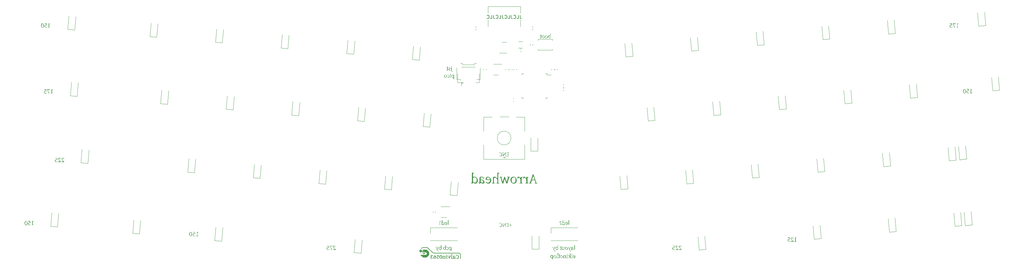
<source format=gbr>
%TF.GenerationSoftware,KiCad,Pcbnew,(7.0.0)*%
%TF.CreationDate,2024-04-20T20:10:29+02:00*%
%TF.ProjectId,Arrowhead,4172726f-7768-4656-9164-2e6b69636164,rev?*%
%TF.SameCoordinates,Original*%
%TF.FileFunction,Legend,Bot*%
%TF.FilePolarity,Positive*%
%FSLAX46Y46*%
G04 Gerber Fmt 4.6, Leading zero omitted, Abs format (unit mm)*
G04 Created by KiCad (PCBNEW (7.0.0)) date 2024-04-20 20:10:29*
%MOMM*%
%LPD*%
G01*
G04 APERTURE LIST*
%ADD10C,0.200000*%
%ADD11C,0.125000*%
%ADD12C,0.124000*%
%ADD13C,0.150000*%
%ADD14C,0.375000*%
%ADD15C,0.120000*%
G04 APERTURE END LIST*
D10*
X158883161Y-103187500D02*
X160354419Y-104658758D01*
X158666950Y-103097942D02*
X157476322Y-103097942D01*
X157043900Y-103403711D02*
X157260111Y-103187500D01*
D11*
X182686055Y-96890861D02*
X182686055Y-96290861D01*
D10*
X160354426Y-104658751D02*
G75*
G03*
X160635052Y-104775000I280774J280951D01*
G01*
X160635052Y-104775000D02*
X167977447Y-104775000D01*
X168374300Y-105171876D02*
G75*
G03*
X167977447Y-104775000I-396700J176D01*
G01*
X168374323Y-105171876D02*
X168375178Y-106291013D01*
D11*
X182986055Y-96590861D02*
X182686055Y-96890861D01*
D10*
X157476322Y-103097967D02*
G75*
G03*
X157260111Y-103187500I-122J-305533D01*
G01*
D12*
X182686055Y-96290861D02*
X182986055Y-96590861D01*
D10*
X158883155Y-103187506D02*
G75*
G03*
X158666950Y-103097942I-216255J-216294D01*
G01*
D13*
G36*
X201172736Y-105329607D02*
G01*
X201186219Y-105330717D01*
X201198489Y-105332435D01*
X201211025Y-105334839D01*
X201223734Y-105337835D01*
X201236518Y-105341327D01*
X201249379Y-105345315D01*
X201262316Y-105349799D01*
X201275005Y-105354588D01*
X201287428Y-105359798D01*
X201299582Y-105365427D01*
X201311470Y-105371475D01*
X201320125Y-105376076D01*
X201331163Y-105382278D01*
X201342898Y-105389346D01*
X201353907Y-105396510D01*
X201364975Y-105404315D01*
X201375737Y-105412462D01*
X201386193Y-105420954D01*
X201396345Y-105429788D01*
X201406191Y-105438967D01*
X201415731Y-105448488D01*
X201424967Y-105458353D01*
X201433897Y-105468562D01*
X201442512Y-105479066D01*
X201450803Y-105489819D01*
X201458770Y-105500819D01*
X201466412Y-105512068D01*
X201473729Y-105523564D01*
X201480723Y-105535309D01*
X201487392Y-105547302D01*
X201493736Y-105559542D01*
X201499661Y-105571926D01*
X201505223Y-105584501D01*
X201510423Y-105597266D01*
X201515260Y-105610223D01*
X201519735Y-105623370D01*
X201523847Y-105636708D01*
X201527596Y-105650237D01*
X201530983Y-105663956D01*
X201533989Y-105677724D01*
X201536593Y-105691548D01*
X201538797Y-105705430D01*
X201540601Y-105719369D01*
X201542003Y-105733365D01*
X201543005Y-105747419D01*
X201543606Y-105761529D01*
X201543806Y-105775697D01*
X201543701Y-105786887D01*
X201543150Y-105803418D01*
X201542127Y-105819642D01*
X201540632Y-105835560D01*
X201538664Y-105851173D01*
X201536224Y-105866480D01*
X201533311Y-105881480D01*
X201529927Y-105896175D01*
X201526070Y-105910564D01*
X201521741Y-105924647D01*
X201516939Y-105938424D01*
X201513471Y-105947388D01*
X201508001Y-105960529D01*
X201502209Y-105973305D01*
X201496094Y-105985716D01*
X201489658Y-105997763D01*
X201482899Y-106009444D01*
X201475819Y-106020761D01*
X201468416Y-106031712D01*
X201460692Y-106042299D01*
X201452646Y-106052521D01*
X201444277Y-106062377D01*
X201438536Y-106068698D01*
X201429719Y-106077839D01*
X201420654Y-106086573D01*
X201411343Y-106094898D01*
X201401785Y-106102816D01*
X201391980Y-106110326D01*
X201381929Y-106117427D01*
X201371630Y-106124121D01*
X201361084Y-106130408D01*
X201350292Y-106136286D01*
X201339253Y-106141756D01*
X201327977Y-106146721D01*
X201316588Y-106151198D01*
X201301227Y-106156407D01*
X201285666Y-106160748D01*
X201269905Y-106164221D01*
X201253943Y-106166826D01*
X201237781Y-106168562D01*
X201225528Y-106169295D01*
X201213162Y-106169539D01*
X201210440Y-106169532D01*
X201197016Y-106169303D01*
X201183905Y-106168745D01*
X201171107Y-106167860D01*
X201158622Y-106166646D01*
X201146450Y-106165105D01*
X201132257Y-106162822D01*
X201129909Y-106162388D01*
X201115799Y-106159168D01*
X201104007Y-106155681D01*
X201092185Y-106151464D01*
X201080334Y-106146516D01*
X201068453Y-106140838D01*
X201056542Y-106134429D01*
X201051751Y-106131649D01*
X201039597Y-106124084D01*
X201027190Y-106115639D01*
X201017081Y-106108249D01*
X201006811Y-106100297D01*
X200996378Y-106091782D01*
X200985783Y-106082704D01*
X200975026Y-106073063D01*
X200963896Y-106062783D01*
X200952338Y-106051787D01*
X200943387Y-106043071D01*
X200934195Y-106033952D01*
X200924761Y-106024431D01*
X200915086Y-106014507D01*
X200905169Y-106004180D01*
X200895011Y-105993452D01*
X200884611Y-105982320D01*
X200873970Y-105970786D01*
X200879237Y-105962772D01*
X200886488Y-105952773D01*
X200887006Y-105952072D01*
X200895418Y-105942775D01*
X200905722Y-105935371D01*
X200911703Y-105940268D01*
X200923371Y-105949675D01*
X200934648Y-105958567D01*
X200945534Y-105966944D01*
X200956029Y-105974805D01*
X200966133Y-105982152D01*
X200978212Y-105990610D01*
X200989680Y-105998264D01*
X200996267Y-106002463D01*
X201007006Y-106009045D01*
X201019500Y-106016254D01*
X201031564Y-106022712D01*
X201043199Y-106028418D01*
X201054405Y-106033374D01*
X201058016Y-106034830D01*
X201070429Y-106039419D01*
X201082493Y-106043220D01*
X201095850Y-106046597D01*
X201108749Y-106048944D01*
X201121495Y-106050413D01*
X201134394Y-106051463D01*
X201147446Y-106052092D01*
X201160650Y-106052302D01*
X201175119Y-106051878D01*
X201189215Y-106050604D01*
X201202940Y-106048481D01*
X201216292Y-106045509D01*
X201229272Y-106041688D01*
X201241880Y-106037018D01*
X201254116Y-106031499D01*
X201265980Y-106025130D01*
X201277448Y-106017980D01*
X201288496Y-106010266D01*
X201299124Y-106001989D01*
X201309333Y-105993150D01*
X201319122Y-105983747D01*
X201328491Y-105973782D01*
X201337440Y-105963254D01*
X201345969Y-105952163D01*
X201353974Y-105940566D01*
X201361502Y-105928521D01*
X201368552Y-105916027D01*
X201375126Y-105903085D01*
X201381223Y-105889695D01*
X201386842Y-105875856D01*
X201391984Y-105861569D01*
X201396650Y-105846833D01*
X201399768Y-105835500D01*
X201403474Y-105820213D01*
X201406666Y-105804726D01*
X201409342Y-105789039D01*
X201411503Y-105773151D01*
X201413149Y-105757063D01*
X201414045Y-105744865D01*
X201414651Y-105732555D01*
X201414968Y-105720132D01*
X200963119Y-105720132D01*
X200956278Y-105717408D01*
X200944445Y-105712389D01*
X200932786Y-105707048D01*
X200921304Y-105701386D01*
X200909996Y-105695403D01*
X200899258Y-105689022D01*
X200888167Y-105681480D01*
X200878335Y-105673671D01*
X200868780Y-105664567D01*
X200868804Y-105660165D01*
X200869162Y-105646802D01*
X200869949Y-105633203D01*
X200871165Y-105619368D01*
X200872128Y-105611139D01*
X201009830Y-105611139D01*
X201010888Y-105623860D01*
X201016242Y-105635563D01*
X201017562Y-105636709D01*
X201029503Y-105641073D01*
X201042498Y-105641974D01*
X201409778Y-105641974D01*
X201409290Y-105638739D01*
X201407110Y-105625971D01*
X201404567Y-105613480D01*
X201401662Y-105601266D01*
X201398394Y-105589328D01*
X201393800Y-105574794D01*
X201388639Y-105560694D01*
X201382911Y-105547025D01*
X201380433Y-105541691D01*
X201373924Y-105528761D01*
X201366969Y-105516414D01*
X201359566Y-105504647D01*
X201351715Y-105493462D01*
X201343418Y-105482858D01*
X201334673Y-105472836D01*
X201331053Y-105468998D01*
X201321709Y-105459884D01*
X201311947Y-105451455D01*
X201301768Y-105443713D01*
X201291172Y-105436655D01*
X201280159Y-105430284D01*
X201268728Y-105424598D01*
X201264006Y-105422528D01*
X201251963Y-105417936D01*
X201239576Y-105414180D01*
X201226847Y-105411258D01*
X201213774Y-105409171D01*
X201200359Y-105407919D01*
X201186601Y-105407501D01*
X201172967Y-105407864D01*
X201160001Y-105408951D01*
X201147703Y-105410764D01*
X201133270Y-105414050D01*
X201119880Y-105418468D01*
X201107534Y-105424020D01*
X201096231Y-105430704D01*
X201087773Y-105436586D01*
X201077885Y-105444381D01*
X201068757Y-105452668D01*
X201058808Y-105463262D01*
X201049953Y-105474564D01*
X201042192Y-105486575D01*
X201039801Y-105490665D01*
X201033243Y-105503023D01*
X201027608Y-105515510D01*
X201022896Y-105528125D01*
X201019107Y-105540869D01*
X201016242Y-105553742D01*
X201015465Y-105558009D01*
X201013437Y-105570266D01*
X201011640Y-105583536D01*
X201010337Y-105597341D01*
X201009830Y-105611139D01*
X200872128Y-105611139D01*
X200872811Y-105605296D01*
X200874886Y-105590989D01*
X200875645Y-105586148D01*
X200877833Y-105574098D01*
X200880439Y-105562123D01*
X200883462Y-105550223D01*
X200886903Y-105538397D01*
X200890761Y-105526645D01*
X200895036Y-105514968D01*
X200896824Y-105510290D01*
X200901575Y-105498729D01*
X200906728Y-105487362D01*
X200912284Y-105476189D01*
X200918243Y-105465210D01*
X200924604Y-105454424D01*
X200931367Y-105443832D01*
X200934194Y-105439630D01*
X200941615Y-105429415D01*
X200949542Y-105419618D01*
X200957977Y-105410238D01*
X200966918Y-105401276D01*
X200976367Y-105392731D01*
X200986322Y-105384603D01*
X200990449Y-105381477D01*
X201001154Y-105374014D01*
X201012411Y-105367058D01*
X201024219Y-105360609D01*
X201036579Y-105354667D01*
X201049490Y-105349232D01*
X201062953Y-105344303D01*
X201068458Y-105342492D01*
X201082638Y-105338474D01*
X201097414Y-105335187D01*
X201109665Y-105333084D01*
X201122296Y-105331447D01*
X201135310Y-105330279D01*
X201148705Y-105329577D01*
X201162482Y-105329344D01*
X201172736Y-105329607D01*
G37*
G36*
X200752459Y-106150000D02*
G01*
X200752459Y-106113058D01*
X200739036Y-106110861D01*
X200726470Y-106108621D01*
X200712896Y-106105954D01*
X200700491Y-106103228D01*
X200690788Y-106100846D01*
X200678938Y-106097506D01*
X200667204Y-106093795D01*
X200655158Y-106089325D01*
X200651404Y-106087718D01*
X200640159Y-106082049D01*
X200630338Y-106074590D01*
X200623943Y-106063804D01*
X200623621Y-106060851D01*
X200623621Y-105039000D01*
X200623804Y-105025175D01*
X200624351Y-105012553D01*
X200625451Y-104999346D01*
X200627316Y-104986256D01*
X200628811Y-104979160D01*
X200632890Y-104966686D01*
X200639305Y-104955443D01*
X200647740Y-104946798D01*
X200658304Y-104940282D01*
X200669848Y-104935797D01*
X200681819Y-104932934D01*
X200684682Y-104932449D01*
X200697085Y-104930445D01*
X200709252Y-104928661D01*
X200722647Y-104926847D01*
X200735105Y-104925270D01*
X200743911Y-104924206D01*
X200743911Y-104890012D01*
X200728650Y-104886925D01*
X200713705Y-104883772D01*
X200699074Y-104880552D01*
X200684758Y-104877265D01*
X200670757Y-104873912D01*
X200657071Y-104870491D01*
X200643700Y-104867004D01*
X200630643Y-104863450D01*
X200617716Y-104859586D01*
X200604731Y-104855322D01*
X200591688Y-104850656D01*
X200578589Y-104845590D01*
X200565432Y-104840123D01*
X200552218Y-104834256D01*
X200538947Y-104827987D01*
X200525619Y-104821318D01*
X200494783Y-104850322D01*
X200494783Y-106060851D01*
X200489232Y-106072246D01*
X200478469Y-106080600D01*
X200467564Y-106086554D01*
X200465779Y-106087412D01*
X200453350Y-106092500D01*
X200440795Y-106096641D01*
X200426243Y-106100693D01*
X200413162Y-106103870D01*
X200398803Y-106106990D01*
X200383166Y-106110052D01*
X200370599Y-106112312D01*
X200366250Y-106113058D01*
X200366250Y-106150000D01*
X200752459Y-106150000D01*
G37*
G36*
X200282903Y-106150000D02*
G01*
X200282903Y-106113058D01*
X200269169Y-106109523D01*
X200256208Y-106106093D01*
X200244019Y-106102768D01*
X200229871Y-106098759D01*
X200216930Y-106094915D01*
X200205196Y-106091234D01*
X200194670Y-106087718D01*
X200182298Y-106082571D01*
X200171879Y-106076188D01*
X200164034Y-106066540D01*
X200162918Y-106060851D01*
X200162918Y-105039000D01*
X200163079Y-105024864D01*
X200163562Y-105011995D01*
X200164533Y-104998581D01*
X200166178Y-104985363D01*
X200167498Y-104978244D01*
X200171225Y-104965931D01*
X200177321Y-104954797D01*
X200185511Y-104946188D01*
X200195937Y-104939533D01*
X200207481Y-104935049D01*
X200219553Y-104932288D01*
X200222452Y-104931838D01*
X200235046Y-104930102D01*
X200247443Y-104928489D01*
X200261126Y-104926788D01*
X200273877Y-104925260D01*
X200282903Y-104924206D01*
X200282903Y-104890012D01*
X200268133Y-104886901D01*
X200253441Y-104883677D01*
X200238824Y-104880337D01*
X200224284Y-104876884D01*
X200209820Y-104873315D01*
X200195433Y-104869633D01*
X200181122Y-104865835D01*
X200166887Y-104861924D01*
X200152819Y-104857816D01*
X200139162Y-104853433D01*
X200125914Y-104848772D01*
X200113077Y-104843835D01*
X200100651Y-104838621D01*
X200088634Y-104833130D01*
X200077028Y-104827362D01*
X200065832Y-104821318D01*
X200034080Y-104850322D01*
X200034080Y-105690212D01*
X199769382Y-105460624D01*
X199759622Y-105451694D01*
X199750188Y-105442144D01*
X199741983Y-105432374D01*
X199735591Y-105421879D01*
X199735188Y-105420935D01*
X199732616Y-105408520D01*
X199737325Y-105398342D01*
X199748316Y-105392007D01*
X199760166Y-105388959D01*
X199764802Y-105388267D01*
X199777122Y-105386818D01*
X199790038Y-105385906D01*
X199803550Y-105385530D01*
X199806324Y-105385519D01*
X199806324Y-105348883D01*
X199480870Y-105348883D01*
X199480870Y-105385519D01*
X199494852Y-105387315D01*
X199508405Y-105389498D01*
X199521528Y-105392067D01*
X199534222Y-105395022D01*
X199546486Y-105398364D01*
X199550479Y-105399563D01*
X199562536Y-105403903D01*
X199574894Y-105409595D01*
X199587552Y-105416640D01*
X199598330Y-105423544D01*
X199609317Y-105431386D01*
X199618257Y-105438337D01*
X199911043Y-105670978D01*
X199588337Y-106046807D01*
X199579278Y-106056467D01*
X199569961Y-106064839D01*
X199563607Y-106069705D01*
X199552588Y-106076294D01*
X199540863Y-106081674D01*
X199535214Y-106083749D01*
X199523021Y-106086897D01*
X199510939Y-106088878D01*
X199500409Y-106089855D01*
X199487690Y-106090350D01*
X199475377Y-106090336D01*
X199462242Y-106089888D01*
X199456140Y-106089549D01*
X199450950Y-106126186D01*
X199463430Y-106128991D01*
X199475833Y-106131605D01*
X199488159Y-106134028D01*
X199500409Y-106136261D01*
X199513882Y-106138569D01*
X199526824Y-106140683D01*
X199539235Y-106142604D01*
X199545900Y-106143588D01*
X199558649Y-106145377D01*
X199571708Y-106147069D01*
X199583757Y-106148473D01*
X199596664Y-106149517D01*
X199608792Y-106150000D01*
X199621912Y-106149645D01*
X199635943Y-106148337D01*
X199648601Y-106146064D01*
X199661386Y-106142286D01*
X199667105Y-106139924D01*
X199677772Y-106133837D01*
X199688095Y-106125957D01*
X199698074Y-106116283D01*
X199706525Y-106106346D01*
X199707711Y-106104815D01*
X200034080Y-105696929D01*
X200034080Y-106059630D01*
X200031215Y-106071516D01*
X200031027Y-106071842D01*
X200021833Y-106080679D01*
X200018510Y-106082833D01*
X200007557Y-106088320D01*
X199995801Y-106093193D01*
X199990116Y-106095350D01*
X199978455Y-106099566D01*
X199966386Y-106103759D01*
X199954510Y-106107772D01*
X199941408Y-106112107D01*
X199939436Y-106112752D01*
X199939436Y-106150000D01*
X200282903Y-106150000D01*
G37*
G36*
X199395690Y-106150000D02*
G01*
X199395690Y-106113363D01*
X199381541Y-106110281D01*
X199368251Y-106107143D01*
X199355820Y-106103946D01*
X199341488Y-106099871D01*
X199328497Y-106095706D01*
X199316849Y-106091451D01*
X199306542Y-106087107D01*
X199294408Y-106081065D01*
X199283186Y-106073597D01*
X199275674Y-106063407D01*
X199275401Y-106061156D01*
X199275401Y-105577250D01*
X199275445Y-105564017D01*
X199275580Y-105551603D01*
X199275859Y-105537790D01*
X199276267Y-105525156D01*
X199276905Y-105511910D01*
X199277233Y-105506725D01*
X199278740Y-105494036D01*
X199281850Y-105481539D01*
X199287062Y-105469864D01*
X199290361Y-105464898D01*
X199299504Y-105455587D01*
X199310571Y-105448814D01*
X199322775Y-105444094D01*
X199325776Y-105443222D01*
X199339305Y-105439883D01*
X199353302Y-105437242D01*
X199366905Y-105435189D01*
X199379372Y-105433625D01*
X199392868Y-105432195D01*
X199395690Y-105431926D01*
X199395690Y-105397732D01*
X199382219Y-105395022D01*
X199370118Y-105392463D01*
X199357725Y-105389729D01*
X199345040Y-105386820D01*
X199339515Y-105385519D01*
X199326573Y-105382241D01*
X199313660Y-105378816D01*
X199300777Y-105375245D01*
X199287923Y-105371528D01*
X199280591Y-105369338D01*
X199267900Y-105365287D01*
X199255471Y-105361149D01*
X199243306Y-105356923D01*
X199231404Y-105352609D01*
X199224720Y-105350104D01*
X199213304Y-105345563D01*
X199200758Y-105340373D01*
X199188746Y-105335182D01*
X199177269Y-105329992D01*
X199175872Y-105329344D01*
X199146563Y-105329344D01*
X199146563Y-106061156D01*
X199140257Y-106071675D01*
X199130420Y-106079016D01*
X199119630Y-106085261D01*
X199117864Y-106086191D01*
X199105911Y-106091704D01*
X199094129Y-106096151D01*
X199080693Y-106100464D01*
X199068753Y-106103818D01*
X199055754Y-106107085D01*
X199041696Y-106110267D01*
X199026578Y-106113363D01*
X199026578Y-106150000D01*
X199395690Y-106150000D01*
G37*
G36*
X199120917Y-105077163D02*
G01*
X199121545Y-105090193D01*
X199123429Y-105102837D01*
X199126568Y-105115094D01*
X199128855Y-105121737D01*
X199133607Y-105133152D01*
X199139964Y-105144816D01*
X199147453Y-105155406D01*
X199149921Y-105158374D01*
X199158603Y-105167509D01*
X199168239Y-105175451D01*
X199178829Y-105182202D01*
X199181062Y-105183408D01*
X199192648Y-105188238D01*
X199204890Y-105191280D01*
X199217788Y-105192532D01*
X199220446Y-105192568D01*
X199234213Y-105191827D01*
X199246435Y-105189605D01*
X199258740Y-105185141D01*
X199270227Y-105177570D01*
X199276011Y-105171502D01*
X199283358Y-105159862D01*
X199288064Y-105147861D01*
X199291163Y-105134166D01*
X199292541Y-105121079D01*
X199292803Y-105111662D01*
X199292199Y-105098632D01*
X199290388Y-105085988D01*
X199287369Y-105073731D01*
X199285170Y-105067088D01*
X199280247Y-105055673D01*
X199273699Y-105044009D01*
X199266019Y-105033419D01*
X199263494Y-105030451D01*
X199254549Y-105021376D01*
X199244889Y-105013612D01*
X199234514Y-105007160D01*
X199232353Y-105006027D01*
X199220988Y-105001358D01*
X199209026Y-104998418D01*
X199196468Y-104997208D01*
X199193885Y-104997173D01*
X199180845Y-104997876D01*
X199165453Y-105001001D01*
X199152342Y-105006625D01*
X199141511Y-105014749D01*
X199132960Y-105025373D01*
X199126689Y-105038496D01*
X199122699Y-105054119D01*
X199121202Y-105067477D01*
X199120917Y-105077163D01*
G37*
G36*
X198406812Y-106150000D02*
G01*
X198406812Y-106113668D01*
X198391833Y-106109690D01*
X198377885Y-106105845D01*
X198364966Y-106102134D01*
X198353079Y-106098556D01*
X198339668Y-106094271D01*
X198327867Y-106090196D01*
X198315832Y-106085580D01*
X198304411Y-106080371D01*
X198293850Y-106073674D01*
X198286637Y-106063255D01*
X198286523Y-106061767D01*
X198286523Y-105613581D01*
X198286618Y-105600987D01*
X198287006Y-105586104D01*
X198287691Y-105572174D01*
X198288675Y-105559199D01*
X198290249Y-105544888D01*
X198292253Y-105531951D01*
X198292629Y-105529928D01*
X198295517Y-105516427D01*
X198299107Y-105504241D01*
X198304068Y-105491924D01*
X198310744Y-105480120D01*
X198311557Y-105478942D01*
X198319422Y-105469261D01*
X198329690Y-105460770D01*
X198341569Y-105454663D01*
X198345446Y-105453297D01*
X198357996Y-105450050D01*
X198370327Y-105448056D01*
X198383766Y-105446902D01*
X198396432Y-105446580D01*
X198410094Y-105447382D01*
X198422675Y-105449398D01*
X198435840Y-105452641D01*
X198447589Y-105456398D01*
X198455661Y-105459403D01*
X198468083Y-105464644D01*
X198480848Y-105470981D01*
X198491749Y-105477097D01*
X198502887Y-105483974D01*
X198514265Y-105491611D01*
X198525881Y-105500008D01*
X198537610Y-105509123D01*
X198547122Y-105517037D01*
X198556748Y-105525504D01*
X198566489Y-105534525D01*
X198576345Y-105544099D01*
X198586315Y-105554226D01*
X198596400Y-105564907D01*
X198604038Y-105573281D01*
X198614199Y-105584973D01*
X198624379Y-105597305D01*
X198632027Y-105606973D01*
X198639685Y-105617000D01*
X198647354Y-105627387D01*
X198655033Y-105638134D01*
X198662724Y-105649241D01*
X198670425Y-105660706D01*
X198678137Y-105672532D01*
X198685860Y-105684717D01*
X198685860Y-106061767D01*
X198679724Y-106073162D01*
X198669299Y-106080673D01*
X198657685Y-106086614D01*
X198653803Y-106088328D01*
X198640840Y-106093312D01*
X198628776Y-106097383D01*
X198615563Y-106101380D01*
X198601203Y-106105302D01*
X198588888Y-106108386D01*
X198575839Y-106111422D01*
X198565570Y-106113668D01*
X198565570Y-106150000D01*
X198934682Y-106150000D01*
X198934682Y-106113974D01*
X198920948Y-106110434D01*
X198907987Y-106106990D01*
X198895799Y-106103641D01*
X198881650Y-106099589D01*
X198868709Y-106095686D01*
X198856975Y-106091933D01*
X198846449Y-106088328D01*
X198834077Y-106083255D01*
X198822636Y-106076345D01*
X198815194Y-106066456D01*
X198814698Y-106062988D01*
X198814698Y-105554658D01*
X198814815Y-105541008D01*
X198815165Y-105528645D01*
X198815852Y-105516089D01*
X198817140Y-105502756D01*
X198819902Y-105490507D01*
X198825383Y-105479365D01*
X198831184Y-105472531D01*
X198841645Y-105465146D01*
X198853053Y-105460304D01*
X198865409Y-105456966D01*
X198866905Y-105456655D01*
X198880185Y-105454079D01*
X198893809Y-105451856D01*
X198906976Y-105449975D01*
X198921516Y-105448114D01*
X198934682Y-105446580D01*
X198934682Y-105407501D01*
X198920237Y-105404687D01*
X198906060Y-105401586D01*
X198892149Y-105398199D01*
X198878506Y-105394526D01*
X198865130Y-105390566D01*
X198852021Y-105386321D01*
X198839179Y-105381789D01*
X198826605Y-105376971D01*
X198814187Y-105371819D01*
X198801818Y-105366438D01*
X198789496Y-105360828D01*
X198777222Y-105354989D01*
X198764995Y-105348921D01*
X198752816Y-105342624D01*
X198740685Y-105336098D01*
X198728602Y-105329344D01*
X198698682Y-105359263D01*
X198689218Y-105572060D01*
X198682053Y-105561411D01*
X198674753Y-105550987D01*
X198667319Y-105540788D01*
X198659751Y-105530815D01*
X198652049Y-105521068D01*
X198644213Y-105511545D01*
X198636243Y-105502249D01*
X198625407Y-105490203D01*
X198614332Y-105478559D01*
X198605870Y-105470088D01*
X198594483Y-105459083D01*
X198583068Y-105448507D01*
X198571624Y-105438361D01*
X198560151Y-105428644D01*
X198548649Y-105419356D01*
X198537120Y-105410497D01*
X198525561Y-105402068D01*
X198513974Y-105394068D01*
X198502420Y-105386440D01*
X198490961Y-105379280D01*
X198479598Y-105372587D01*
X198468331Y-105366362D01*
X198457159Y-105360604D01*
X198446082Y-105355313D01*
X198432370Y-105349358D01*
X198424214Y-105346135D01*
X198410913Y-105341298D01*
X198398103Y-105337280D01*
X198385785Y-105334083D01*
X198371652Y-105331328D01*
X198358229Y-105329753D01*
X198347583Y-105329344D01*
X198333827Y-105329741D01*
X198320263Y-105330932D01*
X198306893Y-105332918D01*
X198293716Y-105335698D01*
X198280732Y-105339272D01*
X198276448Y-105340640D01*
X198263800Y-105345191D01*
X198251732Y-105350600D01*
X198240244Y-105356869D01*
X198229335Y-105363995D01*
X198219006Y-105371981D01*
X198215692Y-105374834D01*
X198206211Y-105383860D01*
X198197460Y-105393767D01*
X198189438Y-105404554D01*
X198182147Y-105416221D01*
X198175585Y-105428769D01*
X198173560Y-105433147D01*
X198168987Y-105444520D01*
X198165188Y-105456504D01*
X198162165Y-105469099D01*
X198159917Y-105482305D01*
X198158444Y-105496123D01*
X198157746Y-105510552D01*
X198157684Y-105516495D01*
X198157684Y-106061156D01*
X198151915Y-106072252D01*
X198141659Y-106079574D01*
X198131428Y-106084665D01*
X198117954Y-106090003D01*
X198105897Y-106094138D01*
X198091813Y-106098542D01*
X198079085Y-106102258D01*
X198065061Y-106106146D01*
X198049738Y-106110206D01*
X198037395Y-106113363D01*
X198037395Y-106150000D01*
X198406812Y-106150000D01*
G37*
G36*
X197571072Y-105329611D02*
G01*
X197584286Y-105330412D01*
X197597405Y-105331748D01*
X197610428Y-105333618D01*
X197623355Y-105336022D01*
X197636188Y-105338961D01*
X197648925Y-105342433D01*
X197661566Y-105346441D01*
X197673979Y-105350844D01*
X197686181Y-105355657D01*
X197698174Y-105360880D01*
X197709957Y-105366514D01*
X197721530Y-105372558D01*
X197732893Y-105379013D01*
X197744046Y-105385877D01*
X197754989Y-105393152D01*
X197765708Y-105400737D01*
X197776189Y-105408684D01*
X197786431Y-105416994D01*
X197796434Y-105425667D01*
X197806199Y-105434702D01*
X197815725Y-105444100D01*
X197825013Y-105453860D01*
X197834063Y-105463982D01*
X197842759Y-105474334D01*
X197851141Y-105484934D01*
X197859207Y-105495782D01*
X197866959Y-105506878D01*
X197874396Y-105518221D01*
X197881518Y-105529813D01*
X197888326Y-105541654D01*
X197894818Y-105553742D01*
X197900981Y-105566040D01*
X197906801Y-105578509D01*
X197912278Y-105591151D01*
X197917411Y-105603964D01*
X197922200Y-105616949D01*
X197926646Y-105630106D01*
X197930748Y-105643434D01*
X197934508Y-105656934D01*
X197937799Y-105670544D01*
X197940652Y-105684202D01*
X197943066Y-105697907D01*
X197945040Y-105711660D01*
X197946577Y-105725461D01*
X197947674Y-105739309D01*
X197948332Y-105753205D01*
X197948551Y-105767149D01*
X197948453Y-105777937D01*
X197947933Y-105793931D01*
X197946968Y-105809701D01*
X197945557Y-105825244D01*
X197943701Y-105840562D01*
X197941400Y-105855655D01*
X197938653Y-105870523D01*
X197935461Y-105885165D01*
X197931823Y-105899581D01*
X197927740Y-105913773D01*
X197923211Y-105927739D01*
X197919960Y-105936894D01*
X197914771Y-105950328D01*
X197909205Y-105963402D01*
X197903265Y-105976116D01*
X197896948Y-105988471D01*
X197890256Y-106000467D01*
X197883188Y-106012102D01*
X197875744Y-106023379D01*
X197867925Y-106034295D01*
X197859730Y-106044853D01*
X197851160Y-106055050D01*
X197845210Y-106061639D01*
X197836012Y-106071187D01*
X197826487Y-106080333D01*
X197816635Y-106089076D01*
X197806455Y-106097417D01*
X197795948Y-106105355D01*
X197785114Y-106112891D01*
X197773952Y-106120024D01*
X197762463Y-106126755D01*
X197750647Y-106133083D01*
X197738503Y-106139009D01*
X197730236Y-106142706D01*
X197717602Y-106147804D01*
X197704690Y-106152366D01*
X197691499Y-106156391D01*
X197678029Y-106159879D01*
X197664279Y-106162831D01*
X197650251Y-106165246D01*
X197635943Y-106167124D01*
X197621357Y-106168466D01*
X197606491Y-106169271D01*
X197591346Y-106169539D01*
X197578276Y-106169281D01*
X197565319Y-106168509D01*
X197552477Y-106167221D01*
X197539750Y-106165417D01*
X197527137Y-106163099D01*
X197514639Y-106160265D01*
X197502255Y-106156917D01*
X197489986Y-106153053D01*
X197477859Y-106148726D01*
X197465905Y-106143989D01*
X197454122Y-106138842D01*
X197442511Y-106133284D01*
X197431071Y-106127316D01*
X197419804Y-106120938D01*
X197408708Y-106114150D01*
X197397784Y-106106952D01*
X197387060Y-106099295D01*
X197376565Y-106091286D01*
X197366299Y-106082923D01*
X197356263Y-106074208D01*
X197346455Y-106065139D01*
X197336876Y-106055718D01*
X197327526Y-106045943D01*
X197318405Y-106035816D01*
X197309489Y-106025402D01*
X197300907Y-106014769D01*
X197292659Y-106003917D01*
X197284745Y-105992844D01*
X197277165Y-105981553D01*
X197269919Y-105970042D01*
X197263007Y-105958312D01*
X197256428Y-105946362D01*
X197250189Y-105934140D01*
X197244293Y-105921747D01*
X197238740Y-105909182D01*
X197233531Y-105896445D01*
X197228665Y-105883536D01*
X197224142Y-105870456D01*
X197219964Y-105857204D01*
X197216128Y-105843780D01*
X197212694Y-105830151D01*
X197209717Y-105816436D01*
X197207198Y-105802636D01*
X197205137Y-105788749D01*
X197203534Y-105774777D01*
X197202390Y-105760718D01*
X197202272Y-105758295D01*
X197334586Y-105758295D01*
X197334707Y-105772475D01*
X197335069Y-105786391D01*
X197335673Y-105800045D01*
X197336518Y-105813436D01*
X197337605Y-105826563D01*
X197338933Y-105839428D01*
X197340503Y-105852030D01*
X197342314Y-105864369D01*
X197345105Y-105880412D01*
X197348325Y-105895987D01*
X197351988Y-105911052D01*
X197356110Y-105925563D01*
X197360689Y-105939521D01*
X197365727Y-105952926D01*
X197371222Y-105965777D01*
X197377176Y-105978075D01*
X197383587Y-105989820D01*
X197390457Y-106001011D01*
X197397793Y-106011540D01*
X197405607Y-106021448D01*
X197413898Y-106030736D01*
X197422666Y-106039403D01*
X197431911Y-106047451D01*
X197441633Y-106054878D01*
X197451832Y-106061686D01*
X197462508Y-106067873D01*
X197473695Y-106073383D01*
X197485425Y-106078158D01*
X197497699Y-106082198D01*
X197510517Y-106085504D01*
X197523879Y-106088075D01*
X197537785Y-106089912D01*
X197552234Y-106091014D01*
X197567227Y-106091381D01*
X197574704Y-106091137D01*
X197587320Y-106089645D01*
X197600130Y-106086796D01*
X197613134Y-106082591D01*
X197626331Y-106077029D01*
X197639723Y-106070110D01*
X197650575Y-106063599D01*
X197661380Y-106056267D01*
X197671966Y-106048314D01*
X197682332Y-106039742D01*
X197692478Y-106030549D01*
X197702405Y-106020737D01*
X197712113Y-106010304D01*
X197721601Y-105999251D01*
X197730870Y-105987578D01*
X197737575Y-105978454D01*
X197746181Y-105965862D01*
X197754405Y-105952784D01*
X197762247Y-105939220D01*
X197769708Y-105925169D01*
X197776787Y-105910631D01*
X197781846Y-105899408D01*
X197786691Y-105887912D01*
X197791320Y-105876142D01*
X197794241Y-105868178D01*
X197798268Y-105856133D01*
X197801872Y-105843971D01*
X197805052Y-105831690D01*
X197807808Y-105819291D01*
X197810140Y-105806774D01*
X197812047Y-105794140D01*
X197813531Y-105781387D01*
X197814591Y-105768516D01*
X197815227Y-105755526D01*
X197815439Y-105742419D01*
X197815393Y-105733567D01*
X197815148Y-105720435D01*
X197814695Y-105707481D01*
X197814032Y-105694704D01*
X197813160Y-105682104D01*
X197812079Y-105669681D01*
X197810788Y-105657435D01*
X197808742Y-105641383D01*
X197806323Y-105625645D01*
X197803532Y-105610223D01*
X197800250Y-105595139D01*
X197796510Y-105580570D01*
X197792312Y-105566517D01*
X197787657Y-105552978D01*
X197782543Y-105539955D01*
X197776971Y-105527447D01*
X197770941Y-105515455D01*
X197764453Y-105503977D01*
X197757389Y-105493058D01*
X197749780Y-105482739D01*
X197741627Y-105473022D01*
X197732931Y-105463906D01*
X197723691Y-105455391D01*
X197713907Y-105447477D01*
X197703579Y-105440164D01*
X197692707Y-105433452D01*
X197681239Y-105427370D01*
X197669122Y-105422099D01*
X197656357Y-105417638D01*
X197642943Y-105413989D01*
X197628880Y-105411151D01*
X197614168Y-105409123D01*
X197598807Y-105407907D01*
X197582798Y-105407501D01*
X197571797Y-105407945D01*
X197558020Y-105409747D01*
X197544213Y-105412936D01*
X197530376Y-105417511D01*
X197516509Y-105423472D01*
X197505394Y-105429240D01*
X197494260Y-105435894D01*
X197483264Y-105443308D01*
X197472564Y-105451350D01*
X197462160Y-105460023D01*
X197452052Y-105469325D01*
X197442239Y-105479257D01*
X197432722Y-105489819D01*
X197423501Y-105501010D01*
X197414576Y-105512831D01*
X197410200Y-105518920D01*
X197401756Y-105531457D01*
X197393723Y-105544470D01*
X197386100Y-105557961D01*
X197378887Y-105571929D01*
X197372085Y-105586373D01*
X197365692Y-105601295D01*
X197361167Y-105612799D01*
X197356873Y-105624572D01*
X197354174Y-105632536D01*
X197350453Y-105644581D01*
X197347123Y-105656743D01*
X197344184Y-105669024D01*
X197341638Y-105681423D01*
X197339483Y-105693940D01*
X197337720Y-105706575D01*
X197336349Y-105719328D01*
X197335370Y-105732199D01*
X197334782Y-105745188D01*
X197334586Y-105758295D01*
X197202272Y-105758295D01*
X197201703Y-105746574D01*
X197201474Y-105732344D01*
X197201573Y-105721593D01*
X197202092Y-105705650D01*
X197203057Y-105689926D01*
X197204468Y-105674423D01*
X197206324Y-105659139D01*
X197208625Y-105644076D01*
X197211372Y-105629233D01*
X197214564Y-105614609D01*
X197218202Y-105600206D01*
X197222285Y-105586023D01*
X197226814Y-105572060D01*
X197230066Y-105562903D01*
X197235262Y-105549463D01*
X197240839Y-105536378D01*
X197246797Y-105523646D01*
X197253136Y-105511269D01*
X197259856Y-105499246D01*
X197266957Y-105487577D01*
X197274439Y-105476262D01*
X197282302Y-105465301D01*
X197290546Y-105454695D01*
X197299171Y-105444443D01*
X197305084Y-105437780D01*
X197314230Y-105428130D01*
X197323710Y-105418893D01*
X197333522Y-105410069D01*
X197343666Y-105401659D01*
X197354144Y-105393662D01*
X197364954Y-105386078D01*
X197376097Y-105378907D01*
X197387573Y-105372149D01*
X197399381Y-105365805D01*
X197411523Y-105359874D01*
X197419786Y-105356177D01*
X197432400Y-105351079D01*
X197445278Y-105346517D01*
X197458418Y-105342492D01*
X197471821Y-105339004D01*
X197485487Y-105336052D01*
X197499417Y-105333637D01*
X197513609Y-105331759D01*
X197528064Y-105330417D01*
X197542782Y-105329612D01*
X197557763Y-105329344D01*
X197571072Y-105329611D01*
G37*
G36*
X196436383Y-104896423D02*
G01*
X196441774Y-104907461D01*
X196448900Y-104915657D01*
X196458047Y-104924689D01*
X196467302Y-104933276D01*
X196477451Y-104942220D01*
X196478515Y-104943135D01*
X196488253Y-104951233D01*
X196498232Y-104959041D01*
X196508453Y-104966560D01*
X196514235Y-104970612D01*
X196525148Y-104977970D01*
X196535911Y-104984549D01*
X196545376Y-104989541D01*
X196555776Y-104980840D01*
X196566213Y-104972749D01*
X196576689Y-104965269D01*
X196587203Y-104958400D01*
X196597621Y-104951988D01*
X196609068Y-104945505D01*
X196620226Y-104939795D01*
X196627503Y-104936418D01*
X196639286Y-104931331D01*
X196651696Y-104926769D01*
X196663529Y-104923290D01*
X196676215Y-104920522D01*
X196688473Y-104919082D01*
X196691311Y-104919016D01*
X196704237Y-104920223D01*
X196716091Y-104923324D01*
X196728289Y-104928333D01*
X196739244Y-104934281D01*
X196750170Y-104942143D01*
X196759279Y-104950765D01*
X196768152Y-104961126D01*
X196775365Y-104971089D01*
X196782415Y-104982259D01*
X196786566Y-104989541D01*
X196793169Y-105002652D01*
X196798204Y-105014160D01*
X196803019Y-105026575D01*
X196807616Y-105039896D01*
X196811993Y-105054124D01*
X196816150Y-105069258D01*
X196819124Y-105081203D01*
X196821974Y-105093658D01*
X196822897Y-105097923D01*
X196825516Y-105111144D01*
X196827878Y-105125047D01*
X196829981Y-105139630D01*
X196831827Y-105154896D01*
X196833416Y-105170843D01*
X196834747Y-105187472D01*
X196835820Y-105204782D01*
X196836636Y-105222774D01*
X196837037Y-105235147D01*
X196837323Y-105247823D01*
X196837495Y-105260802D01*
X196837552Y-105274084D01*
X196837552Y-105348883D01*
X196615901Y-105348883D01*
X196590867Y-105372697D01*
X196598513Y-105383140D01*
X196606870Y-105393361D01*
X196610406Y-105397426D01*
X196619107Y-105407058D01*
X196627808Y-105416260D01*
X196633609Y-105422156D01*
X196642985Y-105431330D01*
X196652260Y-105440001D01*
X196656507Y-105443832D01*
X196666073Y-105451583D01*
X196675130Y-105456960D01*
X196687645Y-105451170D01*
X196699249Y-105446733D01*
X196712489Y-105442354D01*
X196725140Y-105438648D01*
X196731917Y-105436810D01*
X196744236Y-105433996D01*
X196758106Y-105431658D01*
X196770318Y-105430132D01*
X196783523Y-105428911D01*
X196797719Y-105427995D01*
X196812908Y-105427384D01*
X196829089Y-105427079D01*
X196837552Y-105427041D01*
X196837552Y-106061767D01*
X196829770Y-106071498D01*
X196828698Y-106072147D01*
X196817428Y-106077147D01*
X196805753Y-106080984D01*
X196798168Y-106083138D01*
X196785009Y-106086374D01*
X196771690Y-106089494D01*
X196758784Y-106092412D01*
X196746791Y-106095052D01*
X196742602Y-106095961D01*
X196729304Y-106098784D01*
X196717320Y-106101251D01*
X196704516Y-106103822D01*
X196690892Y-106106498D01*
X196676448Y-106109278D01*
X196664303Y-106111578D01*
X196658033Y-106112752D01*
X196658033Y-106150000D01*
X197086374Y-106150000D01*
X197086374Y-106112752D01*
X197072015Y-106110086D01*
X197058553Y-106107276D01*
X197045988Y-106104323D01*
X197031543Y-106100431D01*
X197018499Y-106096315D01*
X197006856Y-106091975D01*
X196996615Y-106087412D01*
X196984719Y-106080968D01*
X196973717Y-106073368D01*
X196966204Y-106063083D01*
X196966085Y-106061767D01*
X196966085Y-105427041D01*
X197081184Y-105427041D01*
X197099197Y-105404143D01*
X197032336Y-105348883D01*
X196966085Y-105348883D01*
X196966085Y-105322627D01*
X196966031Y-105310196D01*
X196965749Y-105292020D01*
X196965226Y-105274408D01*
X196964461Y-105257359D01*
X196963455Y-105240873D01*
X196962207Y-105224951D01*
X196960718Y-105209593D01*
X196958987Y-105194798D01*
X196957015Y-105180566D01*
X196954801Y-105166898D01*
X196952346Y-105153794D01*
X196949684Y-105141105D01*
X196946851Y-105128796D01*
X196943845Y-105116869D01*
X196939571Y-105101558D01*
X196934991Y-105086925D01*
X196930107Y-105072969D01*
X196924916Y-105059691D01*
X196919421Y-105047090D01*
X196915099Y-105038084D01*
X196909107Y-105026497D01*
X196902887Y-105015396D01*
X196896437Y-105004782D01*
X196888053Y-104992199D01*
X196879312Y-104980376D01*
X196870212Y-104969313D01*
X196860755Y-104959010D01*
X196850949Y-104949104D01*
X196840994Y-104939422D01*
X196830889Y-104929963D01*
X196820636Y-104920728D01*
X196810234Y-104911717D01*
X196799682Y-104902929D01*
X196795420Y-104899476D01*
X196785064Y-104891533D01*
X196774299Y-104883999D01*
X196763125Y-104876874D01*
X196751542Y-104870157D01*
X196744740Y-104866503D01*
X196732747Y-104860311D01*
X196720814Y-104854557D01*
X196708939Y-104849241D01*
X196697122Y-104844364D01*
X196690396Y-104841774D01*
X196678639Y-104837495D01*
X196665526Y-104833250D01*
X196652755Y-104829691D01*
X196640328Y-104826819D01*
X196638799Y-104826509D01*
X196625565Y-104824000D01*
X196612447Y-104822175D01*
X196599945Y-104821339D01*
X196597889Y-104821318D01*
X196584493Y-104821910D01*
X196570869Y-104823685D01*
X196558760Y-104826208D01*
X196546476Y-104829637D01*
X196542934Y-104830783D01*
X196530746Y-104834936D01*
X196519025Y-104839381D01*
X196506202Y-104844820D01*
X196493990Y-104850639D01*
X196491032Y-104852154D01*
X196479660Y-104858279D01*
X196468143Y-104865216D01*
X196457978Y-104872200D01*
X196451953Y-104876884D01*
X196442465Y-104885499D01*
X196436383Y-104896423D01*
G37*
G36*
X196542934Y-106150000D02*
G01*
X196542934Y-106113058D01*
X196529510Y-106110861D01*
X196516945Y-106108621D01*
X196503371Y-106105954D01*
X196490966Y-106103228D01*
X196481263Y-106100846D01*
X196469413Y-106097506D01*
X196457679Y-106093795D01*
X196445633Y-106089325D01*
X196441878Y-106087718D01*
X196430633Y-106082049D01*
X196420812Y-106074590D01*
X196414417Y-106063804D01*
X196414096Y-106060851D01*
X196414096Y-105039000D01*
X196414278Y-105025175D01*
X196414826Y-105012553D01*
X196415926Y-104999346D01*
X196417791Y-104986256D01*
X196419286Y-104979160D01*
X196423365Y-104966686D01*
X196429780Y-104955443D01*
X196438215Y-104946798D01*
X196448778Y-104940282D01*
X196460323Y-104935797D01*
X196472293Y-104932934D01*
X196475157Y-104932449D01*
X196487559Y-104930445D01*
X196499727Y-104928661D01*
X196513121Y-104926847D01*
X196525579Y-104925270D01*
X196534385Y-104924206D01*
X196534385Y-104890012D01*
X196519125Y-104886925D01*
X196504179Y-104883772D01*
X196489549Y-104880552D01*
X196475233Y-104877265D01*
X196461232Y-104873912D01*
X196447546Y-104870491D01*
X196434174Y-104867004D01*
X196421118Y-104863450D01*
X196408190Y-104859586D01*
X196395205Y-104855322D01*
X196382163Y-104850656D01*
X196369064Y-104845590D01*
X196355907Y-104840123D01*
X196342693Y-104834256D01*
X196329422Y-104827987D01*
X196316093Y-104821318D01*
X196285258Y-104850322D01*
X196285258Y-106060851D01*
X196279706Y-106072246D01*
X196268943Y-106080600D01*
X196258038Y-106086554D01*
X196256254Y-106087412D01*
X196243825Y-106092500D01*
X196231270Y-106096641D01*
X196216717Y-106100693D01*
X196203637Y-106103870D01*
X196189278Y-106106990D01*
X196173641Y-106110052D01*
X196161074Y-106112312D01*
X196156725Y-106113058D01*
X196156725Y-106150000D01*
X196542934Y-106150000D01*
G37*
G36*
X195674527Y-105329611D02*
G01*
X195687740Y-105330412D01*
X195700859Y-105331748D01*
X195713882Y-105333618D01*
X195726810Y-105336022D01*
X195739642Y-105338961D01*
X195752379Y-105342433D01*
X195765020Y-105346441D01*
X195777433Y-105350844D01*
X195789636Y-105355657D01*
X195801628Y-105360880D01*
X195813411Y-105366514D01*
X195824984Y-105372558D01*
X195836347Y-105379013D01*
X195847500Y-105385877D01*
X195858443Y-105393152D01*
X195869162Y-105400737D01*
X195879643Y-105408684D01*
X195889885Y-105416994D01*
X195899888Y-105425667D01*
X195909653Y-105434702D01*
X195919180Y-105444100D01*
X195928468Y-105453860D01*
X195937517Y-105463982D01*
X195946213Y-105474334D01*
X195954595Y-105484934D01*
X195962662Y-105495782D01*
X195970413Y-105506878D01*
X195977850Y-105518221D01*
X195984973Y-105529813D01*
X195991780Y-105541654D01*
X195998272Y-105553742D01*
X196004436Y-105566040D01*
X196010256Y-105578509D01*
X196015732Y-105591151D01*
X196020865Y-105603964D01*
X196025654Y-105616949D01*
X196030100Y-105630106D01*
X196034203Y-105643434D01*
X196037962Y-105656934D01*
X196041253Y-105670544D01*
X196044106Y-105684202D01*
X196046520Y-105697907D01*
X196048495Y-105711660D01*
X196050031Y-105725461D01*
X196051128Y-105739309D01*
X196051786Y-105753205D01*
X196052006Y-105767149D01*
X196051907Y-105777937D01*
X196051387Y-105793931D01*
X196050422Y-105809701D01*
X196049011Y-105825244D01*
X196047156Y-105840562D01*
X196044854Y-105855655D01*
X196042107Y-105870523D01*
X196038915Y-105885165D01*
X196035277Y-105899581D01*
X196031194Y-105913773D01*
X196026666Y-105927739D01*
X196023415Y-105936894D01*
X196018225Y-105950328D01*
X196012660Y-105963402D01*
X196006719Y-105976116D01*
X196000402Y-105988471D01*
X195993710Y-106000467D01*
X195986642Y-106012102D01*
X195979199Y-106023379D01*
X195971379Y-106034295D01*
X195963185Y-106044853D01*
X195954614Y-106055050D01*
X195948664Y-106061639D01*
X195939467Y-106071187D01*
X195929942Y-106080333D01*
X195920089Y-106089076D01*
X195909910Y-106097417D01*
X195899403Y-106105355D01*
X195888568Y-106112891D01*
X195877406Y-106120024D01*
X195865917Y-106126755D01*
X195854101Y-106133083D01*
X195841957Y-106139009D01*
X195833690Y-106142706D01*
X195821057Y-106147804D01*
X195808145Y-106152366D01*
X195794953Y-106156391D01*
X195781483Y-106159879D01*
X195767734Y-106162831D01*
X195753705Y-106165246D01*
X195739398Y-106167124D01*
X195724811Y-106168466D01*
X195709945Y-106169271D01*
X195694801Y-106169539D01*
X195681730Y-106169281D01*
X195668773Y-106168509D01*
X195655932Y-106167221D01*
X195643204Y-106165417D01*
X195630591Y-106163099D01*
X195618093Y-106160265D01*
X195605709Y-106156917D01*
X195593440Y-106153053D01*
X195581314Y-106148726D01*
X195569359Y-106143989D01*
X195557576Y-106138842D01*
X195545965Y-106133284D01*
X195534526Y-106127316D01*
X195523258Y-106120938D01*
X195512162Y-106114150D01*
X195501238Y-106106952D01*
X195490514Y-106099295D01*
X195480020Y-106091286D01*
X195469754Y-106082923D01*
X195459717Y-106074208D01*
X195449909Y-106065139D01*
X195440330Y-106055718D01*
X195430980Y-106045943D01*
X195421859Y-106035816D01*
X195412943Y-106025402D01*
X195404362Y-106014769D01*
X195396114Y-106003917D01*
X195388200Y-105992844D01*
X195380619Y-105981553D01*
X195373373Y-105970042D01*
X195366461Y-105958312D01*
X195359883Y-105946362D01*
X195353643Y-105934140D01*
X195347747Y-105921747D01*
X195342194Y-105909182D01*
X195336985Y-105896445D01*
X195332119Y-105883536D01*
X195327597Y-105870456D01*
X195323418Y-105857204D01*
X195319583Y-105843780D01*
X195316148Y-105830151D01*
X195313171Y-105816436D01*
X195310652Y-105802636D01*
X195308592Y-105788749D01*
X195306989Y-105774777D01*
X195305844Y-105760718D01*
X195305726Y-105758295D01*
X195438040Y-105758295D01*
X195438161Y-105772475D01*
X195438523Y-105786391D01*
X195439127Y-105800045D01*
X195439972Y-105813436D01*
X195441059Y-105826563D01*
X195442387Y-105839428D01*
X195443957Y-105852030D01*
X195445768Y-105864369D01*
X195448559Y-105880412D01*
X195451779Y-105895987D01*
X195455443Y-105911052D01*
X195459564Y-105925563D01*
X195464144Y-105939521D01*
X195469181Y-105952926D01*
X195474677Y-105965777D01*
X195480630Y-105978075D01*
X195487042Y-105989820D01*
X195493911Y-106001011D01*
X195501248Y-106011540D01*
X195509062Y-106021448D01*
X195517352Y-106030736D01*
X195526120Y-106039403D01*
X195535365Y-106047451D01*
X195545087Y-106054878D01*
X195555286Y-106061686D01*
X195565963Y-106067873D01*
X195577149Y-106073383D01*
X195588879Y-106078158D01*
X195601154Y-106082198D01*
X195613971Y-106085504D01*
X195627333Y-106088075D01*
X195641239Y-106089912D01*
X195655688Y-106091014D01*
X195670682Y-106091381D01*
X195678158Y-106091137D01*
X195690774Y-106089645D01*
X195703584Y-106086796D01*
X195716588Y-106082591D01*
X195729786Y-106077029D01*
X195743177Y-106070110D01*
X195754030Y-106063599D01*
X195764834Y-106056267D01*
X195775420Y-106048314D01*
X195785786Y-106039742D01*
X195795932Y-106030549D01*
X195805860Y-106020737D01*
X195815567Y-106010304D01*
X195825056Y-105999251D01*
X195834324Y-105987578D01*
X195841029Y-105978454D01*
X195849635Y-105965862D01*
X195857859Y-105952784D01*
X195865701Y-105939220D01*
X195873162Y-105925169D01*
X195880242Y-105910631D01*
X195885300Y-105899408D01*
X195890145Y-105887912D01*
X195894774Y-105876142D01*
X195897695Y-105868178D01*
X195901723Y-105856133D01*
X195905327Y-105843971D01*
X195908506Y-105831690D01*
X195911262Y-105819291D01*
X195913594Y-105806774D01*
X195915502Y-105794140D01*
X195916986Y-105781387D01*
X195918045Y-105768516D01*
X195918681Y-105755526D01*
X195918893Y-105742419D01*
X195918847Y-105733567D01*
X195918603Y-105720435D01*
X195918149Y-105707481D01*
X195917486Y-105694704D01*
X195916614Y-105682104D01*
X195915533Y-105669681D01*
X195914242Y-105657435D01*
X195912196Y-105641383D01*
X195909777Y-105625645D01*
X195906987Y-105610223D01*
X195903705Y-105595139D01*
X195899965Y-105580570D01*
X195895767Y-105566517D01*
X195891111Y-105552978D01*
X195885997Y-105539955D01*
X195880425Y-105527447D01*
X195874395Y-105515455D01*
X195867908Y-105503977D01*
X195860843Y-105493058D01*
X195853234Y-105482739D01*
X195845082Y-105473022D01*
X195836385Y-105463906D01*
X195827145Y-105455391D01*
X195817361Y-105447477D01*
X195807033Y-105440164D01*
X195796161Y-105433452D01*
X195784693Y-105427370D01*
X195772577Y-105422099D01*
X195759811Y-105417638D01*
X195746397Y-105413989D01*
X195732334Y-105411151D01*
X195717622Y-105409123D01*
X195702261Y-105407907D01*
X195686252Y-105407501D01*
X195675252Y-105407945D01*
X195661474Y-105409747D01*
X195647667Y-105412936D01*
X195633830Y-105417511D01*
X195619963Y-105423472D01*
X195608848Y-105429240D01*
X195597714Y-105435894D01*
X195586718Y-105443308D01*
X195576018Y-105451350D01*
X195565614Y-105460023D01*
X195555506Y-105469325D01*
X195545693Y-105479257D01*
X195536176Y-105489819D01*
X195526955Y-105501010D01*
X195518030Y-105512831D01*
X195513654Y-105518920D01*
X195505211Y-105531457D01*
X195497177Y-105544470D01*
X195489554Y-105557961D01*
X195482342Y-105571929D01*
X195475539Y-105586373D01*
X195469147Y-105601295D01*
X195464622Y-105612799D01*
X195460327Y-105624572D01*
X195457629Y-105632536D01*
X195453907Y-105644581D01*
X195450577Y-105656743D01*
X195447639Y-105669024D01*
X195445092Y-105681423D01*
X195442937Y-105693940D01*
X195441174Y-105706575D01*
X195439803Y-105719328D01*
X195438824Y-105732199D01*
X195438236Y-105745188D01*
X195438040Y-105758295D01*
X195305726Y-105758295D01*
X195305157Y-105746574D01*
X195304928Y-105732344D01*
X195305027Y-105721593D01*
X195305547Y-105705650D01*
X195306512Y-105689926D01*
X195307922Y-105674423D01*
X195309778Y-105659139D01*
X195312080Y-105644076D01*
X195314826Y-105629233D01*
X195318019Y-105614609D01*
X195321656Y-105600206D01*
X195325740Y-105586023D01*
X195330268Y-105572060D01*
X195333520Y-105562903D01*
X195338716Y-105549463D01*
X195344293Y-105536378D01*
X195350251Y-105523646D01*
X195356590Y-105511269D01*
X195363310Y-105499246D01*
X195370411Y-105487577D01*
X195377893Y-105476262D01*
X195385756Y-105465301D01*
X195394000Y-105454695D01*
X195402625Y-105444443D01*
X195408538Y-105437780D01*
X195417685Y-105428130D01*
X195427164Y-105418893D01*
X195436976Y-105410069D01*
X195447121Y-105401659D01*
X195457598Y-105393662D01*
X195468408Y-105386078D01*
X195479551Y-105378907D01*
X195491027Y-105372149D01*
X195502836Y-105365805D01*
X195514977Y-105359874D01*
X195523240Y-105356177D01*
X195535855Y-105351079D01*
X195548732Y-105346517D01*
X195561872Y-105342492D01*
X195575275Y-105339004D01*
X195588942Y-105336052D01*
X195602871Y-105333637D01*
X195617063Y-105331759D01*
X195631518Y-105330417D01*
X195646236Y-105329612D01*
X195661217Y-105329344D01*
X195674527Y-105329611D01*
G37*
G36*
X194989874Y-105330200D02*
G01*
X195000693Y-105336060D01*
X195013058Y-105342472D01*
X195025423Y-105348578D01*
X195037787Y-105354378D01*
X195050019Y-105359778D01*
X195062288Y-105364988D01*
X195074596Y-105370006D01*
X195086941Y-105374834D01*
X195088489Y-105375406D01*
X195101021Y-105379937D01*
X195113820Y-105384393D01*
X195126886Y-105388772D01*
X195138538Y-105392541D01*
X195145216Y-105394578D01*
X195157087Y-105398028D01*
X195169192Y-105401332D01*
X195181530Y-105404490D01*
X195194103Y-105407501D01*
X195194103Y-105446580D01*
X195181655Y-105447242D01*
X195167859Y-105448272D01*
X195155308Y-105449560D01*
X195142239Y-105451389D01*
X195129378Y-105453907D01*
X195126483Y-105454585D01*
X195114515Y-105458341D01*
X195103257Y-105463875D01*
X195093353Y-105471615D01*
X195086424Y-105480023D01*
X195080868Y-105491062D01*
X195077477Y-105503977D01*
X195075853Y-105516205D01*
X195074856Y-105528575D01*
X195074279Y-105542356D01*
X195074118Y-105555573D01*
X195074118Y-106471789D01*
X195074894Y-106476221D01*
X195083080Y-106486432D01*
X195093498Y-106492906D01*
X195105870Y-106498351D01*
X195116396Y-106502197D01*
X195128130Y-106506103D01*
X195141071Y-106510068D01*
X195155220Y-106514093D01*
X195167408Y-106517356D01*
X195180369Y-106520657D01*
X195194103Y-106523996D01*
X195194103Y-106560327D01*
X194799956Y-106560327D01*
X194799956Y-106522775D01*
X194814699Y-106520415D01*
X194828589Y-106518027D01*
X194841625Y-106515613D01*
X194857680Y-106512353D01*
X194872218Y-106509045D01*
X194885238Y-106505689D01*
X194899381Y-106501427D01*
X194913224Y-106496214D01*
X194918952Y-106493635D01*
X194930128Y-106487597D01*
X194939990Y-106479791D01*
X194945280Y-106468431D01*
X194945280Y-106054134D01*
X194937638Y-106061017D01*
X194926139Y-106070960D01*
X194914597Y-106080448D01*
X194903013Y-106089479D01*
X194891385Y-106098054D01*
X194879714Y-106106173D01*
X194868000Y-106113835D01*
X194856244Y-106121042D01*
X194844444Y-106127792D01*
X194832602Y-106134086D01*
X194820717Y-106139924D01*
X194812829Y-106143511D01*
X194801185Y-106148456D01*
X194789766Y-106152881D01*
X194774892Y-106157971D01*
X194760419Y-106162135D01*
X194746346Y-106165374D01*
X194732675Y-106167688D01*
X194719403Y-106169076D01*
X194706533Y-106169539D01*
X194701274Y-106169464D01*
X194688188Y-106168619D01*
X194675192Y-106166834D01*
X194662285Y-106164111D01*
X194649467Y-106160448D01*
X194636740Y-106155846D01*
X194624101Y-106150305D01*
X194619042Y-106147885D01*
X194606541Y-106141366D01*
X194594248Y-106134176D01*
X194582164Y-106126316D01*
X194570289Y-106117784D01*
X194558622Y-106108582D01*
X194547165Y-106098709D01*
X194538096Y-106090365D01*
X194529209Y-106081669D01*
X194520503Y-106072619D01*
X194511978Y-106063217D01*
X194503635Y-106053462D01*
X194495473Y-106043353D01*
X194487492Y-106032892D01*
X194479692Y-106022077D01*
X194472117Y-106010934D01*
X194464809Y-105999637D01*
X194457768Y-105988189D01*
X194450994Y-105976587D01*
X194444487Y-105964833D01*
X194438247Y-105952926D01*
X194432275Y-105940867D01*
X194426570Y-105928654D01*
X194421074Y-105916256D01*
X194415884Y-105903791D01*
X194410999Y-105891260D01*
X194406420Y-105878661D01*
X194402145Y-105865996D01*
X194398176Y-105853264D01*
X194394513Y-105840465D01*
X194391154Y-105827599D01*
X194388149Y-105814666D01*
X194385544Y-105801820D01*
X194383341Y-105789059D01*
X194382569Y-105783635D01*
X194494347Y-105783635D01*
X194494605Y-105799878D01*
X194495377Y-105815635D01*
X194496665Y-105830905D01*
X194498469Y-105845688D01*
X194500787Y-105859985D01*
X194503621Y-105873795D01*
X194506969Y-105887119D01*
X194510833Y-105899956D01*
X194515070Y-105912221D01*
X194519687Y-105923979D01*
X194524687Y-105935233D01*
X194531472Y-105948588D01*
X194538855Y-105961154D01*
X194546833Y-105972929D01*
X194555408Y-105983914D01*
X194558999Y-105988086D01*
X194568341Y-105997952D01*
X194578205Y-106007012D01*
X194588591Y-106015268D01*
X194599499Y-106022719D01*
X194610929Y-106029365D01*
X194622880Y-106035205D01*
X194627793Y-106037276D01*
X194640327Y-106041867D01*
X194653219Y-106045624D01*
X194666469Y-106048546D01*
X194680077Y-106050633D01*
X194694042Y-106051885D01*
X194708365Y-106052302D01*
X194718529Y-106052112D01*
X194732026Y-106051310D01*
X194744429Y-106050070D01*
X194757213Y-106048333D01*
X194762051Y-106047481D01*
X194775242Y-106044709D01*
X194787127Y-106041689D01*
X194799334Y-106038114D01*
X194811863Y-106033984D01*
X194813661Y-106033328D01*
X194826479Y-106028317D01*
X194837792Y-106023440D01*
X194849406Y-106018027D01*
X194861320Y-106012077D01*
X194873534Y-106005591D01*
X194877678Y-106003263D01*
X194888237Y-105997109D01*
X194899079Y-105990478D01*
X194910205Y-105983371D01*
X194921613Y-105975786D01*
X194933305Y-105967724D01*
X194945280Y-105959185D01*
X194945280Y-105631899D01*
X194935845Y-105619034D01*
X194926466Y-105606693D01*
X194917145Y-105594877D01*
X194907881Y-105583585D01*
X194898674Y-105572818D01*
X194889524Y-105562576D01*
X194880432Y-105552859D01*
X194871397Y-105543667D01*
X194864680Y-105537041D01*
X194855840Y-105528607D01*
X194844979Y-105518708D01*
X194834326Y-105509525D01*
X194823882Y-105501058D01*
X194813646Y-105493306D01*
X194803620Y-105486270D01*
X194793869Y-105479809D01*
X194782620Y-105472882D01*
X194771865Y-105466857D01*
X194759942Y-105460968D01*
X194747138Y-105455739D01*
X194745583Y-105455176D01*
X194732416Y-105450909D01*
X194719542Y-105447868D01*
X194706533Y-105446580D01*
X194701392Y-105446680D01*
X194688632Y-105447807D01*
X194676007Y-105450186D01*
X194663516Y-105453818D01*
X194651160Y-105458702D01*
X194638937Y-105464837D01*
X194626849Y-105472226D01*
X194624435Y-105473829D01*
X194612641Y-105482437D01*
X194601310Y-105492028D01*
X194590441Y-105502603D01*
X194582079Y-105511772D01*
X194574012Y-105521570D01*
X194566241Y-105531998D01*
X194558766Y-105543056D01*
X194551625Y-105554615D01*
X194544856Y-105566698D01*
X194538459Y-105579306D01*
X194532434Y-105592439D01*
X194526781Y-105606096D01*
X194521500Y-105620279D01*
X194516591Y-105634986D01*
X194512055Y-105650218D01*
X194510965Y-105654082D01*
X194506953Y-105669736D01*
X194504308Y-105681683D01*
X194501973Y-105693807D01*
X194499950Y-105706108D01*
X194498238Y-105718587D01*
X194496837Y-105731242D01*
X194495748Y-105744075D01*
X194494970Y-105757085D01*
X194494503Y-105770271D01*
X194494347Y-105783635D01*
X194382569Y-105783635D01*
X194381537Y-105776384D01*
X194380135Y-105763795D01*
X194379133Y-105751292D01*
X194378532Y-105738875D01*
X194378332Y-105726543D01*
X194378410Y-105715053D01*
X194378824Y-105698090D01*
X194379591Y-105681454D01*
X194380713Y-105665146D01*
X194382189Y-105649165D01*
X194384019Y-105633511D01*
X194386203Y-105618185D01*
X194388741Y-105603186D01*
X194391634Y-105588514D01*
X194394881Y-105574170D01*
X194398482Y-105560153D01*
X194402402Y-105546498D01*
X194406607Y-105533241D01*
X194411096Y-105520381D01*
X194415870Y-105507917D01*
X194420928Y-105495851D01*
X194426270Y-105484183D01*
X194431897Y-105472911D01*
X194437809Y-105462036D01*
X194446133Y-105448154D01*
X194454963Y-105434979D01*
X194464184Y-105422533D01*
X194473834Y-105410841D01*
X194483914Y-105399902D01*
X194494423Y-105389717D01*
X194505362Y-105380286D01*
X194516730Y-105371609D01*
X194528527Y-105363685D01*
X194540753Y-105356516D01*
X194553328Y-105350147D01*
X194566170Y-105344628D01*
X194579279Y-105339958D01*
X194592655Y-105336137D01*
X194606298Y-105333165D01*
X194620208Y-105331042D01*
X194634386Y-105329768D01*
X194648831Y-105329344D01*
X194655228Y-105329530D01*
X194668852Y-105331018D01*
X194681681Y-105333541D01*
X194695357Y-105337204D01*
X194707754Y-105341250D01*
X194720666Y-105346156D01*
X194733986Y-105351941D01*
X194745398Y-105357434D01*
X194757093Y-105363539D01*
X194769071Y-105370255D01*
X194781332Y-105377581D01*
X194788752Y-105382276D01*
X194801273Y-105390614D01*
X194811429Y-105397746D01*
X194821709Y-105405288D01*
X194832113Y-105413240D01*
X194842641Y-105421602D01*
X194853293Y-105430375D01*
X194864070Y-105439558D01*
X194869488Y-105444306D01*
X194880316Y-105454123D01*
X194891136Y-105464370D01*
X194901945Y-105475046D01*
X194912745Y-105486151D01*
X194923536Y-105497686D01*
X194934317Y-105509650D01*
X194942396Y-105518905D01*
X194950471Y-105528401D01*
X194958103Y-105359263D01*
X194988328Y-105329344D01*
X194989874Y-105330200D01*
G37*
G36*
X312408656Y-39495500D02*
G01*
X312408656Y-39442377D01*
X312394277Y-39440695D01*
X312375823Y-39438385D01*
X312358187Y-39435997D01*
X312341370Y-39433532D01*
X312325373Y-39430989D01*
X312310194Y-39428369D01*
X312295834Y-39425671D01*
X312279036Y-39422190D01*
X312263388Y-39418529D01*
X312248760Y-39414851D01*
X312232554Y-39410414D01*
X312217816Y-39405953D01*
X312202479Y-39400716D01*
X312196519Y-39398462D01*
X312182220Y-39392485D01*
X312168779Y-39385868D01*
X312156156Y-39377932D01*
X312152604Y-39375088D01*
X312143198Y-39364287D01*
X312139500Y-39352422D01*
X312139500Y-38554163D01*
X312139612Y-38539791D01*
X312140026Y-38524628D01*
X312140873Y-38509417D01*
X312142302Y-38495002D01*
X312142688Y-38492187D01*
X312145723Y-38478011D01*
X312151517Y-38464648D01*
X312157562Y-38456063D01*
X312170192Y-38449076D01*
X312180582Y-38446147D01*
X312195274Y-38443922D01*
X312210484Y-38443134D01*
X312226480Y-38443252D01*
X312228392Y-38443314D01*
X312242635Y-38443878D01*
X312258403Y-38444950D01*
X312273132Y-38446274D01*
X312288981Y-38447971D01*
X312303045Y-38449671D01*
X312305952Y-38450042D01*
X312321027Y-38452123D01*
X312337037Y-38454601D01*
X312353980Y-38457476D01*
X312368207Y-38460063D01*
X312383032Y-38462905D01*
X312398454Y-38466001D01*
X312414474Y-38469352D01*
X312418572Y-38470229D01*
X312439467Y-38419231D01*
X312423248Y-38414404D01*
X312408895Y-38409907D01*
X312393781Y-38404977D01*
X312377907Y-38399614D01*
X312361271Y-38393819D01*
X312347415Y-38388872D01*
X312340304Y-38386295D01*
X312325945Y-38380933D01*
X312311552Y-38375471D01*
X312297126Y-38369910D01*
X312282666Y-38364249D01*
X312268174Y-38358489D01*
X312253648Y-38352628D01*
X312239089Y-38346669D01*
X312224497Y-38340609D01*
X312209893Y-38334417D01*
X312195478Y-38328236D01*
X312181251Y-38322066D01*
X312167213Y-38315907D01*
X312153362Y-38309759D01*
X312139699Y-38303623D01*
X312126225Y-38297497D01*
X312112939Y-38291382D01*
X312099979Y-38285373D01*
X312084682Y-38278141D01*
X312070388Y-38271220D01*
X312057097Y-38264611D01*
X312042471Y-38257091D01*
X312029290Y-38250019D01*
X312027234Y-38248884D01*
X311990402Y-38283945D01*
X311990402Y-39352422D01*
X311985674Y-39366200D01*
X311979423Y-39374025D01*
X311967698Y-39383350D01*
X311954860Y-39390682D01*
X311940467Y-39397399D01*
X311927260Y-39402667D01*
X311912122Y-39407935D01*
X311897609Y-39412451D01*
X311881676Y-39416966D01*
X311867315Y-39420729D01*
X311864324Y-39421482D01*
X311848522Y-39425167D01*
X311831440Y-39428696D01*
X311816854Y-39431408D01*
X311801448Y-39434020D01*
X311785224Y-39436532D01*
X311768180Y-39438944D01*
X311750317Y-39441258D01*
X311741079Y-39442377D01*
X311741079Y-39495500D01*
X312408656Y-39495500D01*
G37*
G36*
X310744495Y-38331756D02*
G01*
X310750211Y-38345176D01*
X310755938Y-38358610D01*
X310761677Y-38372058D01*
X310767426Y-38385520D01*
X310773187Y-38398996D01*
X310778958Y-38412486D01*
X310784741Y-38425989D01*
X310790535Y-38439506D01*
X310796339Y-38453037D01*
X310802155Y-38466582D01*
X310807982Y-38480141D01*
X310813820Y-38493714D01*
X310819669Y-38507300D01*
X310825529Y-38520901D01*
X310831401Y-38534515D01*
X310837283Y-38548143D01*
X310843117Y-38561723D01*
X310848931Y-38575285D01*
X310854726Y-38588827D01*
X310860502Y-38602350D01*
X310866258Y-38615853D01*
X310871995Y-38629337D01*
X310877713Y-38642802D01*
X310883411Y-38656247D01*
X310889090Y-38669673D01*
X310894750Y-38683080D01*
X310900390Y-38696467D01*
X310906010Y-38709835D01*
X310911612Y-38723184D01*
X310917194Y-38736513D01*
X310922757Y-38749823D01*
X310928300Y-38763113D01*
X310933821Y-38776327D01*
X310939317Y-38789497D01*
X310944789Y-38802623D01*
X310950235Y-38815704D01*
X310958358Y-38835244D01*
X310966425Y-38854683D01*
X310974436Y-38874023D01*
X310982391Y-38893264D01*
X310990290Y-38912405D01*
X310998133Y-38931446D01*
X311005920Y-38950387D01*
X311013651Y-38969229D01*
X311021231Y-38987853D01*
X311028699Y-39006270D01*
X311036056Y-39024482D01*
X311043300Y-39042489D01*
X311050432Y-39060290D01*
X311057452Y-39077886D01*
X311064360Y-39095277D01*
X311071156Y-39112462D01*
X311077840Y-39129441D01*
X311084412Y-39146216D01*
X311088731Y-39157284D01*
X311095116Y-39173691D01*
X311101389Y-39189843D01*
X311107550Y-39205739D01*
X311113599Y-39221380D01*
X311119536Y-39236766D01*
X311125361Y-39251897D01*
X311131073Y-39266772D01*
X311136674Y-39281392D01*
X311142163Y-39295757D01*
X311147539Y-39309867D01*
X311151062Y-39319132D01*
X311156148Y-39332694D01*
X311162639Y-39350205D01*
X311168798Y-39367063D01*
X311174624Y-39383268D01*
X311180119Y-39398820D01*
X311185282Y-39413720D01*
X311190113Y-39427966D01*
X311194612Y-39441559D01*
X311195685Y-39444856D01*
X311208837Y-39453916D01*
X311222263Y-39462502D01*
X311235963Y-39470616D01*
X311249936Y-39478257D01*
X311264184Y-39485424D01*
X311268994Y-39487708D01*
X311283748Y-39494174D01*
X311299324Y-39500292D01*
X311312932Y-39505123D01*
X311327110Y-39509713D01*
X311341859Y-39514060D01*
X311357178Y-39518165D01*
X311397906Y-39485583D01*
X311387130Y-39466823D01*
X311376496Y-39448170D01*
X311366003Y-39429626D01*
X311355651Y-39411189D01*
X311345440Y-39392860D01*
X311335370Y-39374640D01*
X311325441Y-39356527D01*
X311315654Y-39338522D01*
X311306007Y-39320624D01*
X311296502Y-39302835D01*
X311287138Y-39285154D01*
X311277914Y-39267580D01*
X311268832Y-39250115D01*
X311259891Y-39232757D01*
X311251092Y-39215508D01*
X311242433Y-39198366D01*
X311233883Y-39181267D01*
X311225411Y-39164234D01*
X311217017Y-39147268D01*
X311208700Y-39130369D01*
X311200460Y-39113535D01*
X311192298Y-39096768D01*
X311184214Y-39080068D01*
X311176206Y-39063434D01*
X311168277Y-39046866D01*
X311160424Y-39030365D01*
X311152650Y-39013930D01*
X311144952Y-38997562D01*
X311137333Y-38981260D01*
X311129790Y-38965024D01*
X311122325Y-38948855D01*
X311114938Y-38932752D01*
X311107613Y-38916700D01*
X311100335Y-38900684D01*
X311093104Y-38884705D01*
X311085920Y-38868761D01*
X311078783Y-38852853D01*
X311071693Y-38836981D01*
X311064650Y-38821145D01*
X311057654Y-38805346D01*
X311050705Y-38789582D01*
X311043803Y-38773854D01*
X311036949Y-38758162D01*
X311030141Y-38742506D01*
X311023380Y-38726886D01*
X311016666Y-38711302D01*
X311010000Y-38695753D01*
X311003380Y-38680241D01*
X310996776Y-38664739D01*
X310990155Y-38649220D01*
X310983517Y-38633684D01*
X310976863Y-38618132D01*
X310970192Y-38602563D01*
X310963505Y-38586978D01*
X310956801Y-38571375D01*
X310950080Y-38555757D01*
X310943343Y-38540122D01*
X310936589Y-38524470D01*
X310929819Y-38508801D01*
X310923032Y-38493116D01*
X310916228Y-38477415D01*
X310909408Y-38461696D01*
X310902571Y-38445961D01*
X310895718Y-38430210D01*
X311347970Y-38430210D01*
X311362667Y-38430476D01*
X311377011Y-38431272D01*
X311391177Y-38434902D01*
X311404153Y-38442872D01*
X311406051Y-38444376D01*
X311416570Y-38454990D01*
X311425612Y-38466787D01*
X311433979Y-38479625D01*
X311438279Y-38486874D01*
X311446041Y-38501228D01*
X311452963Y-38515663D01*
X311458922Y-38529194D01*
X311465054Y-38544092D01*
X311471359Y-38560355D01*
X311476527Y-38574350D01*
X311522213Y-38556642D01*
X311520235Y-38541113D01*
X311518353Y-38527047D01*
X311516206Y-38511520D01*
X311514422Y-38498915D01*
X311512202Y-38483475D01*
X311509880Y-38467830D01*
X311507457Y-38451983D01*
X311504931Y-38435932D01*
X311503443Y-38426668D01*
X311500809Y-38410450D01*
X311498175Y-38394334D01*
X311495541Y-38378319D01*
X311492907Y-38362406D01*
X311491402Y-38353359D01*
X311488785Y-38338182D01*
X311485835Y-38322372D01*
X311482930Y-38308201D01*
X311479715Y-38294215D01*
X310777431Y-38294215D01*
X310744495Y-38331756D01*
G37*
G36*
X309841407Y-39087162D02*
G01*
X309841640Y-39103100D01*
X309842341Y-39118907D01*
X309843508Y-39134584D01*
X309845142Y-39150129D01*
X309847243Y-39165544D01*
X309849811Y-39180828D01*
X309852846Y-39195982D01*
X309856348Y-39211005D01*
X309860316Y-39225897D01*
X309864752Y-39240658D01*
X309867968Y-39250426D01*
X309873094Y-39264876D01*
X309878643Y-39279009D01*
X309884615Y-39292824D01*
X309891010Y-39306321D01*
X309897829Y-39319501D01*
X309905071Y-39332364D01*
X309912737Y-39344909D01*
X309920826Y-39357137D01*
X309929338Y-39369047D01*
X309938273Y-39380639D01*
X309944465Y-39388191D01*
X309954100Y-39399136D01*
X309964146Y-39409656D01*
X309974602Y-39419754D01*
X309985469Y-39429428D01*
X309996748Y-39438679D01*
X310008437Y-39447506D01*
X310020537Y-39455911D01*
X310033048Y-39463891D01*
X310045969Y-39471449D01*
X310059302Y-39478583D01*
X310068419Y-39483104D01*
X310082405Y-39489370D01*
X310096740Y-39495019D01*
X310111423Y-39500053D01*
X310126455Y-39504470D01*
X310141836Y-39508270D01*
X310157565Y-39511454D01*
X310173643Y-39514022D01*
X310190070Y-39515974D01*
X310206845Y-39517309D01*
X310223969Y-39518028D01*
X310235578Y-39518165D01*
X310252957Y-39517894D01*
X310270299Y-39517082D01*
X310287603Y-39515728D01*
X310304870Y-39513832D01*
X310322100Y-39511395D01*
X310339292Y-39508416D01*
X310356447Y-39504896D01*
X310373565Y-39500834D01*
X310390645Y-39496230D01*
X310407688Y-39491085D01*
X310419029Y-39487354D01*
X310435994Y-39481163D01*
X310452891Y-39474144D01*
X310469719Y-39466297D01*
X310486479Y-39457622D01*
X310503170Y-39448119D01*
X310519792Y-39437788D01*
X310536347Y-39426629D01*
X310552832Y-39414642D01*
X310569249Y-39401827D01*
X310585598Y-39388184D01*
X310596459Y-39378629D01*
X310561398Y-39312049D01*
X310548356Y-39321030D01*
X310535612Y-39329557D01*
X310523166Y-39337631D01*
X310511020Y-39345250D01*
X310496257Y-39354137D01*
X310481962Y-39362315D01*
X310468133Y-39369783D01*
X310465423Y-39371192D01*
X310451975Y-39377931D01*
X310438855Y-39384203D01*
X310423545Y-39391113D01*
X310408708Y-39397351D01*
X310394344Y-39402916D01*
X310385031Y-39406253D01*
X310371430Y-39410627D01*
X310356098Y-39415038D01*
X310341343Y-39418704D01*
X310327163Y-39421624D01*
X310317387Y-39423252D01*
X310302093Y-39425112D01*
X310287019Y-39426440D01*
X310272167Y-39427237D01*
X310257536Y-39427502D01*
X310241676Y-39427104D01*
X310226326Y-39425909D01*
X310211485Y-39423917D01*
X310197153Y-39421128D01*
X310183330Y-39417542D01*
X310166767Y-39411939D01*
X310151000Y-39405091D01*
X310144915Y-39402003D01*
X310130160Y-39393629D01*
X310116217Y-39384441D01*
X310103086Y-39374441D01*
X310090769Y-39363628D01*
X310079264Y-39352002D01*
X310068572Y-39339563D01*
X310064523Y-39334360D01*
X310054951Y-39320786D01*
X310046158Y-39306623D01*
X310038143Y-39291872D01*
X310030906Y-39276534D01*
X310024447Y-39260607D01*
X310018767Y-39244093D01*
X310016712Y-39237323D01*
X310012977Y-39223632D01*
X310009740Y-39209832D01*
X310007001Y-39195920D01*
X310004760Y-39181898D01*
X310003017Y-39167765D01*
X310001772Y-39153521D01*
X310001024Y-39139167D01*
X310000775Y-39124702D01*
X310001036Y-39107542D01*
X310001816Y-39090770D01*
X310003116Y-39074385D01*
X310004937Y-39058387D01*
X310007277Y-39042777D01*
X310010138Y-39027554D01*
X310013519Y-39012718D01*
X310017421Y-38998270D01*
X310021759Y-38984198D01*
X310026629Y-38970668D01*
X310033463Y-38954519D01*
X310041127Y-38939216D01*
X310049621Y-38924762D01*
X310058945Y-38911154D01*
X310067002Y-38900878D01*
X310077846Y-38888702D01*
X310089572Y-38877409D01*
X310102180Y-38866997D01*
X310115670Y-38857467D01*
X310130042Y-38848819D01*
X310145296Y-38841053D01*
X310151644Y-38838193D01*
X310168141Y-38831663D01*
X310181987Y-38827237D01*
X310196407Y-38823518D01*
X310211403Y-38820508D01*
X310226975Y-38818206D01*
X310243122Y-38816612D01*
X310259845Y-38815727D01*
X310272764Y-38815527D01*
X310287841Y-38816113D01*
X310302782Y-38817663D01*
X310317234Y-38819885D01*
X310320575Y-38820486D01*
X310335740Y-38823667D01*
X310349596Y-38827153D01*
X310363806Y-38831259D01*
X310376531Y-38835360D01*
X310391228Y-38840628D01*
X310405925Y-38846516D01*
X310420623Y-38853023D01*
X310433483Y-38859226D01*
X310435320Y-38860151D01*
X310448011Y-38866912D01*
X310460363Y-38874182D01*
X310472375Y-38881961D01*
X310484049Y-38890248D01*
X310490568Y-38895212D01*
X310537670Y-38862275D01*
X310534951Y-38846118D01*
X310532486Y-38831459D01*
X310529896Y-38816054D01*
X310527182Y-38799901D01*
X310524825Y-38785870D01*
X310523858Y-38780112D01*
X310521304Y-38765484D01*
X310518733Y-38750597D01*
X310516144Y-38735451D01*
X310513538Y-38720045D01*
X310510915Y-38704379D01*
X310508274Y-38688455D01*
X310507213Y-38682012D01*
X310504557Y-38665802D01*
X310501901Y-38649488D01*
X310499245Y-38633071D01*
X310496588Y-38616549D01*
X310493932Y-38599924D01*
X310491276Y-38583195D01*
X310490214Y-38576475D01*
X310487601Y-38559620D01*
X310485074Y-38542920D01*
X310482634Y-38526376D01*
X310480281Y-38509988D01*
X310478014Y-38493756D01*
X310475833Y-38477679D01*
X310474985Y-38471292D01*
X310472824Y-38455382D01*
X310470766Y-38439750D01*
X310468812Y-38424394D01*
X310466961Y-38409315D01*
X310465215Y-38394512D01*
X310463572Y-38379987D01*
X310462944Y-38374254D01*
X310461464Y-38360160D01*
X310459870Y-38344024D01*
X310458476Y-38328735D01*
X310457280Y-38314292D01*
X310456138Y-38298512D01*
X310455861Y-38294215D01*
X310021670Y-38294215D01*
X310005923Y-38294215D01*
X309991353Y-38294215D01*
X309976544Y-38294215D01*
X309971027Y-38294215D01*
X309956642Y-38294215D01*
X309941477Y-38294215D01*
X309933132Y-38294215D01*
X309920184Y-38286380D01*
X309908430Y-38277747D01*
X309901259Y-38271550D01*
X309872218Y-38302715D01*
X309880185Y-38314611D01*
X309888988Y-38326926D01*
X309897717Y-38338484D01*
X309906827Y-38350077D01*
X309916006Y-38361394D01*
X309925254Y-38372433D01*
X309927112Y-38374608D01*
X309937296Y-38386002D01*
X309947397Y-38396810D01*
X309956506Y-38406128D01*
X309966998Y-38416320D01*
X309978231Y-38426450D01*
X309982714Y-38430210D01*
X310368385Y-38430210D01*
X310369470Y-38445571D01*
X310370746Y-38460683D01*
X310372082Y-38474877D01*
X310373643Y-38490216D01*
X310375114Y-38503874D01*
X310377036Y-38520682D01*
X310378732Y-38534803D01*
X310380515Y-38549028D01*
X310382384Y-38563357D01*
X310384340Y-38577789D01*
X310386382Y-38592325D01*
X310386801Y-38595245D01*
X310388811Y-38609724D01*
X310390855Y-38623944D01*
X310393353Y-38640665D01*
X310395901Y-38657013D01*
X310398499Y-38672987D01*
X310400259Y-38683429D01*
X310402683Y-38698270D01*
X310405259Y-38713822D01*
X310407871Y-38729272D01*
X310410386Y-38743690D01*
X310410884Y-38746468D01*
X310395511Y-38742899D01*
X310379143Y-38739628D01*
X310364741Y-38737131D01*
X310349649Y-38734842D01*
X310333864Y-38732760D01*
X310317387Y-38730885D01*
X310300643Y-38729151D01*
X310284054Y-38727710D01*
X310267621Y-38726564D01*
X310251344Y-38725711D01*
X310235222Y-38725153D01*
X310219256Y-38724888D01*
X310212913Y-38724864D01*
X310196103Y-38725129D01*
X310179673Y-38725923D01*
X310163624Y-38727246D01*
X310147953Y-38729098D01*
X310132663Y-38731479D01*
X310117752Y-38734389D01*
X310103221Y-38737829D01*
X310089070Y-38741797D01*
X310075299Y-38746295D01*
X310061907Y-38751322D01*
X310053190Y-38754967D01*
X310036191Y-38762720D01*
X310019900Y-38771103D01*
X310004317Y-38780118D01*
X309989443Y-38789763D01*
X309975277Y-38800039D01*
X309961819Y-38810946D01*
X309949069Y-38822483D01*
X309937028Y-38834652D01*
X309925690Y-38847379D01*
X309915049Y-38860593D01*
X309905105Y-38874295D01*
X309895858Y-38888483D01*
X309887308Y-38903158D01*
X309879456Y-38918320D01*
X309872301Y-38933969D01*
X309865844Y-38950105D01*
X309860116Y-38966579D01*
X309855153Y-38983241D01*
X309850953Y-39000090D01*
X309847516Y-39017129D01*
X309844843Y-39034355D01*
X309842934Y-39051769D01*
X309841789Y-39069371D01*
X309841407Y-39087162D01*
G37*
D14*
G36*
X189286052Y-81876223D02*
G01*
X189314903Y-81892251D01*
X189341876Y-81907704D01*
X189370462Y-81924488D01*
X189396248Y-81939936D01*
X189417657Y-81953431D01*
X189441837Y-81970192D01*
X189467963Y-81990528D01*
X189491846Y-82011706D01*
X189513484Y-82033725D01*
X190280651Y-84359405D01*
X190286753Y-84374426D01*
X190304797Y-84401171D01*
X190326971Y-84420966D01*
X190355106Y-84437395D01*
X190383966Y-84448798D01*
X190416775Y-84458639D01*
X190447226Y-84466760D01*
X190480503Y-84474810D01*
X190509159Y-84481199D01*
X190539625Y-84487541D01*
X190571899Y-84493838D01*
X190605983Y-84500089D01*
X190605983Y-84588750D01*
X189748690Y-84588750D01*
X189748690Y-84497891D01*
X189759178Y-84496690D01*
X189789551Y-84492968D01*
X189827504Y-84487725D01*
X189862549Y-84482160D01*
X189894686Y-84476276D01*
X189930768Y-84468469D01*
X189962306Y-84460161D01*
X189994154Y-84449531D01*
X190022865Y-84434990D01*
X190044343Y-84414165D01*
X190054055Y-84385372D01*
X190049842Y-84355009D01*
X189820498Y-83650857D01*
X188980058Y-83650857D01*
X188744852Y-84355009D01*
X188739322Y-84379773D01*
X188742233Y-84411896D01*
X188758591Y-84437991D01*
X188784419Y-84456126D01*
X188806068Y-84465453D01*
X188838423Y-84475276D01*
X188870698Y-84482321D01*
X188899996Y-84487209D01*
X188932385Y-84491434D01*
X188967865Y-84494995D01*
X189006436Y-84497891D01*
X189006436Y-84588750D01*
X188137420Y-84588750D01*
X188137420Y-84500089D01*
X188157581Y-84497463D01*
X188187978Y-84492815D01*
X188219437Y-84486929D01*
X188250993Y-84479573D01*
X188270738Y-84473948D01*
X188300997Y-84463489D01*
X188328662Y-84450997D01*
X188330574Y-84449938D01*
X188356506Y-84432678D01*
X188378488Y-84411429D01*
X188394791Y-84387066D01*
X188407064Y-84359405D01*
X188718428Y-83463278D01*
X189043805Y-83463278D01*
X189758948Y-83463278D01*
X189406506Y-82404486D01*
X189043805Y-83463278D01*
X188718428Y-83463278D01*
X189272417Y-81868861D01*
X189286052Y-81876223D01*
G37*
G36*
X186518823Y-82693181D02*
G01*
X186504943Y-82719444D01*
X186501913Y-82750322D01*
X186501970Y-82764255D01*
X186503252Y-82794435D01*
X186506366Y-82827087D01*
X186510594Y-82857686D01*
X186516224Y-82890179D01*
X186518090Y-82899810D01*
X186524195Y-82928867D01*
X186530970Y-82958337D01*
X186538415Y-82988218D01*
X186546529Y-83018512D01*
X186555313Y-83049218D01*
X186558390Y-83059545D01*
X186567707Y-83089392D01*
X186576972Y-83117385D01*
X186587716Y-83147699D01*
X186598390Y-83175488D01*
X186607483Y-83197298D01*
X186696143Y-83197298D01*
X186701175Y-83167150D01*
X186707957Y-83134257D01*
X186715721Y-83103818D01*
X186724466Y-83075833D01*
X186731314Y-83057347D01*
X186743129Y-83029915D01*
X186757516Y-83002668D01*
X186774861Y-82976879D01*
X186784070Y-82965756D01*
X186805417Y-82944331D01*
X186830284Y-82926093D01*
X186850016Y-82915930D01*
X186879671Y-82905968D01*
X186910294Y-82901084D01*
X186924754Y-82900543D01*
X186954650Y-82904264D01*
X186984126Y-82913975D01*
X187012370Y-82927668D01*
X187031000Y-82938645D01*
X187057782Y-82957383D01*
X187081018Y-82976737D01*
X187104511Y-82999131D01*
X187128262Y-83024565D01*
X187148251Y-83048082D01*
X187156297Y-83058080D01*
X187176200Y-83084605D01*
X187196067Y-83113349D01*
X187215899Y-83144311D01*
X187231738Y-83170678D01*
X187247555Y-83198464D01*
X187263349Y-83227670D01*
X187279119Y-83258296D01*
X187283059Y-83266174D01*
X187298434Y-83298609D01*
X187313421Y-83332532D01*
X187328018Y-83367944D01*
X187338711Y-83395479D01*
X187349184Y-83423851D01*
X187359439Y-83453061D01*
X187369475Y-83483108D01*
X187379291Y-83513992D01*
X187388889Y-83545713D01*
X187395166Y-83567326D01*
X187395166Y-84374793D01*
X187380440Y-84402141D01*
X187355421Y-84420167D01*
X187327546Y-84434427D01*
X187318230Y-84438540D01*
X187285008Y-84450750D01*
X187251065Y-84460689D01*
X187219816Y-84468486D01*
X187184925Y-84476145D01*
X187146394Y-84483667D01*
X187115106Y-84489219D01*
X187081771Y-84494693D01*
X187046387Y-84500089D01*
X187046387Y-84588750D01*
X187992340Y-84588750D01*
X187992340Y-84500822D01*
X187959378Y-84493140D01*
X187928272Y-84485481D01*
X187899020Y-84477844D01*
X187865063Y-84468331D01*
X187834005Y-84458853D01*
X187805844Y-84449412D01*
X187780581Y-84440006D01*
X187750889Y-84426652D01*
X187725884Y-84410875D01*
X187707057Y-84388285D01*
X187704377Y-84375525D01*
X187704377Y-83181178D01*
X187704652Y-83148801D01*
X187705477Y-83119079D01*
X187707061Y-83088818D01*
X187708774Y-83067605D01*
X187711639Y-83037947D01*
X187715918Y-83008254D01*
X187719032Y-82992867D01*
X187726786Y-82964067D01*
X187734419Y-82947438D01*
X187750262Y-82922365D01*
X187751272Y-82921059D01*
X187774903Y-82902375D01*
X187783512Y-82897612D01*
X187811011Y-82886688D01*
X187828941Y-82882225D01*
X187859716Y-82876546D01*
X187889037Y-82873281D01*
X187896352Y-82872699D01*
X187928054Y-82870295D01*
X187958408Y-82867977D01*
X187988786Y-82865645D01*
X187992340Y-82865372D01*
X187992340Y-82783306D01*
X187958909Y-82774502D01*
X187925661Y-82765675D01*
X187892597Y-82756825D01*
X187859716Y-82747952D01*
X187827018Y-82739056D01*
X187794503Y-82730138D01*
X187762171Y-82721196D01*
X187730023Y-82712232D01*
X187698184Y-82702924D01*
X187667146Y-82692952D01*
X187636909Y-82682316D01*
X187607474Y-82671016D01*
X187578840Y-82659052D01*
X187551008Y-82646424D01*
X187523977Y-82633131D01*
X187497748Y-82619175D01*
X187425941Y-82690983D01*
X187398830Y-83156998D01*
X187384770Y-83129017D01*
X187370436Y-83101494D01*
X187355828Y-83074429D01*
X187340944Y-83047821D01*
X187325786Y-83021672D01*
X187310353Y-82995981D01*
X187294645Y-82970747D01*
X187278662Y-82945972D01*
X187262222Y-82921655D01*
X187241284Y-82892417D01*
X187219918Y-82864468D01*
X187198122Y-82837806D01*
X187175897Y-82812432D01*
X187153243Y-82788347D01*
X187139444Y-82774514D01*
X187116138Y-82752403D01*
X187092475Y-82731867D01*
X187068454Y-82712904D01*
X187044075Y-82695516D01*
X187019338Y-82679703D01*
X186989181Y-82662804D01*
X186984105Y-82660208D01*
X186953125Y-82646263D01*
X186921732Y-82635204D01*
X186889927Y-82627029D01*
X186857710Y-82621740D01*
X186825080Y-82619335D01*
X186814112Y-82619175D01*
X186784770Y-82619947D01*
X186754446Y-82622261D01*
X186723141Y-82626117D01*
X186690854Y-82631517D01*
X186671963Y-82635295D01*
X186643138Y-82642242D01*
X186614364Y-82650992D01*
X186585641Y-82661545D01*
X186556970Y-82673901D01*
X186528351Y-82688060D01*
X186518823Y-82693181D01*
G37*
G36*
X184856994Y-82693181D02*
G01*
X184843115Y-82719444D01*
X184840084Y-82750322D01*
X184840142Y-82764255D01*
X184841424Y-82794435D01*
X184844538Y-82827087D01*
X184848765Y-82857686D01*
X184854395Y-82890179D01*
X184856262Y-82899810D01*
X184862367Y-82928867D01*
X184869142Y-82958337D01*
X184876586Y-82988218D01*
X184884701Y-83018512D01*
X184893485Y-83049218D01*
X184896562Y-83059545D01*
X184905878Y-83089392D01*
X184915143Y-83117385D01*
X184925887Y-83147699D01*
X184936561Y-83175488D01*
X184945655Y-83197298D01*
X185034315Y-83197298D01*
X185039346Y-83167150D01*
X185046128Y-83134257D01*
X185053892Y-83103818D01*
X185062638Y-83075833D01*
X185069486Y-83057347D01*
X185081301Y-83029915D01*
X185095688Y-83002668D01*
X185113033Y-82976879D01*
X185122242Y-82965756D01*
X185143589Y-82944331D01*
X185168456Y-82926093D01*
X185188188Y-82915930D01*
X185217843Y-82905968D01*
X185248466Y-82901084D01*
X185262926Y-82900543D01*
X185292822Y-82904264D01*
X185322298Y-82913975D01*
X185350542Y-82927668D01*
X185369172Y-82938645D01*
X185395954Y-82957383D01*
X185419190Y-82976737D01*
X185442683Y-82999131D01*
X185466433Y-83024565D01*
X185486422Y-83048082D01*
X185494468Y-83058080D01*
X185514371Y-83084605D01*
X185534239Y-83113349D01*
X185554070Y-83144311D01*
X185569910Y-83170678D01*
X185585727Y-83198464D01*
X185601520Y-83227670D01*
X185617291Y-83258296D01*
X185621230Y-83266174D01*
X185636606Y-83298609D01*
X185651593Y-83332532D01*
X185666190Y-83367944D01*
X185676883Y-83395479D01*
X185687356Y-83423851D01*
X185697611Y-83453061D01*
X185707646Y-83483108D01*
X185717463Y-83513992D01*
X185727061Y-83545713D01*
X185733338Y-83567326D01*
X185733338Y-84374793D01*
X185718612Y-84402141D01*
X185693592Y-84420167D01*
X185665718Y-84434427D01*
X185656401Y-84438540D01*
X185623179Y-84450750D01*
X185589237Y-84460689D01*
X185557987Y-84468486D01*
X185523097Y-84476145D01*
X185484566Y-84483667D01*
X185453278Y-84489219D01*
X185419942Y-84494693D01*
X185384559Y-84500089D01*
X185384559Y-84588750D01*
X186330511Y-84588750D01*
X186330511Y-84500822D01*
X186297550Y-84493140D01*
X186266444Y-84485481D01*
X186237192Y-84477844D01*
X186203235Y-84468331D01*
X186172176Y-84458853D01*
X186144016Y-84449412D01*
X186118753Y-84440006D01*
X186089060Y-84426652D01*
X186064056Y-84410875D01*
X186045228Y-84388285D01*
X186042549Y-84375525D01*
X186042549Y-83181178D01*
X186042824Y-83148801D01*
X186043648Y-83119079D01*
X186045232Y-83088818D01*
X186046946Y-83067605D01*
X186049811Y-83037947D01*
X186054090Y-83008254D01*
X186057204Y-82992867D01*
X186064957Y-82964067D01*
X186072591Y-82947438D01*
X186088433Y-82922365D01*
X186089444Y-82921059D01*
X186113074Y-82902375D01*
X186121684Y-82897612D01*
X186149183Y-82886688D01*
X186167113Y-82882225D01*
X186197888Y-82876546D01*
X186227208Y-82873281D01*
X186234524Y-82872699D01*
X186266226Y-82870295D01*
X186296580Y-82867977D01*
X186326957Y-82865645D01*
X186330511Y-82865372D01*
X186330511Y-82783306D01*
X186297081Y-82774502D01*
X186263833Y-82765675D01*
X186230769Y-82756825D01*
X186197888Y-82747952D01*
X186165190Y-82739056D01*
X186132675Y-82730138D01*
X186100343Y-82721196D01*
X186068195Y-82712232D01*
X186036355Y-82702924D01*
X186005317Y-82692952D01*
X185975081Y-82682316D01*
X185945646Y-82671016D01*
X185917012Y-82659052D01*
X185889180Y-82646424D01*
X185862149Y-82633131D01*
X185835920Y-82619175D01*
X185764112Y-82690983D01*
X185737001Y-83156998D01*
X185722942Y-83129017D01*
X185708608Y-83101494D01*
X185693999Y-83074429D01*
X185679116Y-83047821D01*
X185663957Y-83021672D01*
X185648524Y-82995981D01*
X185632817Y-82970747D01*
X185616834Y-82945972D01*
X185600393Y-82921655D01*
X185579456Y-82892417D01*
X185558090Y-82864468D01*
X185536294Y-82837806D01*
X185514069Y-82812432D01*
X185491414Y-82788347D01*
X185477615Y-82774514D01*
X185454310Y-82752403D01*
X185430646Y-82731867D01*
X185406625Y-82712904D01*
X185382246Y-82695516D01*
X185357509Y-82679703D01*
X185327353Y-82662804D01*
X185322277Y-82660208D01*
X185291296Y-82646263D01*
X185259903Y-82635204D01*
X185228098Y-82627029D01*
X185195881Y-82621740D01*
X185163252Y-82619335D01*
X185152284Y-82619175D01*
X185122942Y-82619947D01*
X185092618Y-82622261D01*
X185061313Y-82626117D01*
X185029025Y-82631517D01*
X185010135Y-82635295D01*
X184981309Y-82642242D01*
X184952535Y-82650992D01*
X184923813Y-82661545D01*
X184895142Y-82673901D01*
X184866523Y-82688060D01*
X184856994Y-82693181D01*
G37*
G36*
X183711442Y-82619816D02*
G01*
X183743155Y-82621740D01*
X183774640Y-82624945D01*
X183805895Y-82629433D01*
X183836922Y-82635204D01*
X183867719Y-82642256D01*
X183898288Y-82650591D01*
X183928627Y-82660208D01*
X183958417Y-82670775D01*
X183987704Y-82682327D01*
X184016486Y-82694864D01*
X184044765Y-82708385D01*
X184072540Y-82722891D01*
X184099811Y-82738381D01*
X184126578Y-82754856D01*
X184152842Y-82772315D01*
X184178568Y-82790519D01*
X184203721Y-82809593D01*
X184228302Y-82829537D01*
X184252310Y-82850351D01*
X184275746Y-82872035D01*
X184298609Y-82894590D01*
X184320900Y-82918014D01*
X184342619Y-82942308D01*
X184363490Y-82967153D01*
X184383606Y-82992592D01*
X184402966Y-83018627D01*
X184421570Y-83045257D01*
X184439419Y-83072482D01*
X184456512Y-83100303D01*
X184472850Y-83128719D01*
X184488432Y-83157731D01*
X184503224Y-83187246D01*
X184517192Y-83217173D01*
X184530335Y-83247513D01*
X184542654Y-83278265D01*
X184554148Y-83309428D01*
X184564819Y-83341004D01*
X184574665Y-83372993D01*
X184583687Y-83405393D01*
X184591586Y-83438057D01*
X184598433Y-83470835D01*
X184604226Y-83503727D01*
X184608966Y-83536734D01*
X184612652Y-83569856D01*
X184615286Y-83603092D01*
X184616865Y-83636443D01*
X184617392Y-83669908D01*
X184617155Y-83695800D01*
X184615907Y-83734186D01*
X184613591Y-83772032D01*
X184610206Y-83809337D01*
X184605751Y-83846101D01*
X184600228Y-83882323D01*
X184593636Y-83918005D01*
X184585974Y-83953146D01*
X184577244Y-83987746D01*
X184567444Y-84021805D01*
X184556576Y-84055323D01*
X184548773Y-84077296D01*
X184536318Y-84109537D01*
X184522962Y-84140915D01*
X184508704Y-84171430D01*
X184493544Y-84201082D01*
X184477482Y-84229871D01*
X184460520Y-84257797D01*
X184442655Y-84284860D01*
X184423889Y-84311060D01*
X184404221Y-84336397D01*
X184383652Y-84360871D01*
X184369372Y-84376685D01*
X184347298Y-84399600D01*
X184324438Y-84421550D01*
X184300793Y-84442534D01*
X184276361Y-84462551D01*
X184251144Y-84481603D01*
X184225142Y-84499689D01*
X184198354Y-84516808D01*
X184170780Y-84532962D01*
X184142420Y-84548150D01*
X184113275Y-84562371D01*
X184093434Y-84571244D01*
X184063114Y-84583480D01*
X184032125Y-84594428D01*
X184000466Y-84604088D01*
X183968137Y-84612460D01*
X183935139Y-84619544D01*
X183901471Y-84625340D01*
X183867132Y-84629848D01*
X183832125Y-84633068D01*
X183796447Y-84635000D01*
X183760100Y-84635644D01*
X183728730Y-84635026D01*
X183697635Y-84633171D01*
X183666814Y-84630080D01*
X183636269Y-84625752D01*
X183605998Y-84620188D01*
X183576002Y-84613387D01*
X183546280Y-84605350D01*
X183516834Y-84596077D01*
X183487731Y-84585693D01*
X183459040Y-84574324D01*
X183430761Y-84561971D01*
X183402895Y-84548633D01*
X183375440Y-84534310D01*
X183348398Y-84519003D01*
X183321768Y-84502711D01*
X183295550Y-84485435D01*
X183269813Y-84467059D01*
X183244625Y-84447837D01*
X183219987Y-84427767D01*
X183195899Y-84406850D01*
X183172360Y-84385085D01*
X183149370Y-84362474D01*
X183126931Y-84339015D01*
X183105040Y-84314709D01*
X183083642Y-84289716D01*
X183063046Y-84264197D01*
X183043251Y-84238150D01*
X183024257Y-84211577D01*
X183006065Y-84184478D01*
X182988674Y-84156852D01*
X182972085Y-84128699D01*
X182956297Y-84100020D01*
X182941321Y-84070688D01*
X182927171Y-84040943D01*
X182913844Y-84010787D01*
X182901342Y-83980218D01*
X182889664Y-83949238D01*
X182878810Y-83917845D01*
X182868781Y-83886040D01*
X182859576Y-83853823D01*
X182851333Y-83821113D01*
X182844189Y-83788198D01*
X182838144Y-83755076D01*
X182833198Y-83721748D01*
X182829351Y-83688215D01*
X182826604Y-83654475D01*
X182826321Y-83648659D01*
X183143875Y-83648659D01*
X183144165Y-83682690D01*
X183145034Y-83716090D01*
X183146483Y-83748859D01*
X183148512Y-83780996D01*
X183151120Y-83812503D01*
X183154308Y-83843379D01*
X183158075Y-83873623D01*
X183162422Y-83903236D01*
X183169120Y-83941739D01*
X183176848Y-83979119D01*
X183185641Y-84015275D01*
X183195532Y-84050102D01*
X183206523Y-84083602D01*
X183218613Y-84115773D01*
X183231802Y-84146617D01*
X183246091Y-84176132D01*
X183261478Y-84204319D01*
X183277964Y-84231178D01*
X183295573Y-84256446D01*
X183314326Y-84280225D01*
X183334224Y-84302516D01*
X183355267Y-84323319D01*
X183377455Y-84342633D01*
X183400788Y-84360459D01*
X183425266Y-84376796D01*
X183450888Y-84391646D01*
X183477736Y-84404869D01*
X183505889Y-84416329D01*
X183535347Y-84426027D01*
X183566110Y-84433961D01*
X183598178Y-84440132D01*
X183631552Y-84444539D01*
X183666230Y-84447184D01*
X183702214Y-84448066D01*
X183720158Y-84447480D01*
X183750437Y-84443898D01*
X183781181Y-84437061D01*
X183812390Y-84426968D01*
X183844064Y-84413620D01*
X183876203Y-84397015D01*
X183902249Y-84381387D01*
X183928181Y-84363790D01*
X183953586Y-84344705D01*
X183978464Y-84324131D01*
X184002816Y-84302069D01*
X184026641Y-84278519D01*
X184049940Y-84253480D01*
X184072711Y-84226953D01*
X184094957Y-84198938D01*
X184111048Y-84177040D01*
X184131702Y-84146820D01*
X184151440Y-84115433D01*
X184170262Y-84082878D01*
X184188168Y-84049156D01*
X184205158Y-84014265D01*
X184217299Y-83987331D01*
X184228926Y-83959740D01*
X184240037Y-83931492D01*
X184247047Y-83912378D01*
X184256713Y-83883471D01*
X184265362Y-83854281D01*
X184272993Y-83824807D01*
X184279607Y-83795050D01*
X184285203Y-83765009D01*
X184289782Y-83734686D01*
X184293344Y-83704079D01*
X184295887Y-83673188D01*
X184297414Y-83642014D01*
X184297922Y-83610557D01*
X184297811Y-83589311D01*
X184297225Y-83557795D01*
X184296136Y-83526705D01*
X184294546Y-83496040D01*
X184292453Y-83465800D01*
X184289857Y-83435985D01*
X184286760Y-83406595D01*
X184281848Y-83368070D01*
X184276044Y-83330300D01*
X184269346Y-83293285D01*
X184261469Y-83257084D01*
X184252493Y-83222119D01*
X184242418Y-83188391D01*
X184231244Y-83155899D01*
X184218971Y-83124643D01*
X184205599Y-83094624D01*
X184191127Y-83065842D01*
X184175557Y-83038296D01*
X184158601Y-83012089D01*
X184140340Y-82987325D01*
X184120774Y-82964004D01*
X184099903Y-82942125D01*
X184077726Y-82921689D01*
X184054244Y-82902695D01*
X184029458Y-82885144D01*
X184003366Y-82869036D01*
X183975842Y-82854438D01*
X183946762Y-82841787D01*
X183916125Y-82831083D01*
X183883931Y-82822324D01*
X183850180Y-82815512D01*
X183814871Y-82810646D01*
X183778006Y-82807727D01*
X183739583Y-82806754D01*
X183713182Y-82807818D01*
X183680116Y-82812144D01*
X183646979Y-82819797D01*
X183613770Y-82830777D01*
X183580490Y-82845085D01*
X183553814Y-82858926D01*
X183527092Y-82874897D01*
X183500702Y-82892689D01*
X183475023Y-82911992D01*
X183450053Y-82932806D01*
X183425792Y-82955131D01*
X183402242Y-82978968D01*
X183379401Y-83004316D01*
X183357271Y-83031175D01*
X183335850Y-83059545D01*
X183325348Y-83074160D01*
X183305084Y-83104247D01*
X183285804Y-83135480D01*
X183267509Y-83167857D01*
X183250198Y-83201380D01*
X183233872Y-83236047D01*
X183218530Y-83271859D01*
X183207670Y-83299469D01*
X183197364Y-83327724D01*
X183190887Y-83346838D01*
X183181955Y-83375745D01*
X183173963Y-83404935D01*
X183166911Y-83434409D01*
X183160799Y-83464166D01*
X183155628Y-83494206D01*
X183151397Y-83524530D01*
X183148106Y-83555137D01*
X183145756Y-83586028D01*
X183144345Y-83617202D01*
X183143875Y-83648659D01*
X182826321Y-83648659D01*
X182824955Y-83620529D01*
X182824405Y-83586377D01*
X182824643Y-83560574D01*
X182825890Y-83522310D01*
X182828206Y-83484573D01*
X182831592Y-83447365D01*
X182836046Y-83410685D01*
X182841569Y-83374533D01*
X182848162Y-83338909D01*
X182855823Y-83303813D01*
X182864554Y-83269246D01*
X182874353Y-83235206D01*
X182885222Y-83201694D01*
X182893027Y-83179718D01*
X182905497Y-83147462D01*
X182918882Y-83116057D01*
X182933181Y-83085501D01*
X182948394Y-83055796D01*
X182964522Y-83026940D01*
X182981564Y-82998935D01*
X182999521Y-82971779D01*
X183018392Y-82945474D01*
X183038178Y-82920019D01*
X183058879Y-82895414D01*
X183073069Y-82879423D01*
X183095021Y-82856262D01*
X183117772Y-82834094D01*
X183141321Y-82812917D01*
X183165668Y-82792732D01*
X183190814Y-82773538D01*
X183216759Y-82755337D01*
X183243502Y-82738127D01*
X183271044Y-82721909D01*
X183299384Y-82706683D01*
X183328523Y-82692448D01*
X183348355Y-82683575D01*
X183378629Y-82671339D01*
X183409535Y-82660391D01*
X183441072Y-82650731D01*
X183473239Y-82642359D01*
X183506038Y-82635275D01*
X183539468Y-82629479D01*
X183573529Y-82624971D01*
X183608222Y-82621751D01*
X183643545Y-82619819D01*
X183679500Y-82619175D01*
X183711442Y-82619816D01*
G37*
G36*
X179735222Y-82753997D02*
G01*
X179765447Y-82761233D01*
X179795509Y-82769154D01*
X179824017Y-82777684D01*
X179836338Y-82781841D01*
X179864161Y-82792678D01*
X179891433Y-82806348D01*
X179895689Y-82808952D01*
X179918530Y-82828156D01*
X179926464Y-82839726D01*
X179937589Y-82868116D01*
X179941119Y-82881492D01*
X180396876Y-84453195D01*
X180408210Y-84482452D01*
X180425086Y-84508765D01*
X180445236Y-84530131D01*
X180468391Y-84548893D01*
X180492978Y-84565794D01*
X180518995Y-84580835D01*
X180524370Y-84583620D01*
X180551318Y-84596042D01*
X180580796Y-84607723D01*
X180610100Y-84617326D01*
X180639707Y-84625741D01*
X180668518Y-84633214D01*
X180678976Y-84635644D01*
X181169904Y-83244925D01*
X181591956Y-84453195D01*
X181604206Y-84481073D01*
X181619891Y-84506089D01*
X181641112Y-84530300D01*
X181643247Y-84532329D01*
X181667285Y-84552865D01*
X181693055Y-84571150D01*
X181717985Y-84585819D01*
X181746109Y-84599215D01*
X181774059Y-84610188D01*
X181799318Y-84618059D01*
X181827585Y-84626027D01*
X181857413Y-84633669D01*
X181865996Y-84635644D01*
X182406017Y-82881492D01*
X182419507Y-82852675D01*
X182440863Y-82830393D01*
X182471413Y-82809685D01*
X182502474Y-82794252D01*
X182539420Y-82779826D01*
X182570991Y-82769668D01*
X182605872Y-82760077D01*
X182630965Y-82753997D01*
X182630965Y-82666070D01*
X181835222Y-82666070D01*
X181835222Y-82753997D01*
X181865712Y-82757292D01*
X181899371Y-82761483D01*
X181929837Y-82765931D01*
X181961343Y-82771445D01*
X181992026Y-82778177D01*
X182020916Y-82785944D01*
X182049614Y-82796381D01*
X182072626Y-82808952D01*
X182093332Y-82829739D01*
X182098271Y-82844856D01*
X182095109Y-82874623D01*
X182093142Y-82881492D01*
X181705529Y-84184283D01*
X181198481Y-82666070D01*
X181056331Y-82666070D01*
X180520707Y-84184283D01*
X180163868Y-82881492D01*
X180163356Y-82851416D01*
X180178949Y-82825670D01*
X180203685Y-82807825D01*
X180207099Y-82806021D01*
X180235600Y-82793514D01*
X180266615Y-82783296D01*
X180297104Y-82775135D01*
X180331816Y-82767296D01*
X180362625Y-82761257D01*
X180396136Y-82755423D01*
X180404936Y-82753997D01*
X180404936Y-82666070D01*
X179735222Y-82666070D01*
X179735222Y-82753997D01*
G37*
G36*
X178328383Y-84588750D02*
G01*
X178328383Y-84501555D01*
X178292434Y-84492006D01*
X178258957Y-84482779D01*
X178227953Y-84473871D01*
X178199423Y-84465285D01*
X178167237Y-84455002D01*
X178138915Y-84445221D01*
X178110030Y-84434144D01*
X178082621Y-84421642D01*
X178057273Y-84405567D01*
X178039963Y-84380563D01*
X178039688Y-84376991D01*
X178039688Y-83301345D01*
X178039928Y-83271120D01*
X178040905Y-83235400D01*
X178042633Y-83201969D01*
X178045113Y-83170828D01*
X178049080Y-83136482D01*
X178054129Y-83105432D01*
X178055075Y-83100578D01*
X178062649Y-83068175D01*
X178071905Y-83038928D01*
X178084545Y-83009367D01*
X178099382Y-82983928D01*
X178103435Y-82978212D01*
X178123316Y-82954977D01*
X178148532Y-82934598D01*
X178177040Y-82919943D01*
X178186234Y-82916663D01*
X178215355Y-82908871D01*
X178247491Y-82903628D01*
X178278586Y-82901110D01*
X178303470Y-82900543D01*
X178335733Y-82902296D01*
X178369047Y-82907555D01*
X178398439Y-82914854D01*
X178428604Y-82924729D01*
X178459541Y-82937179D01*
X178490874Y-82952129D01*
X178517418Y-82966436D01*
X178544355Y-82982425D01*
X178571685Y-83000096D01*
X178599410Y-83019448D01*
X178627527Y-83040482D01*
X178633198Y-83044890D01*
X178661645Y-83067978D01*
X178684480Y-83087710D01*
X178707383Y-83108564D01*
X178730356Y-83130540D01*
X178753396Y-83153638D01*
X178776506Y-83177859D01*
X178799684Y-83203201D01*
X178817113Y-83222943D01*
X178840137Y-83250238D01*
X178863046Y-83278631D01*
X178885841Y-83308123D01*
X178908521Y-83338715D01*
X178931087Y-83370405D01*
X178947936Y-83394894D01*
X178964721Y-83420002D01*
X178981441Y-83445727D01*
X178998097Y-83472071D01*
X178998097Y-84376991D01*
X178983371Y-84404339D01*
X178958351Y-84422365D01*
X178930477Y-84436625D01*
X178921160Y-84440738D01*
X178890051Y-84452700D01*
X178861096Y-84462470D01*
X178829386Y-84472062D01*
X178794921Y-84481476D01*
X178765366Y-84488877D01*
X178734048Y-84496165D01*
X178709402Y-84501555D01*
X178709402Y-84588750D01*
X179595271Y-84588750D01*
X179595271Y-84500089D01*
X179562309Y-84491583D01*
X179531203Y-84483282D01*
X179501951Y-84475188D01*
X179467994Y-84465360D01*
X179436936Y-84455854D01*
X179408775Y-84446670D01*
X179383512Y-84437807D01*
X179353819Y-84425275D01*
X179326359Y-84408132D01*
X179308499Y-84383471D01*
X179307308Y-84374793D01*
X179307308Y-81918687D01*
X179307566Y-81887603D01*
X179308518Y-81854725D01*
X179310464Y-81821614D01*
X179313748Y-81790058D01*
X179314636Y-81783865D01*
X179321940Y-81753215D01*
X179336228Y-81725703D01*
X179351272Y-81709126D01*
X179377719Y-81691060D01*
X179405740Y-81679468D01*
X179435609Y-81671727D01*
X179439200Y-81671024D01*
X179470386Y-81665117D01*
X179501957Y-81659873D01*
X179532200Y-81655322D01*
X179565378Y-81650719D01*
X179595271Y-81646844D01*
X179595271Y-81564779D01*
X179563388Y-81558485D01*
X179532588Y-81552242D01*
X179502870Y-81546051D01*
X179469566Y-81538894D01*
X179437734Y-81531806D01*
X179407165Y-81524328D01*
X179377647Y-81516639D01*
X179349182Y-81508740D01*
X179317938Y-81499455D01*
X179306576Y-81495902D01*
X179276488Y-81485827D01*
X179247041Y-81475386D01*
X179218236Y-81464578D01*
X179190072Y-81453404D01*
X179161953Y-81441543D01*
X179133285Y-81428674D01*
X179104068Y-81414798D01*
X179074301Y-81399915D01*
X178998097Y-81469524D01*
X178998097Y-83181911D01*
X178981306Y-83157688D01*
X178958397Y-83126112D01*
X178934892Y-83095360D01*
X178910792Y-83065433D01*
X178886097Y-83036330D01*
X178860806Y-83008051D01*
X178834920Y-82980596D01*
X178808439Y-82953966D01*
X178801726Y-82947438D01*
X178774603Y-82921907D01*
X178747458Y-82897337D01*
X178720290Y-82873730D01*
X178693099Y-82851084D01*
X178665885Y-82829400D01*
X178638648Y-82808677D01*
X178611388Y-82788916D01*
X178584105Y-82770117D01*
X178556720Y-82752337D01*
X178529517Y-82735633D01*
X178502498Y-82720005D01*
X178475661Y-82705454D01*
X178449008Y-82691979D01*
X178415950Y-82676648D01*
X178383177Y-82662999D01*
X178370149Y-82658010D01*
X178338224Y-82646822D01*
X178307480Y-82637531D01*
X178277917Y-82630135D01*
X178244000Y-82623764D01*
X178211783Y-82620123D01*
X178186234Y-82619175D01*
X178153218Y-82620128D01*
X178120666Y-82622988D01*
X178088578Y-82627753D01*
X178056953Y-82634425D01*
X178025792Y-82643003D01*
X178015508Y-82646286D01*
X177985154Y-82657208D01*
X177956191Y-82670191D01*
X177928620Y-82685235D01*
X177902439Y-82702340D01*
X177877649Y-82721505D01*
X177869695Y-82728352D01*
X177846940Y-82750016D01*
X177825937Y-82773792D01*
X177806686Y-82799681D01*
X177789186Y-82827682D01*
X177773439Y-82857796D01*
X177768578Y-82868303D01*
X177757602Y-82895598D01*
X177748486Y-82924359D01*
X177741230Y-82954588D01*
X177735835Y-82986284D01*
X177732300Y-83019446D01*
X177730625Y-83054075D01*
X177730477Y-83068338D01*
X177730477Y-84375525D01*
X177716631Y-84402155D01*
X177692015Y-84419729D01*
X177667462Y-84431946D01*
X177635125Y-84444758D01*
X177606187Y-84454683D01*
X177572385Y-84465252D01*
X177541839Y-84474171D01*
X177508179Y-84483501D01*
X177471406Y-84493244D01*
X177441782Y-84500822D01*
X177441782Y-84588750D01*
X178328383Y-84588750D01*
G37*
G36*
X176337988Y-82619806D02*
G01*
X176370349Y-82622472D01*
X176399796Y-82626594D01*
X176429883Y-82632364D01*
X176460383Y-82639554D01*
X176491066Y-82647935D01*
X176521932Y-82657506D01*
X176552982Y-82668268D01*
X176583436Y-82679763D01*
X176613249Y-82692265D01*
X176642420Y-82705775D01*
X176670951Y-82720292D01*
X176691722Y-82731334D01*
X176718215Y-82746218D01*
X176746377Y-82763181D01*
X176772800Y-82780375D01*
X176799362Y-82799106D01*
X176825190Y-82818661D01*
X176850286Y-82839040D01*
X176874650Y-82860243D01*
X176898280Y-82882271D01*
X176921178Y-82905122D01*
X176943343Y-82928799D01*
X176964775Y-82953299D01*
X176985452Y-82978510D01*
X177005350Y-83004316D01*
X177024470Y-83030717D01*
X177042811Y-83057713D01*
X177060373Y-83085305D01*
X177077157Y-83113492D01*
X177093163Y-83142275D01*
X177108390Y-83171653D01*
X177122610Y-83201374D01*
X177135959Y-83231553D01*
X177148438Y-83262190D01*
X177160047Y-83293285D01*
X177170786Y-83324839D01*
X177180655Y-83356850D01*
X177189654Y-83389319D01*
X177197783Y-83422246D01*
X177204996Y-83455287D01*
X177211247Y-83488466D01*
X177216536Y-83521782D01*
X177220864Y-83555236D01*
X177224230Y-83588827D01*
X177226634Y-83622555D01*
X177228077Y-83656421D01*
X177228558Y-83690424D01*
X177228306Y-83717281D01*
X177226983Y-83756953D01*
X177224528Y-83795891D01*
X177220938Y-83834096D01*
X177216216Y-83871566D01*
X177210360Y-83908302D01*
X177203370Y-83944303D01*
X177195247Y-83979571D01*
X177185991Y-84014104D01*
X177175601Y-84047904D01*
X177164077Y-84080969D01*
X177155754Y-84102481D01*
X177142625Y-84134020D01*
X177128723Y-84164683D01*
X177114049Y-84194470D01*
X177098601Y-84223381D01*
X177082381Y-84251417D01*
X177065388Y-84278576D01*
X177047622Y-84304860D01*
X177029084Y-84330268D01*
X177009772Y-84354800D01*
X176989688Y-84378456D01*
X176975909Y-84393626D01*
X176954747Y-84415565D01*
X176932993Y-84436525D01*
X176910646Y-84456506D01*
X176887707Y-84475509D01*
X176864175Y-84493532D01*
X176840051Y-84510577D01*
X176815334Y-84526642D01*
X176790025Y-84541729D01*
X176764124Y-84555837D01*
X176737629Y-84568966D01*
X176710566Y-84580882D01*
X176683233Y-84591626D01*
X176646367Y-84604128D01*
X176609021Y-84614547D01*
X176571194Y-84622881D01*
X176532886Y-84629133D01*
X176494097Y-84633300D01*
X176464690Y-84635058D01*
X176435013Y-84635644D01*
X176428479Y-84635628D01*
X176396261Y-84635077D01*
X176364794Y-84633739D01*
X176334079Y-84631614D01*
X176304115Y-84628702D01*
X176274903Y-84625002D01*
X176240839Y-84619524D01*
X176235205Y-84618482D01*
X176201339Y-84610754D01*
X176173039Y-84602385D01*
X176144667Y-84592264D01*
X176116224Y-84580389D01*
X176087709Y-84566761D01*
X176059123Y-84551380D01*
X176047625Y-84544709D01*
X176018456Y-84526551D01*
X175988678Y-84506283D01*
X175964418Y-84488549D01*
X175939768Y-84469464D01*
X175914729Y-84449027D01*
X175889301Y-84427240D01*
X175863484Y-84404102D01*
X175836774Y-84379430D01*
X175809033Y-84353040D01*
X175787552Y-84332121D01*
X175765490Y-84310235D01*
X175742850Y-84287384D01*
X175719629Y-84263567D01*
X175695829Y-84238784D01*
X175671449Y-84213034D01*
X175646490Y-84186319D01*
X175620951Y-84158638D01*
X175633591Y-84139404D01*
X175650993Y-84115407D01*
X175652236Y-84113725D01*
X175672425Y-84091410D01*
X175697155Y-84073641D01*
X175711509Y-84085394D01*
X175739513Y-84107971D01*
X175766578Y-84129312D01*
X175792704Y-84149416D01*
X175817892Y-84168284D01*
X175842141Y-84185915D01*
X175871131Y-84206215D01*
X175898655Y-84224583D01*
X175914463Y-84234662D01*
X175940238Y-84250458D01*
X175970222Y-84267760D01*
X175999176Y-84283259D01*
X176027100Y-84296955D01*
X176053994Y-84308847D01*
X176062660Y-84312342D01*
X176092453Y-84323357D01*
X176121405Y-84332478D01*
X176153462Y-84340584D01*
X176184419Y-84346216D01*
X176215011Y-84349743D01*
X176245969Y-84352261D01*
X176277293Y-84353773D01*
X176308983Y-84354276D01*
X176343708Y-84353257D01*
X176377539Y-84350201D01*
X176410478Y-84345106D01*
X176442523Y-84337973D01*
X176473675Y-84328803D01*
X176503935Y-84317594D01*
X176533301Y-84304348D01*
X176561775Y-84289064D01*
X176589298Y-84271902D01*
X176615813Y-84253389D01*
X176641321Y-84233525D01*
X176665822Y-84212310D01*
X176689315Y-84189744D01*
X176711801Y-84165828D01*
X176733279Y-84140560D01*
X176753749Y-84113941D01*
X176772961Y-84086109D01*
X176791027Y-84057201D01*
X176807948Y-84027216D01*
X176823725Y-83996155D01*
X176838357Y-83964018D01*
X176851843Y-83930805D01*
X176864185Y-83896516D01*
X176875382Y-83861150D01*
X176882866Y-83833950D01*
X176891761Y-83797262D01*
X176899421Y-83760093D01*
X176905844Y-83722443D01*
X176911030Y-83684313D01*
X176914980Y-83645701D01*
X176917131Y-83616427D01*
X176918586Y-83586883D01*
X176919346Y-83557068D01*
X175834908Y-83557068D01*
X175818490Y-83550530D01*
X175790090Y-83538484D01*
X175762110Y-83525666D01*
X175734551Y-83512077D01*
X175707413Y-83497717D01*
X175681642Y-83482405D01*
X175655024Y-83464304D01*
X175631428Y-83445562D01*
X175608495Y-83423711D01*
X175608552Y-83413147D01*
X175609411Y-83381075D01*
X175611300Y-83348438D01*
X175614219Y-83315233D01*
X175616529Y-83295484D01*
X175947015Y-83295484D01*
X175949555Y-83326014D01*
X175962403Y-83354102D01*
X175965571Y-83356852D01*
X175994230Y-83367325D01*
X176025417Y-83369489D01*
X176906890Y-83369489D01*
X176905718Y-83361725D01*
X176900485Y-83331082D01*
X176894383Y-83301103D01*
X176887411Y-83271788D01*
X176879568Y-83243137D01*
X176868542Y-83208257D01*
X176856155Y-83174415D01*
X176842410Y-83141611D01*
X176836462Y-83128808D01*
X176820841Y-83097778D01*
X176804147Y-83068143D01*
X176786380Y-83039904D01*
X176767540Y-83013060D01*
X176747626Y-82987611D01*
X176726638Y-82963558D01*
X176717949Y-82954347D01*
X176695523Y-82932472D01*
X176672096Y-82912244D01*
X176647667Y-82893661D01*
X176622236Y-82876724D01*
X176595803Y-82861432D01*
X176568369Y-82847786D01*
X176557038Y-82842818D01*
X176528133Y-82831798D01*
X176498405Y-82822782D01*
X176467854Y-82815770D01*
X176436481Y-82810761D01*
X176404284Y-82807755D01*
X176371265Y-82806754D01*
X176338544Y-82807624D01*
X176307426Y-82810234D01*
X176277911Y-82814585D01*
X176243271Y-82822470D01*
X176211135Y-82833075D01*
X176181504Y-82846398D01*
X176154377Y-82862441D01*
X176134079Y-82876558D01*
X176110347Y-82895266D01*
X176088440Y-82915155D01*
X176064561Y-82940580D01*
X176043309Y-82967705D01*
X176024685Y-82996530D01*
X176018946Y-83006348D01*
X176003206Y-83036006D01*
X175989682Y-83065974D01*
X175978374Y-83096250D01*
X175969281Y-83126836D01*
X175962403Y-83157731D01*
X175960539Y-83167972D01*
X175955671Y-83197390D01*
X175951358Y-83229236D01*
X175948232Y-83262369D01*
X175947015Y-83295484D01*
X175616529Y-83295484D01*
X175618169Y-83281462D01*
X175623149Y-83247124D01*
X175624970Y-83235506D01*
X175630222Y-83206587D01*
X175636476Y-83177846D01*
X175643732Y-83149285D01*
X175651989Y-83120902D01*
X175661248Y-83092699D01*
X175671509Y-83064674D01*
X175675800Y-83053446D01*
X175687202Y-83025700D01*
X175699571Y-82998419D01*
X175712905Y-82971604D01*
X175727205Y-82945254D01*
X175742472Y-82919368D01*
X175758704Y-82893948D01*
X175765488Y-82883862D01*
X175783298Y-82859347D01*
X175802324Y-82835834D01*
X175822567Y-82813322D01*
X175844027Y-82791813D01*
X175866703Y-82771305D01*
X175890595Y-82751799D01*
X175900501Y-82744294D01*
X175926193Y-82726384D01*
X175953209Y-82709690D01*
X175981549Y-82694213D01*
X176011212Y-82679952D01*
X176042199Y-82666907D01*
X176074510Y-82655079D01*
X176087722Y-82650731D01*
X176121754Y-82641089D01*
X176157217Y-82633200D01*
X176186618Y-82628151D01*
X176216934Y-82624224D01*
X176248167Y-82621419D01*
X176280315Y-82619736D01*
X176313380Y-82619175D01*
X176337988Y-82619806D01*
G37*
G36*
X174364654Y-82619793D02*
G01*
X174397523Y-82621648D01*
X174430691Y-82624739D01*
X174464156Y-82629067D01*
X174497919Y-82634631D01*
X174531979Y-82641432D01*
X174566337Y-82649469D01*
X174600993Y-82658743D01*
X174635569Y-82669058D01*
X174669686Y-82680221D01*
X174703346Y-82692231D01*
X174736548Y-82705088D01*
X174769292Y-82718792D01*
X174801577Y-82733343D01*
X174833405Y-82748742D01*
X174864775Y-82764988D01*
X174895493Y-82782104D01*
X174925363Y-82800113D01*
X174954386Y-82819015D01*
X174982561Y-82838811D01*
X175009890Y-82859499D01*
X175036371Y-82881080D01*
X175062005Y-82903554D01*
X175086792Y-82926921D01*
X175098687Y-82938768D01*
X175121310Y-82962650D01*
X175142376Y-82986785D01*
X175161885Y-83011171D01*
X175179837Y-83035809D01*
X175196232Y-83060699D01*
X175214536Y-83092165D01*
X175230407Y-83124025D01*
X175201830Y-83204625D01*
X175178406Y-83206755D01*
X175148606Y-83204724D01*
X175118299Y-83200229D01*
X175088853Y-83194596D01*
X175059131Y-83187956D01*
X175029135Y-83180308D01*
X174998865Y-83171653D01*
X174980271Y-83165803D01*
X174952233Y-83155922D01*
X174923207Y-83144041D01*
X174894084Y-83129887D01*
X174867157Y-83112576D01*
X174851586Y-83087389D01*
X174852631Y-83068230D01*
X174850544Y-83035276D01*
X174843357Y-83004293D01*
X174831070Y-82975281D01*
X174820208Y-82956786D01*
X174801306Y-82930781D01*
X174779275Y-82906863D01*
X174757064Y-82887354D01*
X174732243Y-82869723D01*
X174705407Y-82854198D01*
X174676556Y-82840780D01*
X174645689Y-82829468D01*
X174641658Y-82828204D01*
X174613358Y-82820355D01*
X174580843Y-82813531D01*
X174548145Y-82808998D01*
X174515264Y-82806754D01*
X174502759Y-82806582D01*
X174472673Y-82807054D01*
X174438790Y-82809321D01*
X174407329Y-82813443D01*
X174378289Y-82819419D01*
X174347469Y-82828736D01*
X174343329Y-82830221D01*
X174315870Y-82841741D01*
X174287752Y-82857312D01*
X174263114Y-82875447D01*
X174241956Y-82896147D01*
X174223638Y-82919182D01*
X174208250Y-82944323D01*
X174195794Y-82971572D01*
X174186269Y-83000927D01*
X174185232Y-83004736D01*
X174178122Y-83035832D01*
X174173119Y-83068026D01*
X174170222Y-83101319D01*
X174169416Y-83131352D01*
X174169416Y-83421513D01*
X174198688Y-83425829D01*
X174241426Y-83432346D01*
X174282760Y-83438915D01*
X174322690Y-83445536D01*
X174361216Y-83452207D01*
X174398338Y-83458931D01*
X174434057Y-83465706D01*
X174468371Y-83472532D01*
X174501282Y-83479410D01*
X174532788Y-83486339D01*
X174562891Y-83493320D01*
X174591828Y-83500228D01*
X174628968Y-83509559D01*
X174664460Y-83519027D01*
X174698303Y-83528633D01*
X174730497Y-83538376D01*
X174761043Y-83548256D01*
X174789940Y-83558274D01*
X174823742Y-83570990D01*
X174849113Y-83581305D01*
X174879023Y-83594360D01*
X174906930Y-83607594D01*
X174937773Y-83623712D01*
X174965731Y-83640086D01*
X174990805Y-83656719D01*
X175006180Y-83667790D01*
X175032151Y-83687550D01*
X175056930Y-83707801D01*
X175080517Y-83728543D01*
X175102912Y-83749775D01*
X175117013Y-83764315D01*
X175139686Y-83789663D01*
X175161321Y-83816407D01*
X175181918Y-83844546D01*
X175201478Y-83874081D01*
X175220000Y-83905011D01*
X175234070Y-83930759D01*
X175246779Y-83957756D01*
X175257793Y-83986355D01*
X175267112Y-84016557D01*
X175274737Y-84048362D01*
X175280667Y-84081770D01*
X175284903Y-84116781D01*
X175287445Y-84153394D01*
X175288292Y-84191611D01*
X175288132Y-84206403D01*
X175286329Y-84242180D01*
X175282522Y-84276241D01*
X175276712Y-84308584D01*
X175268898Y-84339210D01*
X175259081Y-84368118D01*
X175247260Y-84395309D01*
X175242045Y-84405722D01*
X175225369Y-84435518D01*
X175207148Y-84463150D01*
X175187382Y-84488618D01*
X175166070Y-84511922D01*
X175143212Y-84533062D01*
X175135275Y-84539634D01*
X175110743Y-84557975D01*
X175085129Y-84574255D01*
X175058433Y-84588475D01*
X175030655Y-84600633D01*
X175001795Y-84610731D01*
X174977402Y-84617908D01*
X174948414Y-84624915D01*
X174914984Y-84630876D01*
X174881976Y-84634452D01*
X174849388Y-84635644D01*
X174828458Y-84635143D01*
X174798074Y-84632759D01*
X174766428Y-84628411D01*
X174733520Y-84622100D01*
X174704308Y-84615128D01*
X174684215Y-84609655D01*
X174653603Y-84600158D01*
X174622425Y-84589116D01*
X174590680Y-84576528D01*
X174563793Y-84564857D01*
X174536513Y-84552113D01*
X174525416Y-84546703D01*
X174497549Y-84532328D01*
X174469503Y-84516736D01*
X174441277Y-84499928D01*
X174412874Y-84481903D01*
X174384291Y-84462662D01*
X174355529Y-84442204D01*
X174332265Y-84424973D01*
X174309001Y-84406987D01*
X174285737Y-84388245D01*
X174262472Y-84368748D01*
X174239208Y-84348495D01*
X174215944Y-84327486D01*
X174192680Y-84305722D01*
X174169416Y-84283202D01*
X174168709Y-84303532D01*
X174166350Y-84342527D01*
X174162733Y-84379301D01*
X174157855Y-84413853D01*
X174151719Y-84446185D01*
X174144323Y-84476296D01*
X174133307Y-84510811D01*
X174120323Y-84541855D01*
X174108611Y-84563837D01*
X174089712Y-84591314D01*
X174065644Y-84615036D01*
X174039402Y-84629782D01*
X174006750Y-84635644D01*
X173987283Y-84634249D01*
X173955402Y-84627607D01*
X173923777Y-84617561D01*
X173894393Y-84606119D01*
X173862254Y-84591886D01*
X173834559Y-84578491D01*
X173812592Y-84567026D01*
X173781640Y-84549835D01*
X173748787Y-84530470D01*
X173722901Y-84514518D01*
X173695945Y-84497342D01*
X173667920Y-84478943D01*
X173638827Y-84459321D01*
X173608664Y-84438474D01*
X173577432Y-84416404D01*
X173545131Y-84393111D01*
X173575906Y-84298589D01*
X173586021Y-84302888D01*
X173614649Y-84314617D01*
X173644792Y-84326088D01*
X173674949Y-84336277D01*
X173703401Y-84344018D01*
X173717186Y-84346973D01*
X173746913Y-84352022D01*
X173777406Y-84354276D01*
X173788726Y-84353400D01*
X173816616Y-84341619D01*
X173837490Y-84318373D01*
X173838887Y-84316036D01*
X173850422Y-84287471D01*
X173856456Y-84257818D01*
X173859406Y-84226913D01*
X173860204Y-84196740D01*
X173860204Y-83558533D01*
X174169416Y-83558533D01*
X174169416Y-84092692D01*
X174179199Y-84101094D01*
X174208342Y-84125448D01*
X174237176Y-84148526D01*
X174265701Y-84170330D01*
X174293917Y-84190859D01*
X174321823Y-84210112D01*
X174349421Y-84228090D01*
X174376709Y-84244794D01*
X174403689Y-84260222D01*
X174430359Y-84274375D01*
X174465438Y-84291262D01*
X174499831Y-84306031D01*
X174533765Y-84318831D01*
X174567242Y-84329661D01*
X174600260Y-84338523D01*
X174632821Y-84345415D01*
X174664924Y-84350338D01*
X174696568Y-84353292D01*
X174727755Y-84354276D01*
X174734704Y-84354116D01*
X174763824Y-84350660D01*
X174792968Y-84344018D01*
X174814168Y-84336683D01*
X174841714Y-84322034D01*
X174866241Y-84303718D01*
X174872614Y-84297898D01*
X174892650Y-84275802D01*
X174910825Y-84249556D01*
X174925592Y-84222385D01*
X174931431Y-84208910D01*
X174940773Y-84179143D01*
X174946393Y-84150016D01*
X174949629Y-84118014D01*
X174950504Y-84088296D01*
X174950376Y-84076306D01*
X174948444Y-84041539D01*
X174944193Y-84008574D01*
X174937624Y-83977413D01*
X174928737Y-83948056D01*
X174917532Y-83920501D01*
X174908968Y-83902973D01*
X174892439Y-83873455D01*
X174873946Y-83845411D01*
X174853490Y-83818839D01*
X174831070Y-83793739D01*
X174824797Y-83787183D01*
X174802586Y-83765888D01*
X174778372Y-83745452D01*
X174754866Y-83727793D01*
X174752136Y-83725873D01*
X174725056Y-83708846D01*
X174697189Y-83694099D01*
X174669876Y-83681497D01*
X174639828Y-83669175D01*
X174611234Y-83658760D01*
X174579858Y-83648395D01*
X174551587Y-83639798D01*
X174521383Y-83631236D01*
X174489248Y-83622711D01*
X174455180Y-83614221D01*
X174433494Y-83609124D01*
X174402937Y-83602289D01*
X174370503Y-83595409D01*
X174336190Y-83588482D01*
X174300000Y-83581510D01*
X174261933Y-83574491D01*
X174232150Y-83569198D01*
X174201311Y-83563878D01*
X174169416Y-83558533D01*
X173860204Y-83558533D01*
X173860204Y-83058812D01*
X173860685Y-83033250D01*
X173863210Y-82996248D01*
X173867898Y-82960856D01*
X173874750Y-82927074D01*
X173883766Y-82894902D01*
X173894946Y-82864339D01*
X173908290Y-82835387D01*
X173923797Y-82808045D01*
X173941469Y-82782313D01*
X173961304Y-82758191D01*
X173983303Y-82735679D01*
X173999005Y-82721571D01*
X174024082Y-82702116D01*
X174050989Y-82684709D01*
X174079724Y-82669349D01*
X174110288Y-82656038D01*
X174142681Y-82644774D01*
X174176903Y-82635559D01*
X174212955Y-82628391D01*
X174250835Y-82623271D01*
X174290544Y-82620199D01*
X174332082Y-82619175D01*
X174364654Y-82619793D01*
G37*
G36*
X171774355Y-81408582D02*
G01*
X171802519Y-81417363D01*
X171831508Y-81426259D01*
X171861321Y-81435269D01*
X171891958Y-81444394D01*
X171923420Y-81453633D01*
X171955706Y-81462987D01*
X171988816Y-81472455D01*
X172022704Y-81481557D01*
X172057692Y-81490178D01*
X172093779Y-81498318D01*
X172130965Y-81505977D01*
X172169250Y-81513156D01*
X172198685Y-81518224D01*
X172228739Y-81523022D01*
X172259410Y-81527549D01*
X172290700Y-81531806D01*
X172290700Y-81610941D01*
X172283925Y-81611495D01*
X172251510Y-81614393D01*
X172221529Y-81617505D01*
X172188762Y-81621524D01*
X172154962Y-81626603D01*
X172122172Y-81632923D01*
X172114785Y-81634660D01*
X172084588Y-81644674D01*
X172056881Y-81660016D01*
X172033512Y-81682015D01*
X172025137Y-81693758D01*
X172011713Y-81721750D01*
X172003424Y-81752083D01*
X171999074Y-81783132D01*
X171997895Y-81795896D01*
X171995596Y-81828784D01*
X171994128Y-81860435D01*
X171993123Y-81895279D01*
X171992640Y-81926757D01*
X171992479Y-81960452D01*
X171992479Y-82726886D01*
X172020083Y-82710606D01*
X172047205Y-82695837D01*
X172073847Y-82682579D01*
X172106472Y-82668132D01*
X172138347Y-82656046D01*
X172169470Y-82646322D01*
X172199842Y-82638959D01*
X172211757Y-82636563D01*
X172241621Y-82631250D01*
X172271592Y-82626903D01*
X172301670Y-82623522D01*
X172331856Y-82621107D01*
X172362149Y-82619658D01*
X172392549Y-82619175D01*
X172428212Y-82619874D01*
X172463395Y-82621969D01*
X172498096Y-82625461D01*
X172532317Y-82630349D01*
X172566057Y-82636635D01*
X172599316Y-82644317D01*
X172632094Y-82653396D01*
X172664391Y-82663872D01*
X172695956Y-82675572D01*
X172726902Y-82688326D01*
X172757230Y-82702134D01*
X172786940Y-82716994D01*
X172816032Y-82732908D01*
X172844505Y-82749876D01*
X172872360Y-82767896D01*
X172899597Y-82786970D01*
X172926021Y-82806971D01*
X172951804Y-82827774D01*
X172976946Y-82849378D01*
X173001447Y-82871783D01*
X173025306Y-82894990D01*
X173048524Y-82918999D01*
X173071102Y-82943808D01*
X173093038Y-82969419D01*
X173114241Y-82995626D01*
X173134620Y-83022222D01*
X173154175Y-83049207D01*
X173172905Y-83076581D01*
X173190811Y-83104345D01*
X173207893Y-83132497D01*
X173224150Y-83161039D01*
X173239583Y-83189971D01*
X173253997Y-83219051D01*
X173267564Y-83248406D01*
X173280284Y-83278036D01*
X173292157Y-83307940D01*
X173303182Y-83338119D01*
X173313360Y-83368573D01*
X173322691Y-83399302D01*
X173331174Y-83430306D01*
X173336805Y-83453453D01*
X173343451Y-83484096D01*
X173349113Y-83514487D01*
X173353790Y-83544626D01*
X173357482Y-83574514D01*
X173360189Y-83604149D01*
X173361913Y-83633533D01*
X173362682Y-83669908D01*
X173362430Y-83698026D01*
X173361108Y-83739517D01*
X173358652Y-83780184D01*
X173355063Y-83820026D01*
X173350340Y-83859043D01*
X173344484Y-83897237D01*
X173337494Y-83934606D01*
X173329371Y-83971151D01*
X173320115Y-84006871D01*
X173309725Y-84041768D01*
X173298202Y-84075840D01*
X173289907Y-84097976D01*
X173276928Y-84130386D01*
X173263305Y-84161844D01*
X173249039Y-84192348D01*
X173234128Y-84221899D01*
X173218573Y-84250497D01*
X173202374Y-84278141D01*
X173185532Y-84304833D01*
X173168045Y-84330571D01*
X173149914Y-84355357D01*
X173131140Y-84379189D01*
X173124710Y-84386873D01*
X173105196Y-84409254D01*
X173078658Y-84437533D01*
X173051524Y-84464025D01*
X173023795Y-84488732D01*
X172995470Y-84511653D01*
X172966550Y-84532787D01*
X172937035Y-84552136D01*
X172906925Y-84569699D01*
X172884176Y-84581484D01*
X172854026Y-84595394D01*
X172824081Y-84607244D01*
X172794343Y-84617033D01*
X172764810Y-84624761D01*
X172735484Y-84630428D01*
X172706364Y-84634034D01*
X172670253Y-84635644D01*
X172657210Y-84635533D01*
X172625078Y-84634277D01*
X172593626Y-84631626D01*
X172562853Y-84627579D01*
X172532761Y-84622137D01*
X172503348Y-84615300D01*
X172474615Y-84607068D01*
X172463295Y-84603404D01*
X172435320Y-84593444D01*
X172407811Y-84582338D01*
X172380766Y-84570088D01*
X172354187Y-84556693D01*
X172328073Y-84542153D01*
X172302424Y-84526468D01*
X172292274Y-84519784D01*
X172267051Y-84502300D01*
X172242042Y-84483706D01*
X172217248Y-84464003D01*
X172192669Y-84443191D01*
X172168304Y-84421270D01*
X172144154Y-84398240D01*
X172119865Y-84374190D01*
X172095539Y-84349210D01*
X172071178Y-84323300D01*
X172046781Y-84296460D01*
X172027238Y-84274317D01*
X172007672Y-84251580D01*
X171988083Y-84228247D01*
X171985084Y-84268997D01*
X171981583Y-84307442D01*
X171977579Y-84343581D01*
X171973074Y-84377415D01*
X171968065Y-84408943D01*
X171960606Y-84447394D01*
X171952254Y-84481746D01*
X171943009Y-84512000D01*
X171930197Y-84544053D01*
X171919012Y-84565520D01*
X171900817Y-84592353D01*
X171877440Y-84615519D01*
X171851750Y-84629920D01*
X171819555Y-84635644D01*
X171812079Y-84635438D01*
X171781393Y-84630994D01*
X171751412Y-84622455D01*
X171741291Y-84618929D01*
X171713985Y-84608110D01*
X171686963Y-84595925D01*
X171657622Y-84581422D01*
X171636370Y-84570414D01*
X171609949Y-84556139D01*
X171581774Y-84540321D01*
X171556228Y-84525534D01*
X171529395Y-84509615D01*
X171524795Y-84506848D01*
X171496321Y-84489434D01*
X171471452Y-84473860D01*
X171445545Y-84457320D01*
X171418601Y-84439814D01*
X171390619Y-84421342D01*
X171361600Y-84401904D01*
X171388711Y-84313976D01*
X171411174Y-84322441D01*
X171439201Y-84332705D01*
X171471143Y-84343892D01*
X171504940Y-84354909D01*
X171533791Y-84363298D01*
X171564566Y-84370396D01*
X171577217Y-84372274D01*
X171608713Y-84371862D01*
X171635641Y-84357207D01*
X171642996Y-84347333D01*
X171656157Y-84320571D01*
X171664307Y-84293128D01*
X171670812Y-84263418D01*
X171674582Y-84237333D01*
X171677833Y-84207439D01*
X171680337Y-84176956D01*
X171681754Y-84146482D01*
X171682624Y-84116669D01*
X171683128Y-84084292D01*
X171683268Y-84053858D01*
X171683268Y-84022350D01*
X171992479Y-84022350D01*
X172000454Y-84030038D01*
X172024445Y-84053033D01*
X172048539Y-84075925D01*
X172072736Y-84098714D01*
X172097036Y-84121400D01*
X172121440Y-84143983D01*
X172129505Y-84151353D01*
X172153771Y-84172880D01*
X172178140Y-84193531D01*
X172202612Y-84213306D01*
X172227187Y-84232206D01*
X172251865Y-84250229D01*
X172272527Y-84264243D01*
X172297463Y-84279974D01*
X172326750Y-84296829D01*
X172356247Y-84312071D01*
X172385955Y-84325700D01*
X172403013Y-84332398D01*
X172432977Y-84341970D01*
X172463080Y-84348807D01*
X172493324Y-84352909D01*
X172523708Y-84354276D01*
X172550484Y-84352953D01*
X172583182Y-84347869D01*
X172616498Y-84338974D01*
X172644734Y-84328648D01*
X172673399Y-84315675D01*
X172702493Y-84300054D01*
X172708340Y-84296575D01*
X172737123Y-84277824D01*
X172765155Y-84256818D01*
X172792436Y-84233559D01*
X172813719Y-84213329D01*
X172834522Y-84191656D01*
X172854844Y-84168541D01*
X172874685Y-84143983D01*
X172893678Y-84118040D01*
X172911825Y-84090769D01*
X172929124Y-84062170D01*
X172945576Y-84032242D01*
X172961181Y-84000987D01*
X172975938Y-83968403D01*
X172989849Y-83934492D01*
X173002912Y-83899252D01*
X173014762Y-83862856D01*
X173025031Y-83825475D01*
X173031697Y-83796794D01*
X173037473Y-83767558D01*
X173042361Y-83737769D01*
X173046361Y-83707426D01*
X173049471Y-83676529D01*
X173051693Y-83645078D01*
X173053026Y-83613074D01*
X173053470Y-83580515D01*
X173053427Y-83568428D01*
X173052783Y-83532750D01*
X173051367Y-83497949D01*
X173049177Y-83464023D01*
X173046215Y-83430973D01*
X173042479Y-83398798D01*
X173037971Y-83367500D01*
X173032691Y-83337077D01*
X173026637Y-83307531D01*
X173019811Y-83278860D01*
X173009507Y-83241994D01*
X172997794Y-83206652D01*
X172985006Y-83172797D01*
X172971141Y-83140431D01*
X172956201Y-83109554D01*
X172940184Y-83080164D01*
X172923090Y-83052264D01*
X172904921Y-83025851D01*
X172885675Y-83000927D01*
X172865422Y-82977331D01*
X172844230Y-82955269D01*
X172822100Y-82934741D01*
X172799030Y-82915747D01*
X172775022Y-82898288D01*
X172750075Y-82882362D01*
X172724189Y-82867971D01*
X172697364Y-82855114D01*
X172669715Y-82843779D01*
X172641356Y-82833956D01*
X172612288Y-82825644D01*
X172582509Y-82818844D01*
X172552021Y-82813554D01*
X172520822Y-82809776D01*
X172488914Y-82807509D01*
X172456297Y-82806754D01*
X172419511Y-82807773D01*
X172383527Y-82810829D01*
X172348345Y-82815924D01*
X172313964Y-82823057D01*
X172280384Y-82832227D01*
X172247606Y-82843436D01*
X172215630Y-82856682D01*
X172184454Y-82871967D01*
X172154367Y-82888922D01*
X172126019Y-82907550D01*
X172099412Y-82927849D01*
X172074545Y-82949819D01*
X172051418Y-82973461D01*
X172030032Y-82998774D01*
X172010385Y-83025759D01*
X171992479Y-83054416D01*
X171992479Y-84022350D01*
X171683268Y-84022350D01*
X171683268Y-81461464D01*
X171747015Y-81399915D01*
X171774355Y-81408582D01*
G37*
D13*
G36*
X181626822Y-76508395D02*
G01*
X181628119Y-76522090D01*
X181629491Y-76535468D01*
X181630938Y-76548530D01*
X181632461Y-76561275D01*
X181634058Y-76573703D01*
X181635731Y-76585815D01*
X181638078Y-76601471D01*
X181640558Y-76616565D01*
X181643172Y-76631095D01*
X181644530Y-76638149D01*
X181647139Y-76651564D01*
X181649624Y-76664024D01*
X181652557Y-76678257D01*
X181655295Y-76691000D01*
X181658326Y-76704324D01*
X181661508Y-76717155D01*
X181661932Y-76718750D01*
X182402904Y-76718750D01*
X182402904Y-76682113D01*
X182388721Y-76679103D01*
X182375331Y-76676026D01*
X182362732Y-76672882D01*
X182350926Y-76669672D01*
X182337281Y-76665565D01*
X182324874Y-76661354D01*
X182311618Y-76656162D01*
X182300412Y-76650960D01*
X182289078Y-76644224D01*
X182280223Y-76635337D01*
X182278645Y-76629906D01*
X182278645Y-75733535D01*
X182285555Y-75722949D01*
X182296334Y-75715503D01*
X182308157Y-75709144D01*
X182310091Y-75708195D01*
X182322843Y-75702485D01*
X182335108Y-75697923D01*
X182348865Y-75693540D01*
X182360944Y-75690163D01*
X182373976Y-75686900D01*
X182387963Y-75683751D01*
X182402904Y-75680717D01*
X182402904Y-75644081D01*
X181710781Y-75644081D01*
X181682693Y-75665758D01*
X181683720Y-75678804D01*
X181684918Y-75690968D01*
X181686382Y-75703667D01*
X181687883Y-75715217D01*
X181689676Y-75728631D01*
X181691699Y-75742007D01*
X181693951Y-75755345D01*
X181696431Y-75768645D01*
X181699045Y-75781773D01*
X181701698Y-75794596D01*
X181704388Y-75807113D01*
X181707117Y-75819325D01*
X181710184Y-75832264D01*
X181713535Y-75845168D01*
X181717153Y-75857572D01*
X181717803Y-75859625D01*
X181756576Y-75859625D01*
X181757299Y-75845307D01*
X181758322Y-75831890D01*
X181759646Y-75819375D01*
X181761570Y-75805914D01*
X181763903Y-75793680D01*
X181766842Y-75781067D01*
X181770604Y-75768474D01*
X181775350Y-75756465D01*
X181777947Y-75751243D01*
X181784917Y-75740667D01*
X181794459Y-75731692D01*
X181799013Y-75728955D01*
X181810492Y-75724364D01*
X181823023Y-75722344D01*
X181826796Y-75722239D01*
X182141259Y-75722239D01*
X182141259Y-76093488D01*
X181793212Y-76093488D01*
X181770925Y-76119439D01*
X181777135Y-76130407D01*
X181783761Y-76141069D01*
X181788022Y-76147527D01*
X181794847Y-76157667D01*
X181802539Y-76168400D01*
X181808478Y-76176225D01*
X181816492Y-76186000D01*
X181825174Y-76195910D01*
X181829849Y-76200955D01*
X181838965Y-76209812D01*
X181848811Y-76218074D01*
X181849999Y-76218968D01*
X181859103Y-76210657D01*
X181869693Y-76202743D01*
X181878087Y-76197596D01*
X181888877Y-76191870D01*
X181900677Y-76186865D01*
X181912281Y-76182942D01*
X181924988Y-76179483D01*
X181937597Y-76176982D01*
X181949738Y-76175246D01*
X181957771Y-76174393D01*
X181971510Y-76173191D01*
X181984533Y-76172421D01*
X181998491Y-76171914D01*
X182011199Y-76171688D01*
X182020053Y-76171646D01*
X182141259Y-76171646D01*
X182141259Y-76587164D01*
X182139535Y-76599688D01*
X182135152Y-76609451D01*
X182125841Y-76618305D01*
X182114649Y-76624144D01*
X182110118Y-76625937D01*
X182098263Y-76629646D01*
X182085697Y-76632536D01*
X182073138Y-76634753D01*
X182059117Y-76636677D01*
X182056995Y-76636928D01*
X182043285Y-76638173D01*
X182030679Y-76639014D01*
X182017000Y-76639676D01*
X182002248Y-76640159D01*
X181989673Y-76640416D01*
X181976411Y-76640560D01*
X181966014Y-76640592D01*
X181855189Y-76640592D01*
X181840828Y-76640442D01*
X181827282Y-76639991D01*
X181814553Y-76639239D01*
X181800732Y-76637983D01*
X181788022Y-76636318D01*
X181774398Y-76633513D01*
X181761614Y-76629372D01*
X181749669Y-76623896D01*
X181738563Y-76617083D01*
X181727992Y-76608592D01*
X181719181Y-76599754D01*
X181710778Y-76589600D01*
X181702785Y-76578132D01*
X181699484Y-76572814D01*
X181692833Y-76561072D01*
X181687274Y-76550139D01*
X181681700Y-76538162D01*
X181676112Y-76525142D01*
X181670508Y-76511079D01*
X181666014Y-76499076D01*
X181663764Y-76492825D01*
X181626822Y-76508395D01*
G37*
G36*
X181534620Y-76718750D02*
G01*
X181534620Y-76682113D01*
X181519265Y-76680071D01*
X181504949Y-76677762D01*
X181491673Y-76675186D01*
X181479437Y-76672343D01*
X181465604Y-76668414D01*
X181453397Y-76664067D01*
X181440892Y-76658299D01*
X181428996Y-76651410D01*
X181418978Y-76644002D01*
X181411107Y-76633819D01*
X181410362Y-76629906D01*
X181410362Y-75738725D01*
X181421013Y-75729237D01*
X181431900Y-75720693D01*
X181443023Y-75713094D01*
X181454383Y-75706439D01*
X181465978Y-75700729D01*
X181469896Y-75699036D01*
X181481753Y-75694392D01*
X181493738Y-75690306D01*
X181505853Y-75686778D01*
X181518096Y-75683809D01*
X181530468Y-75681397D01*
X181534620Y-75680717D01*
X181534620Y-75644081D01*
X181352965Y-75644081D01*
X181340481Y-75644684D01*
X181331899Y-75646218D01*
X181320420Y-75651321D01*
X181315107Y-75655072D01*
X181305680Y-75664018D01*
X181297398Y-75674102D01*
X181296789Y-75674917D01*
X181289105Y-75685024D01*
X181281691Y-75694904D01*
X181274249Y-75704903D01*
X181270227Y-75710332D01*
X180706027Y-76478781D01*
X180706027Y-75733230D01*
X180712198Y-75722156D01*
X180721826Y-75714224D01*
X180732386Y-75707387D01*
X180734114Y-75706363D01*
X180745971Y-75700427D01*
X180758049Y-75695858D01*
X180772125Y-75691632D01*
X180784823Y-75688498D01*
X180798801Y-75685583D01*
X180814056Y-75682888D01*
X180826337Y-75681010D01*
X180830590Y-75680412D01*
X180830590Y-75644081D01*
X180478575Y-75644081D01*
X180478575Y-75680412D01*
X180493521Y-75682668D01*
X180507522Y-75685163D01*
X180520578Y-75687897D01*
X180532690Y-75690869D01*
X180546502Y-75694919D01*
X180558838Y-75699342D01*
X180571693Y-75705142D01*
X180582380Y-75711059D01*
X180593189Y-75718482D01*
X180601634Y-75727816D01*
X180603139Y-75733230D01*
X180603139Y-76738289D01*
X180616049Y-76736503D01*
X180630360Y-76733927D01*
X180643383Y-76730879D01*
X180655118Y-76727358D01*
X180667181Y-76722654D01*
X180670306Y-76721192D01*
X180681640Y-76715200D01*
X180692293Y-76708004D01*
X180701524Y-76699441D01*
X180705111Y-76694936D01*
X181307169Y-75870616D01*
X181307169Y-76629906D01*
X181300863Y-76640912D01*
X181291026Y-76648740D01*
X181280236Y-76655462D01*
X181278471Y-76656468D01*
X181266356Y-76662299D01*
X181254195Y-76666798D01*
X181240155Y-76670969D01*
X181227571Y-76674070D01*
X181213784Y-76676961D01*
X181198796Y-76679642D01*
X181182605Y-76682113D01*
X181182605Y-76718750D01*
X181534620Y-76718750D01*
G37*
G36*
X179567855Y-76536789D02*
G01*
X179578119Y-76547553D01*
X179588302Y-76557980D01*
X179598405Y-76568068D01*
X179608427Y-76577819D01*
X179618369Y-76587231D01*
X179628230Y-76596305D01*
X179638011Y-76605041D01*
X179647711Y-76613439D01*
X179657331Y-76621499D01*
X179666870Y-76629220D01*
X179673185Y-76634180D01*
X179685650Y-76643697D01*
X179698010Y-76652709D01*
X179710265Y-76661214D01*
X179722415Y-76669214D01*
X179734460Y-76676708D01*
X179746400Y-76683697D01*
X179758235Y-76690180D01*
X179769966Y-76696157D01*
X179781620Y-76701605D01*
X179793226Y-76706652D01*
X179804785Y-76711298D01*
X179816296Y-76715544D01*
X179830617Y-76720287D01*
X179844864Y-76724405D01*
X179859037Y-76727896D01*
X179861862Y-76728519D01*
X179875968Y-76731334D01*
X179890043Y-76733671D01*
X179904089Y-76735532D01*
X179918105Y-76736915D01*
X179932091Y-76737821D01*
X179946047Y-76738251D01*
X179951621Y-76738289D01*
X179966593Y-76737972D01*
X179981510Y-76737022D01*
X179996374Y-76735439D01*
X180011184Y-76733223D01*
X180025941Y-76730373D01*
X180040644Y-76726890D01*
X180055293Y-76722774D01*
X180069888Y-76718024D01*
X180084430Y-76712642D01*
X180098918Y-76706626D01*
X180108547Y-76702263D01*
X180122779Y-76695229D01*
X180136737Y-76687637D01*
X180150421Y-76679487D01*
X180163831Y-76670779D01*
X180176968Y-76661512D01*
X180189831Y-76651688D01*
X180202420Y-76641305D01*
X180214736Y-76630364D01*
X180226778Y-76618865D01*
X180238546Y-76606808D01*
X180246239Y-76598460D01*
X180257427Y-76585429D01*
X180268207Y-76571866D01*
X180278579Y-76557773D01*
X180288543Y-76543147D01*
X180298099Y-76527991D01*
X180307248Y-76512303D01*
X180313120Y-76501550D01*
X180318811Y-76490560D01*
X180324321Y-76479334D01*
X180329649Y-76467872D01*
X180334796Y-76456174D01*
X180339762Y-76444240D01*
X180344547Y-76432069D01*
X180349057Y-76419680D01*
X180353277Y-76407087D01*
X180357205Y-76394292D01*
X180360843Y-76381294D01*
X180364189Y-76368093D01*
X180367245Y-76354689D01*
X180370009Y-76341083D01*
X180372482Y-76327274D01*
X180374665Y-76313262D01*
X180376556Y-76299048D01*
X180378157Y-76284630D01*
X180379466Y-76270011D01*
X180380485Y-76255188D01*
X180381212Y-76240162D01*
X180381649Y-76224934D01*
X180381794Y-76209503D01*
X180381632Y-76192431D01*
X180381145Y-76175562D01*
X180380334Y-76158896D01*
X180379199Y-76142432D01*
X180377739Y-76126171D01*
X180375955Y-76110113D01*
X180373847Y-76094257D01*
X180371414Y-76078604D01*
X180368657Y-76063154D01*
X180365575Y-76047907D01*
X180362169Y-76032862D01*
X180358438Y-76018021D01*
X180354384Y-76003382D01*
X180350004Y-75988945D01*
X180345301Y-75974712D01*
X180340273Y-75960681D01*
X180334930Y-75946841D01*
X180329358Y-75933256D01*
X180323557Y-75919926D01*
X180317528Y-75906852D01*
X180311269Y-75894033D01*
X180304781Y-75881469D01*
X180298065Y-75869160D01*
X180291119Y-75857107D01*
X180283944Y-75845308D01*
X180276541Y-75833765D01*
X180268908Y-75822477D01*
X180261047Y-75811445D01*
X180252956Y-75800667D01*
X180244637Y-75790145D01*
X180236088Y-75779878D01*
X180227311Y-75769866D01*
X180218291Y-75760124D01*
X180209093Y-75750665D01*
X180199715Y-75741491D01*
X180190159Y-75732600D01*
X180180424Y-75723993D01*
X180170510Y-75715670D01*
X180160417Y-75707631D01*
X180150145Y-75699875D01*
X180139694Y-75692404D01*
X180129065Y-75685216D01*
X180118256Y-75678312D01*
X180107269Y-75671692D01*
X180096103Y-75665356D01*
X180084758Y-75659303D01*
X180073234Y-75653535D01*
X180061531Y-75648050D01*
X180049694Y-75642837D01*
X180037770Y-75637961D01*
X180025757Y-75633420D01*
X180013655Y-75629217D01*
X180001466Y-75625349D01*
X179989188Y-75621818D01*
X179976822Y-75618623D01*
X179964368Y-75615764D01*
X179951825Y-75613242D01*
X179939195Y-75611056D01*
X179926476Y-75609206D01*
X179913668Y-75607693D01*
X179900773Y-75606516D01*
X179887789Y-75605675D01*
X179874717Y-75605170D01*
X179861557Y-75605002D01*
X179844356Y-75605185D01*
X179827557Y-75605732D01*
X179811161Y-75606644D01*
X179795168Y-75607922D01*
X179779577Y-75609564D01*
X179764388Y-75611571D01*
X179749602Y-75613943D01*
X179735218Y-75616680D01*
X179721237Y-75619782D01*
X179707659Y-75623249D01*
X179698830Y-75625763D01*
X179685941Y-75629681D01*
X179673492Y-75633766D01*
X179661483Y-75638018D01*
X179649915Y-75642435D01*
X179635174Y-75648584D01*
X179621216Y-75655029D01*
X179608040Y-75661769D01*
X179595647Y-75668806D01*
X179584036Y-75676138D01*
X179584624Y-75688543D01*
X179586784Y-75692319D01*
X179593943Y-75703094D01*
X179601495Y-75713156D01*
X179607850Y-75721017D01*
X179616263Y-75731160D01*
X179625094Y-75741363D01*
X179633399Y-75750596D01*
X179636243Y-75753685D01*
X179645116Y-75763232D01*
X179653774Y-75772424D01*
X179661278Y-75780246D01*
X179691503Y-75775056D01*
X179702675Y-75765210D01*
X179714362Y-75755822D01*
X179726565Y-75746892D01*
X179739283Y-75738420D01*
X179752516Y-75730406D01*
X179766264Y-75722849D01*
X179780527Y-75715751D01*
X179795306Y-75709111D01*
X179806741Y-75704473D01*
X179818494Y-75700291D01*
X179830562Y-75696566D01*
X179842948Y-75693297D01*
X179855650Y-75690484D01*
X179868668Y-75688127D01*
X179882004Y-75686226D01*
X179895655Y-75684782D01*
X179909624Y-75683793D01*
X179923909Y-75683261D01*
X179933609Y-75683160D01*
X179946694Y-75683686D01*
X179960306Y-75685264D01*
X179972392Y-75687453D01*
X179984864Y-75690416D01*
X179997722Y-75694151D01*
X180010692Y-75698723D01*
X180023726Y-75704197D01*
X180036824Y-75710573D01*
X180047788Y-75716574D01*
X180058797Y-75723202D01*
X180067637Y-75728955D01*
X180078549Y-75736667D01*
X180089342Y-75745109D01*
X180100016Y-75754282D01*
X180110570Y-75764185D01*
X180121005Y-75774818D01*
X180129268Y-75783851D01*
X180135414Y-75790932D01*
X180143467Y-75800726D01*
X180151290Y-75811025D01*
X180158884Y-75821830D01*
X180166250Y-75833140D01*
X180173386Y-75844956D01*
X180180294Y-75857278D01*
X180186972Y-75870106D01*
X180193422Y-75883439D01*
X180199595Y-75897297D01*
X180205443Y-75911699D01*
X180210967Y-75926644D01*
X180214897Y-75938210D01*
X180218645Y-75950082D01*
X180222210Y-75962260D01*
X180225593Y-75974744D01*
X180228794Y-75987533D01*
X180231811Y-76000629D01*
X180233722Y-76009529D01*
X180236395Y-76023102D01*
X180238806Y-76037028D01*
X180240953Y-76051309D01*
X180242838Y-76065944D01*
X180244460Y-76080933D01*
X180245818Y-76096276D01*
X180246914Y-76111974D01*
X180247747Y-76128025D01*
X180248317Y-76144431D01*
X180248623Y-76161191D01*
X180248682Y-76172561D01*
X180248553Y-76187028D01*
X180248167Y-76201270D01*
X180247523Y-76215287D01*
X180246621Y-76229081D01*
X180245462Y-76242650D01*
X180244045Y-76255995D01*
X180242371Y-76269116D01*
X180240439Y-76282013D01*
X180238249Y-76294685D01*
X180235802Y-76307134D01*
X180233097Y-76319358D01*
X180230135Y-76331357D01*
X180225208Y-76348937D01*
X180219702Y-76366012D01*
X180215709Y-76377115D01*
X180209360Y-76393341D01*
X180202679Y-76409046D01*
X180195665Y-76424231D01*
X180188318Y-76438896D01*
X180180638Y-76453040D01*
X180172625Y-76466663D01*
X180164280Y-76479766D01*
X180155602Y-76492348D01*
X180146592Y-76504409D01*
X180137248Y-76515950D01*
X180130835Y-76523355D01*
X180120944Y-76534037D01*
X180110849Y-76544214D01*
X180100551Y-76553886D01*
X180090048Y-76563054D01*
X180079341Y-76571718D01*
X180068431Y-76579877D01*
X180057317Y-76587532D01*
X180045998Y-76594682D01*
X180034476Y-76601327D01*
X180022750Y-76607469D01*
X180014819Y-76611283D01*
X180002827Y-76616521D01*
X179990895Y-76621243D01*
X179979021Y-76625451D01*
X179967206Y-76629143D01*
X179951545Y-76633265D01*
X179935989Y-76636470D01*
X179920538Y-76638760D01*
X179905191Y-76640134D01*
X179889950Y-76640592D01*
X179874755Y-76639817D01*
X179861601Y-76638080D01*
X179847559Y-76635352D01*
X179832630Y-76631631D01*
X179820851Y-76628189D01*
X179808573Y-76624189D01*
X179795796Y-76619631D01*
X179782520Y-76614515D01*
X179768745Y-76608840D01*
X179754548Y-76602471D01*
X179740008Y-76595270D01*
X179725124Y-76587237D01*
X179709897Y-76578372D01*
X179694327Y-76568675D01*
X179683756Y-76561749D01*
X179673032Y-76554452D01*
X179662155Y-76546786D01*
X179651126Y-76538751D01*
X179639945Y-76530345D01*
X179628610Y-76521570D01*
X179617123Y-76512425D01*
X179605484Y-76502911D01*
X179599606Y-76498015D01*
X179590753Y-76505342D01*
X179582944Y-76515051D01*
X179581594Y-76516944D01*
X179574815Y-76527162D01*
X179573961Y-76528545D01*
X179567855Y-76536789D01*
G37*
G36*
X49677406Y-39495500D02*
G01*
X49677406Y-39442377D01*
X49663027Y-39440695D01*
X49644573Y-39438385D01*
X49626937Y-39435997D01*
X49610120Y-39433532D01*
X49594123Y-39430989D01*
X49578944Y-39428369D01*
X49564584Y-39425671D01*
X49547786Y-39422190D01*
X49532138Y-39418529D01*
X49517510Y-39414851D01*
X49501304Y-39410414D01*
X49486566Y-39405953D01*
X49471229Y-39400716D01*
X49465269Y-39398462D01*
X49450970Y-39392485D01*
X49437529Y-39385868D01*
X49424906Y-39377932D01*
X49421354Y-39375088D01*
X49411948Y-39364287D01*
X49408250Y-39352422D01*
X49408250Y-38554163D01*
X49408362Y-38539791D01*
X49408776Y-38524628D01*
X49409623Y-38509417D01*
X49411052Y-38495002D01*
X49411438Y-38492187D01*
X49414473Y-38478011D01*
X49420267Y-38464648D01*
X49426312Y-38456063D01*
X49438942Y-38449076D01*
X49449332Y-38446147D01*
X49464024Y-38443922D01*
X49479234Y-38443134D01*
X49495230Y-38443252D01*
X49497142Y-38443314D01*
X49511385Y-38443878D01*
X49527153Y-38444950D01*
X49541882Y-38446274D01*
X49557731Y-38447971D01*
X49571795Y-38449671D01*
X49574702Y-38450042D01*
X49589777Y-38452123D01*
X49605787Y-38454601D01*
X49622730Y-38457476D01*
X49636957Y-38460063D01*
X49651782Y-38462905D01*
X49667204Y-38466001D01*
X49683224Y-38469352D01*
X49687322Y-38470229D01*
X49708217Y-38419231D01*
X49691998Y-38414404D01*
X49677645Y-38409907D01*
X49662531Y-38404977D01*
X49646657Y-38399614D01*
X49630021Y-38393819D01*
X49616165Y-38388872D01*
X49609054Y-38386295D01*
X49594695Y-38380933D01*
X49580302Y-38375471D01*
X49565876Y-38369910D01*
X49551416Y-38364249D01*
X49536924Y-38358489D01*
X49522398Y-38352628D01*
X49507839Y-38346669D01*
X49493247Y-38340609D01*
X49478643Y-38334417D01*
X49464228Y-38328236D01*
X49450001Y-38322066D01*
X49435963Y-38315907D01*
X49422112Y-38309759D01*
X49408449Y-38303623D01*
X49394975Y-38297497D01*
X49381689Y-38291382D01*
X49368729Y-38285373D01*
X49353432Y-38278141D01*
X49339138Y-38271220D01*
X49325847Y-38264611D01*
X49311221Y-38257091D01*
X49298040Y-38250019D01*
X49295984Y-38248884D01*
X49259152Y-38283945D01*
X49259152Y-39352422D01*
X49254424Y-39366200D01*
X49248173Y-39374025D01*
X49236448Y-39383350D01*
X49223610Y-39390682D01*
X49209217Y-39397399D01*
X49196010Y-39402667D01*
X49180872Y-39407935D01*
X49166359Y-39412451D01*
X49150426Y-39416966D01*
X49136065Y-39420729D01*
X49133074Y-39421482D01*
X49117272Y-39425167D01*
X49100190Y-39428696D01*
X49085604Y-39431408D01*
X49070198Y-39434020D01*
X49053974Y-39436532D01*
X49036930Y-39438944D01*
X49019067Y-39441258D01*
X49009829Y-39442377D01*
X49009829Y-39495500D01*
X49677406Y-39495500D01*
G37*
G36*
X48062118Y-39087162D02*
G01*
X48062351Y-39103100D01*
X48063052Y-39118907D01*
X48064219Y-39134584D01*
X48065853Y-39150129D01*
X48067954Y-39165544D01*
X48070522Y-39180828D01*
X48073557Y-39195982D01*
X48077059Y-39211005D01*
X48081027Y-39225897D01*
X48085463Y-39240658D01*
X48088679Y-39250426D01*
X48093805Y-39264876D01*
X48099354Y-39279009D01*
X48105326Y-39292824D01*
X48111721Y-39306321D01*
X48118540Y-39319501D01*
X48125782Y-39332364D01*
X48133448Y-39344909D01*
X48141537Y-39357137D01*
X48150049Y-39369047D01*
X48158984Y-39380639D01*
X48165176Y-39388191D01*
X48174811Y-39399136D01*
X48184857Y-39409656D01*
X48195313Y-39419754D01*
X48206180Y-39429428D01*
X48217459Y-39438679D01*
X48229148Y-39447506D01*
X48241248Y-39455911D01*
X48253758Y-39463891D01*
X48266680Y-39471449D01*
X48280013Y-39478583D01*
X48289129Y-39483104D01*
X48303116Y-39489370D01*
X48317451Y-39495019D01*
X48332134Y-39500053D01*
X48347166Y-39504470D01*
X48362547Y-39508270D01*
X48378276Y-39511454D01*
X48394354Y-39514022D01*
X48410781Y-39515974D01*
X48427556Y-39517309D01*
X48444680Y-39518028D01*
X48456289Y-39518165D01*
X48473668Y-39517894D01*
X48491010Y-39517082D01*
X48508314Y-39515728D01*
X48525581Y-39513832D01*
X48542811Y-39511395D01*
X48560003Y-39508416D01*
X48577158Y-39504896D01*
X48594276Y-39500834D01*
X48611356Y-39496230D01*
X48628399Y-39491085D01*
X48639740Y-39487354D01*
X48656705Y-39481163D01*
X48673602Y-39474144D01*
X48690430Y-39466297D01*
X48707189Y-39457622D01*
X48723881Y-39448119D01*
X48740503Y-39437788D01*
X48757057Y-39426629D01*
X48773543Y-39414642D01*
X48789960Y-39401827D01*
X48806309Y-39388184D01*
X48817170Y-39378629D01*
X48782109Y-39312049D01*
X48769066Y-39321030D01*
X48756323Y-39329557D01*
X48743877Y-39337631D01*
X48731731Y-39345250D01*
X48716968Y-39354137D01*
X48702673Y-39362315D01*
X48688844Y-39369783D01*
X48686134Y-39371192D01*
X48672686Y-39377931D01*
X48659566Y-39384203D01*
X48644255Y-39391113D01*
X48629418Y-39397351D01*
X48615055Y-39402916D01*
X48605741Y-39406253D01*
X48592141Y-39410627D01*
X48576809Y-39415038D01*
X48562053Y-39418704D01*
X48547874Y-39421624D01*
X48538098Y-39423252D01*
X48522803Y-39425112D01*
X48507730Y-39426440D01*
X48492878Y-39427237D01*
X48478247Y-39427502D01*
X48462387Y-39427104D01*
X48447037Y-39425909D01*
X48432196Y-39423917D01*
X48417864Y-39421128D01*
X48404041Y-39417542D01*
X48387478Y-39411939D01*
X48371711Y-39405091D01*
X48365626Y-39402003D01*
X48350871Y-39393629D01*
X48336928Y-39384441D01*
X48323797Y-39374441D01*
X48311480Y-39363628D01*
X48299975Y-39352002D01*
X48289283Y-39339563D01*
X48285234Y-39334360D01*
X48275662Y-39320786D01*
X48266869Y-39306623D01*
X48258854Y-39291872D01*
X48251617Y-39276534D01*
X48245158Y-39260607D01*
X48239478Y-39244093D01*
X48237423Y-39237323D01*
X48233688Y-39223632D01*
X48230451Y-39209832D01*
X48227712Y-39195920D01*
X48225471Y-39181898D01*
X48223728Y-39167765D01*
X48222482Y-39153521D01*
X48221735Y-39139167D01*
X48221486Y-39124702D01*
X48221746Y-39107542D01*
X48222527Y-39090770D01*
X48223827Y-39074385D01*
X48225648Y-39058387D01*
X48227988Y-39042777D01*
X48230849Y-39027554D01*
X48234230Y-39012718D01*
X48238132Y-38998270D01*
X48242470Y-38984198D01*
X48247339Y-38970668D01*
X48254174Y-38954519D01*
X48261838Y-38939216D01*
X48270332Y-38924762D01*
X48279656Y-38911154D01*
X48287713Y-38900878D01*
X48298557Y-38888702D01*
X48310283Y-38877409D01*
X48322891Y-38866997D01*
X48336381Y-38857467D01*
X48350753Y-38848819D01*
X48366007Y-38841053D01*
X48372355Y-38838193D01*
X48388852Y-38831663D01*
X48402697Y-38827237D01*
X48417118Y-38823518D01*
X48432114Y-38820508D01*
X48447686Y-38818206D01*
X48463833Y-38816612D01*
X48480556Y-38815727D01*
X48493475Y-38815527D01*
X48508552Y-38816113D01*
X48523493Y-38817663D01*
X48537945Y-38819885D01*
X48541286Y-38820486D01*
X48556451Y-38823667D01*
X48570307Y-38827153D01*
X48584517Y-38831259D01*
X48597242Y-38835360D01*
X48611939Y-38840628D01*
X48626636Y-38846516D01*
X48641334Y-38853023D01*
X48654194Y-38859226D01*
X48656031Y-38860151D01*
X48668722Y-38866912D01*
X48681073Y-38874182D01*
X48693086Y-38881961D01*
X48704760Y-38890248D01*
X48711279Y-38895212D01*
X48758381Y-38862275D01*
X48755662Y-38846118D01*
X48753197Y-38831459D01*
X48750607Y-38816054D01*
X48747893Y-38799901D01*
X48745536Y-38785870D01*
X48744569Y-38780112D01*
X48742015Y-38765484D01*
X48739444Y-38750597D01*
X48736855Y-38735451D01*
X48734249Y-38720045D01*
X48731626Y-38704379D01*
X48728985Y-38688455D01*
X48727924Y-38682012D01*
X48725268Y-38665802D01*
X48722612Y-38649488D01*
X48719956Y-38633071D01*
X48717299Y-38616549D01*
X48714643Y-38599924D01*
X48711987Y-38583195D01*
X48710925Y-38576475D01*
X48708312Y-38559620D01*
X48705785Y-38542920D01*
X48703345Y-38526376D01*
X48700992Y-38509988D01*
X48698725Y-38493756D01*
X48696544Y-38477679D01*
X48695696Y-38471292D01*
X48693535Y-38455382D01*
X48691477Y-38439750D01*
X48689523Y-38424394D01*
X48687672Y-38409315D01*
X48685926Y-38394512D01*
X48684283Y-38379987D01*
X48683655Y-38374254D01*
X48682175Y-38360160D01*
X48680581Y-38344024D01*
X48679187Y-38328735D01*
X48677991Y-38314292D01*
X48676849Y-38298512D01*
X48676572Y-38294215D01*
X48242381Y-38294215D01*
X48226634Y-38294215D01*
X48212064Y-38294215D01*
X48197255Y-38294215D01*
X48191738Y-38294215D01*
X48177353Y-38294215D01*
X48162188Y-38294215D01*
X48153843Y-38294215D01*
X48140895Y-38286380D01*
X48129141Y-38277747D01*
X48121970Y-38271550D01*
X48092929Y-38302715D01*
X48100896Y-38314611D01*
X48109699Y-38326926D01*
X48118428Y-38338484D01*
X48127538Y-38350077D01*
X48136717Y-38361394D01*
X48145965Y-38372433D01*
X48147823Y-38374608D01*
X48158007Y-38386002D01*
X48168108Y-38396810D01*
X48177217Y-38406128D01*
X48187709Y-38416320D01*
X48198942Y-38426450D01*
X48203425Y-38430210D01*
X48589096Y-38430210D01*
X48590181Y-38445571D01*
X48591457Y-38460683D01*
X48592793Y-38474877D01*
X48594354Y-38490216D01*
X48595825Y-38503874D01*
X48597747Y-38520682D01*
X48599443Y-38534803D01*
X48601226Y-38549028D01*
X48603095Y-38563357D01*
X48605051Y-38577789D01*
X48607093Y-38592325D01*
X48607512Y-38595245D01*
X48609522Y-38609724D01*
X48611566Y-38623944D01*
X48614064Y-38640665D01*
X48616612Y-38657013D01*
X48619210Y-38672987D01*
X48620970Y-38683429D01*
X48623394Y-38698270D01*
X48625970Y-38713822D01*
X48628581Y-38729272D01*
X48631097Y-38743690D01*
X48631595Y-38746468D01*
X48616222Y-38742899D01*
X48599854Y-38739628D01*
X48585452Y-38737131D01*
X48570359Y-38734842D01*
X48554575Y-38732760D01*
X48538098Y-38730885D01*
X48521354Y-38729151D01*
X48504765Y-38727710D01*
X48488332Y-38726564D01*
X48472055Y-38725711D01*
X48455933Y-38725153D01*
X48439966Y-38724888D01*
X48433624Y-38724864D01*
X48416814Y-38725129D01*
X48400384Y-38725923D01*
X48384334Y-38727246D01*
X48368664Y-38729098D01*
X48353374Y-38731479D01*
X48338463Y-38734389D01*
X48323932Y-38737829D01*
X48309781Y-38741797D01*
X48296009Y-38746295D01*
X48282618Y-38751322D01*
X48273901Y-38754967D01*
X48256902Y-38762720D01*
X48240611Y-38771103D01*
X48225028Y-38780118D01*
X48210154Y-38789763D01*
X48195987Y-38800039D01*
X48182530Y-38810946D01*
X48169780Y-38822483D01*
X48157739Y-38834652D01*
X48146401Y-38847379D01*
X48135759Y-38860593D01*
X48125816Y-38874295D01*
X48116569Y-38888483D01*
X48108019Y-38903158D01*
X48100167Y-38918320D01*
X48093012Y-38933969D01*
X48086554Y-38950105D01*
X48080827Y-38966579D01*
X48075863Y-38983241D01*
X48071663Y-39000090D01*
X48068227Y-39017129D01*
X48065554Y-39034355D01*
X48063645Y-39051769D01*
X48062500Y-39069371D01*
X48062118Y-39087162D01*
G37*
G36*
X47456586Y-38294406D02*
G01*
X47473974Y-38295409D01*
X47491070Y-38297270D01*
X47507873Y-38299991D01*
X47524384Y-38303570D01*
X47540602Y-38308009D01*
X47556527Y-38313306D01*
X47572160Y-38319463D01*
X47587500Y-38326479D01*
X47602548Y-38334354D01*
X47617303Y-38343088D01*
X47626911Y-38349335D01*
X47640995Y-38359217D01*
X47654688Y-38369716D01*
X47667988Y-38380832D01*
X47680897Y-38392563D01*
X47693413Y-38404911D01*
X47705537Y-38417875D01*
X47717268Y-38431456D01*
X47728608Y-38445653D01*
X47739555Y-38460466D01*
X47750110Y-38475896D01*
X47753539Y-38481146D01*
X47763540Y-38497222D01*
X47773111Y-38513784D01*
X47782253Y-38530831D01*
X47790966Y-38548363D01*
X47799249Y-38566381D01*
X47807102Y-38584885D01*
X47814525Y-38603874D01*
X47821520Y-38623349D01*
X47828084Y-38643310D01*
X47832222Y-38656887D01*
X47836169Y-38670679D01*
X47839900Y-38684632D01*
X47843390Y-38698690D01*
X47846640Y-38712854D01*
X47849649Y-38727122D01*
X47852417Y-38741496D01*
X47854944Y-38755975D01*
X47857231Y-38770558D01*
X47859277Y-38785247D01*
X47861083Y-38800042D01*
X47862647Y-38814941D01*
X47863971Y-38829945D01*
X47865054Y-38845055D01*
X47865897Y-38860270D01*
X47866499Y-38875589D01*
X47866860Y-38891014D01*
X47866980Y-38906545D01*
X47866885Y-38922118D01*
X47866598Y-38937583D01*
X47866121Y-38952940D01*
X47865453Y-38968189D01*
X47864594Y-38983331D01*
X47863544Y-38998364D01*
X47862303Y-39013290D01*
X47860871Y-39028107D01*
X47859248Y-39042817D01*
X47857435Y-39057419D01*
X47855430Y-39071913D01*
X47853235Y-39086299D01*
X47850848Y-39100577D01*
X47848271Y-39114747D01*
X47845503Y-39128810D01*
X47842544Y-39142764D01*
X47839396Y-39156555D01*
X47834328Y-39176832D01*
X47828842Y-39196617D01*
X47822940Y-39215911D01*
X47816620Y-39234712D01*
X47809883Y-39253022D01*
X47802729Y-39270840D01*
X47795158Y-39288166D01*
X47787170Y-39305000D01*
X47778765Y-39321343D01*
X47769942Y-39337193D01*
X47763788Y-39347463D01*
X47754218Y-39362363D01*
X47744244Y-39376659D01*
X47733866Y-39390352D01*
X47723082Y-39403441D01*
X47711894Y-39415926D01*
X47700302Y-39427807D01*
X47688304Y-39439084D01*
X47675903Y-39449757D01*
X47663096Y-39459827D01*
X47649885Y-39469292D01*
X47640810Y-39475210D01*
X47626865Y-39483372D01*
X47612522Y-39490674D01*
X47597780Y-39497117D01*
X47582640Y-39502702D01*
X47567102Y-39507427D01*
X47551165Y-39511292D01*
X47534830Y-39514299D01*
X47518096Y-39516447D01*
X47500964Y-39517736D01*
X47483433Y-39518165D01*
X47471679Y-39517974D01*
X47454290Y-39516972D01*
X47437194Y-39515111D01*
X47420391Y-39512390D01*
X47403881Y-39508811D01*
X47387663Y-39504372D01*
X47371737Y-39499074D01*
X47356104Y-39492917D01*
X47340764Y-39485901D01*
X47325716Y-39478026D01*
X47310961Y-39469292D01*
X47301268Y-39463049D01*
X47287065Y-39453181D01*
X47273266Y-39442709D01*
X47259872Y-39431633D01*
X47246883Y-39419953D01*
X47234299Y-39407669D01*
X47222119Y-39394782D01*
X47210344Y-39381291D01*
X47198973Y-39367195D01*
X47188007Y-39352496D01*
X47177446Y-39337193D01*
X47174017Y-39331965D01*
X47164021Y-39315950D01*
X47154461Y-39299443D01*
X47145337Y-39282445D01*
X47136649Y-39264955D01*
X47128396Y-39246973D01*
X47120579Y-39228500D01*
X47113198Y-39209534D01*
X47106252Y-39190077D01*
X47099743Y-39170128D01*
X47095645Y-39156555D01*
X47091741Y-39142764D01*
X47088053Y-39128810D01*
X47084603Y-39114747D01*
X47081390Y-39100577D01*
X47078416Y-39086299D01*
X47075680Y-39071913D01*
X47073181Y-39057419D01*
X47070921Y-39042817D01*
X47068898Y-39028107D01*
X47067114Y-39013290D01*
X47065567Y-38998364D01*
X47064258Y-38983331D01*
X47063188Y-38968189D01*
X47062355Y-38952940D01*
X47062012Y-38944085D01*
X47224548Y-38944085D01*
X47224563Y-38952040D01*
X47224679Y-38967736D01*
X47224911Y-38983147D01*
X47225260Y-38998273D01*
X47225725Y-39013114D01*
X47226306Y-39027670D01*
X47227395Y-39048970D01*
X47228746Y-39069629D01*
X47230358Y-39089647D01*
X47232232Y-39109023D01*
X47234368Y-39127758D01*
X47236764Y-39145852D01*
X47239423Y-39163305D01*
X47241336Y-39174557D01*
X47244408Y-39190969D01*
X47247723Y-39206821D01*
X47251281Y-39222113D01*
X47255081Y-39236844D01*
X47259125Y-39251015D01*
X47263411Y-39264626D01*
X47269503Y-39281901D01*
X47276027Y-39298181D01*
X47282983Y-39313465D01*
X47290260Y-39327676D01*
X47297924Y-39340912D01*
X47305975Y-39353175D01*
X47316584Y-39367133D01*
X47327799Y-39379570D01*
X47339618Y-39390485D01*
X47352043Y-39399878D01*
X47357178Y-39403224D01*
X47370403Y-39410642D01*
X47384182Y-39416712D01*
X47398514Y-39421433D01*
X47413400Y-39424805D01*
X47428839Y-39426828D01*
X47444831Y-39427502D01*
X47458604Y-39426938D01*
X47475463Y-39424645D01*
X47491923Y-39420588D01*
X47507986Y-39414767D01*
X47523652Y-39407183D01*
X47535898Y-39399845D01*
X47547889Y-39391379D01*
X47550820Y-39389065D01*
X47562297Y-39379141D01*
X47573376Y-39368143D01*
X47584055Y-39356071D01*
X47594337Y-39342926D01*
X47604220Y-39328707D01*
X47613705Y-39313415D01*
X47622791Y-39297049D01*
X47629344Y-39284071D01*
X47633583Y-39275038D01*
X47639733Y-39260987D01*
X47645635Y-39246331D01*
X47651288Y-39231072D01*
X47656691Y-39215209D01*
X47661846Y-39198742D01*
X47666751Y-39181671D01*
X47671408Y-39163996D01*
X47675815Y-39145718D01*
X47679974Y-39126835D01*
X47683883Y-39107349D01*
X47687428Y-39087211D01*
X47690623Y-39066506D01*
X47692560Y-39052389D01*
X47694342Y-39038019D01*
X47695969Y-39023398D01*
X47697441Y-39008525D01*
X47698758Y-38993400D01*
X47699920Y-38978024D01*
X47700927Y-38962395D01*
X47701779Y-38946515D01*
X47702476Y-38930383D01*
X47703019Y-38914000D01*
X47703406Y-38897364D01*
X47703639Y-38880477D01*
X47703716Y-38863338D01*
X47703701Y-38855514D01*
X47703582Y-38840073D01*
X47703344Y-38824905D01*
X47702987Y-38810011D01*
X47702511Y-38795392D01*
X47701917Y-38781046D01*
X47700801Y-38760040D01*
X47699418Y-38739651D01*
X47697767Y-38719879D01*
X47695849Y-38700722D01*
X47693663Y-38682182D01*
X47691209Y-38664258D01*
X47688487Y-38646951D01*
X47687501Y-38641316D01*
X47684393Y-38624794D01*
X47681060Y-38608845D01*
X47677503Y-38593468D01*
X47673722Y-38578665D01*
X47669717Y-38564434D01*
X47664029Y-38546350D01*
X47657942Y-38529284D01*
X47651456Y-38513236D01*
X47644573Y-38498207D01*
X47637213Y-38484163D01*
X47629477Y-38471070D01*
X47621365Y-38458929D01*
X47610695Y-38445092D01*
X47599438Y-38432742D01*
X47587592Y-38421878D01*
X47575159Y-38412502D01*
X47570028Y-38409157D01*
X47556849Y-38401739D01*
X47543169Y-38395669D01*
X47528987Y-38390948D01*
X47514304Y-38387576D01*
X47499119Y-38385553D01*
X47483433Y-38384878D01*
X47473972Y-38385193D01*
X47458355Y-38387114D01*
X47442928Y-38390782D01*
X47427692Y-38396196D01*
X47412645Y-38403357D01*
X47397789Y-38412264D01*
X47386042Y-38420648D01*
X47383109Y-38422917D01*
X47371599Y-38432664D01*
X47360443Y-38443485D01*
X47349641Y-38455380D01*
X47339194Y-38468348D01*
X47329100Y-38482390D01*
X47319361Y-38497505D01*
X47309976Y-38513693D01*
X47303170Y-38526539D01*
X47298755Y-38535397D01*
X47292346Y-38549198D01*
X47286193Y-38563615D01*
X47280294Y-38578648D01*
X47274651Y-38594297D01*
X47269263Y-38610563D01*
X47264130Y-38627445D01*
X47259253Y-38644943D01*
X47254630Y-38663058D01*
X47250263Y-38681789D01*
X47246151Y-38701136D01*
X47242291Y-38721084D01*
X47238810Y-38741618D01*
X47236700Y-38755631D01*
X47234759Y-38769905D01*
X47232987Y-38784439D01*
X47231384Y-38799234D01*
X47229949Y-38814288D01*
X47228683Y-38829602D01*
X47227586Y-38845177D01*
X47226658Y-38861011D01*
X47225898Y-38877106D01*
X47225308Y-38893460D01*
X47224886Y-38910075D01*
X47224633Y-38926950D01*
X47224548Y-38944085D01*
X47062012Y-38944085D01*
X47061760Y-38937583D01*
X47061403Y-38922118D01*
X47061284Y-38906545D01*
X47061379Y-38890884D01*
X47061666Y-38875335D01*
X47062143Y-38859896D01*
X47062811Y-38844568D01*
X47063670Y-38829350D01*
X47064720Y-38814244D01*
X47065961Y-38799247D01*
X47067393Y-38784362D01*
X47069016Y-38769587D01*
X47070830Y-38754923D01*
X47072834Y-38740370D01*
X47075030Y-38725927D01*
X47077416Y-38711595D01*
X47079993Y-38697373D01*
X47082761Y-38683263D01*
X47085721Y-38669263D01*
X47088869Y-38655386D01*
X47093945Y-38634990D01*
X47099444Y-38615099D01*
X47105366Y-38595713D01*
X47111712Y-38576830D01*
X47118481Y-38558452D01*
X47125673Y-38540578D01*
X47133289Y-38523208D01*
X47141328Y-38506343D01*
X47149790Y-38489982D01*
X47158676Y-38474125D01*
X47164789Y-38463859D01*
X47174307Y-38448973D01*
X47184241Y-38434703D01*
X47194593Y-38421050D01*
X47205362Y-38408013D01*
X47216548Y-38395593D01*
X47228151Y-38383788D01*
X47240171Y-38372600D01*
X47252608Y-38362029D01*
X47265462Y-38352073D01*
X47278733Y-38342734D01*
X47287766Y-38336859D01*
X47301651Y-38328757D01*
X47315942Y-38321507D01*
X47330636Y-38315111D01*
X47345736Y-38309567D01*
X47361240Y-38304876D01*
X47377149Y-38301038D01*
X47393462Y-38298053D01*
X47410181Y-38295921D01*
X47427303Y-38294642D01*
X47444831Y-38294215D01*
X47456586Y-38294406D01*
G37*
G36*
X265577406Y-101408000D02*
G01*
X265577406Y-101354877D01*
X265563027Y-101353195D01*
X265544573Y-101350885D01*
X265526937Y-101348497D01*
X265510120Y-101346032D01*
X265494123Y-101343489D01*
X265478944Y-101340869D01*
X265464584Y-101338171D01*
X265447786Y-101334690D01*
X265432138Y-101331029D01*
X265417510Y-101327351D01*
X265401304Y-101322914D01*
X265386566Y-101318453D01*
X265371229Y-101313216D01*
X265365269Y-101310962D01*
X265350970Y-101304985D01*
X265337529Y-101298368D01*
X265324906Y-101290432D01*
X265321354Y-101287588D01*
X265311948Y-101276787D01*
X265308250Y-101264922D01*
X265308250Y-100466663D01*
X265308362Y-100452291D01*
X265308776Y-100437128D01*
X265309623Y-100421917D01*
X265311052Y-100407502D01*
X265311438Y-100404687D01*
X265314473Y-100390511D01*
X265320267Y-100377148D01*
X265326312Y-100368563D01*
X265338942Y-100361576D01*
X265349332Y-100358647D01*
X265364024Y-100356422D01*
X265379234Y-100355634D01*
X265395230Y-100355752D01*
X265397142Y-100355814D01*
X265411385Y-100356378D01*
X265427153Y-100357450D01*
X265441882Y-100358774D01*
X265457731Y-100360471D01*
X265471795Y-100362171D01*
X265474702Y-100362542D01*
X265489777Y-100364623D01*
X265505787Y-100367101D01*
X265522730Y-100369976D01*
X265536957Y-100372563D01*
X265551782Y-100375405D01*
X265567204Y-100378501D01*
X265583224Y-100381852D01*
X265587322Y-100382729D01*
X265608217Y-100331731D01*
X265591998Y-100326904D01*
X265577645Y-100322407D01*
X265562531Y-100317477D01*
X265546657Y-100312114D01*
X265530021Y-100306319D01*
X265516165Y-100301372D01*
X265509054Y-100298795D01*
X265494695Y-100293433D01*
X265480302Y-100287971D01*
X265465876Y-100282410D01*
X265451416Y-100276749D01*
X265436924Y-100270989D01*
X265422398Y-100265128D01*
X265407839Y-100259169D01*
X265393247Y-100253109D01*
X265378643Y-100246917D01*
X265364228Y-100240736D01*
X265350001Y-100234566D01*
X265335963Y-100228407D01*
X265322112Y-100222259D01*
X265308449Y-100216123D01*
X265294975Y-100209997D01*
X265281689Y-100203882D01*
X265268729Y-100197873D01*
X265253432Y-100190641D01*
X265239138Y-100183720D01*
X265225847Y-100177111D01*
X265211221Y-100169591D01*
X265198040Y-100162519D01*
X265195984Y-100161384D01*
X265159152Y-100196445D01*
X265159152Y-101264922D01*
X265154424Y-101278700D01*
X265148173Y-101286525D01*
X265136448Y-101295850D01*
X265123610Y-101303182D01*
X265109217Y-101309899D01*
X265096010Y-101315167D01*
X265080872Y-101320435D01*
X265066359Y-101324951D01*
X265050426Y-101329466D01*
X265036065Y-101333229D01*
X265033074Y-101333982D01*
X265017272Y-101337667D01*
X265000190Y-101341196D01*
X264985604Y-101343908D01*
X264970198Y-101346520D01*
X264953974Y-101349032D01*
X264936930Y-101351444D01*
X264919067Y-101353758D01*
X264909829Y-101354877D01*
X264909829Y-101408000D01*
X265577406Y-101408000D01*
G37*
G36*
X263976992Y-101408000D02*
G01*
X264668297Y-101408000D01*
X264696984Y-101334690D01*
X264682315Y-101317770D01*
X264667882Y-101301095D01*
X264653684Y-101284667D01*
X264639722Y-101268486D01*
X264625994Y-101252550D01*
X264612502Y-101236861D01*
X264599245Y-101221418D01*
X264586223Y-101206221D01*
X264573436Y-101191271D01*
X264560884Y-101176567D01*
X264548568Y-101162109D01*
X264536486Y-101147897D01*
X264524640Y-101133931D01*
X264513029Y-101120212D01*
X264501653Y-101106739D01*
X264490513Y-101093512D01*
X264479590Y-101080460D01*
X264468865Y-101067598D01*
X264458340Y-101054928D01*
X264448015Y-101042448D01*
X264437888Y-101030159D01*
X264427961Y-101018061D01*
X264418233Y-101006154D01*
X264408704Y-100994438D01*
X264399374Y-100982913D01*
X264390244Y-100971579D01*
X264381312Y-100960436D01*
X264368289Y-100944079D01*
X264355714Y-100928151D01*
X264343587Y-100912653D01*
X264339644Y-100907583D01*
X264328020Y-100892620D01*
X264316789Y-100878012D01*
X264305949Y-100863759D01*
X264295502Y-100849861D01*
X264285447Y-100836318D01*
X264275785Y-100823130D01*
X264266514Y-100810296D01*
X264257636Y-100797818D01*
X264249150Y-100785694D01*
X264241056Y-100773925D01*
X264235878Y-100766276D01*
X264225961Y-100751252D01*
X264216576Y-100736638D01*
X264207722Y-100722433D01*
X264199400Y-100708638D01*
X264191609Y-100695252D01*
X264184348Y-100682275D01*
X264177619Y-100669709D01*
X264171422Y-100657551D01*
X264164268Y-100642724D01*
X264157858Y-100628347D01*
X264152191Y-100614420D01*
X264147268Y-100600942D01*
X264142341Y-100585362D01*
X264138486Y-100570430D01*
X264135356Y-100555750D01*
X264132875Y-100541196D01*
X264131040Y-100526765D01*
X264129853Y-100512459D01*
X264129314Y-100498278D01*
X264129278Y-100493579D01*
X264129664Y-100476646D01*
X264130822Y-100460111D01*
X264132751Y-100443975D01*
X264135453Y-100428238D01*
X264138927Y-100412898D01*
X264140256Y-100407874D01*
X264144834Y-100393228D01*
X264150333Y-100379304D01*
X264156754Y-100366102D01*
X264164095Y-100353622D01*
X264172358Y-100341865D01*
X264175318Y-100338106D01*
X264184739Y-100327411D01*
X264195205Y-100317637D01*
X264206718Y-100308785D01*
X264219277Y-100300854D01*
X264232881Y-100293844D01*
X264237648Y-100291712D01*
X264252539Y-100285935D01*
X264268526Y-100281353D01*
X264282685Y-100278448D01*
X264297605Y-100276373D01*
X264313286Y-100275128D01*
X264329728Y-100274713D01*
X264344777Y-100275410D01*
X264359377Y-100277502D01*
X264373529Y-100280988D01*
X264387233Y-100285868D01*
X264400489Y-100292144D01*
X264404808Y-100294545D01*
X264417342Y-100302356D01*
X264429178Y-100310914D01*
X264440317Y-100320218D01*
X264450759Y-100330270D01*
X264460504Y-100341069D01*
X264463597Y-100344835D01*
X264472388Y-100356505D01*
X264480431Y-100368674D01*
X264487727Y-100381340D01*
X264494276Y-100394505D01*
X264500078Y-100408167D01*
X264501846Y-100412832D01*
X264506540Y-100426690D01*
X264510262Y-100440373D01*
X264513378Y-100456116D01*
X264515172Y-100471623D01*
X264515658Y-100484725D01*
X264528885Y-100491802D01*
X264541823Y-100499161D01*
X264546115Y-100501724D01*
X264558887Y-100508795D01*
X264571971Y-100515399D01*
X264573739Y-100516244D01*
X264587310Y-100521832D01*
X264601100Y-100526344D01*
X264604196Y-100527223D01*
X264618484Y-100530325D01*
X264633541Y-100532567D01*
X264643152Y-100533598D01*
X264670068Y-100503849D01*
X264669221Y-100487476D01*
X264666679Y-100470896D01*
X264662442Y-100454109D01*
X264657832Y-100440529D01*
X264652138Y-100426817D01*
X264645360Y-100412972D01*
X264637496Y-100398994D01*
X264635361Y-100395479D01*
X264626325Y-100381550D01*
X264616569Y-100367921D01*
X264606094Y-100354591D01*
X264594899Y-100341559D01*
X264582985Y-100328826D01*
X264570352Y-100316392D01*
X264556999Y-100304257D01*
X264542927Y-100292420D01*
X264528175Y-100280982D01*
X264512957Y-100270042D01*
X264497275Y-100259600D01*
X264485208Y-100252096D01*
X264472880Y-100244871D01*
X264460290Y-100237927D01*
X264447439Y-100231263D01*
X264434327Y-100224879D01*
X264420952Y-100218775D01*
X264411891Y-100214861D01*
X264398114Y-100209355D01*
X264384276Y-100204390D01*
X264370374Y-100199967D01*
X264356411Y-100196085D01*
X264342385Y-100192745D01*
X264328297Y-100189947D01*
X264314147Y-100187691D01*
X264299935Y-100185975D01*
X264285660Y-100184802D01*
X264271323Y-100184170D01*
X264261731Y-100184050D01*
X264246967Y-100184315D01*
X264232425Y-100185112D01*
X264218104Y-100186440D01*
X264204004Y-100188300D01*
X264186690Y-100191371D01*
X264169723Y-100195272D01*
X264153101Y-100200003D01*
X264149819Y-100201049D01*
X264133776Y-100206785D01*
X264118408Y-100213368D01*
X264103715Y-100220799D01*
X264089696Y-100229077D01*
X264076351Y-100238202D01*
X264063681Y-100248175D01*
X264058801Y-100252401D01*
X264047034Y-100263603D01*
X264036079Y-100275739D01*
X264025937Y-100288809D01*
X264016608Y-100302812D01*
X264008091Y-100317750D01*
X264000387Y-100333621D01*
X263997533Y-100340231D01*
X263992221Y-100353821D01*
X263987617Y-100368032D01*
X263983721Y-100382862D01*
X263980534Y-100398312D01*
X263978055Y-100414381D01*
X263976284Y-100431071D01*
X263975222Y-100448380D01*
X263974867Y-100466309D01*
X263975328Y-100483055D01*
X263976710Y-100499826D01*
X263979013Y-100516622D01*
X263981637Y-100530638D01*
X263984900Y-100544671D01*
X263987971Y-100555909D01*
X263992318Y-100570146D01*
X263997392Y-100584747D01*
X264003192Y-100599710D01*
X264009718Y-100615036D01*
X264016971Y-100630726D01*
X264023296Y-100643539D01*
X264028344Y-100653301D01*
X264035416Y-100666471D01*
X264042997Y-100679951D01*
X264051088Y-100693741D01*
X264059687Y-100707841D01*
X264068795Y-100722250D01*
X264078413Y-100736970D01*
X264088539Y-100751999D01*
X264099175Y-100767338D01*
X264107441Y-100779033D01*
X264116037Y-100791007D01*
X264124963Y-100803262D01*
X264134219Y-100815796D01*
X264143805Y-100828611D01*
X264153721Y-100841706D01*
X264163967Y-100855081D01*
X264174543Y-100868736D01*
X264185449Y-100882672D01*
X264196684Y-100896887D01*
X264204358Y-100906520D01*
X264216080Y-100921158D01*
X264228139Y-100936119D01*
X264240533Y-100951405D01*
X264253264Y-100967014D01*
X264266331Y-100982946D01*
X264279734Y-100999203D01*
X264288856Y-101010220D01*
X264298128Y-101021382D01*
X264307549Y-101032687D01*
X264317119Y-101044136D01*
X264326839Y-101055729D01*
X264336709Y-101067466D01*
X264346727Y-101079346D01*
X264356863Y-101091393D01*
X264367174Y-101103628D01*
X264377659Y-101116051D01*
X264388318Y-101128662D01*
X264399151Y-101141461D01*
X264410159Y-101154449D01*
X264421341Y-101167624D01*
X264432698Y-101180988D01*
X264444228Y-101194540D01*
X264455933Y-101208280D01*
X264467813Y-101222208D01*
X264479866Y-101236324D01*
X264492094Y-101250629D01*
X264504496Y-101265121D01*
X264517073Y-101279802D01*
X264529824Y-101294671D01*
X264113341Y-101294671D01*
X264099144Y-101293247D01*
X264085438Y-101288563D01*
X264082884Y-101287234D01*
X264070967Y-101278918D01*
X264060452Y-101268578D01*
X264059156Y-101267047D01*
X264050469Y-101255523D01*
X264043003Y-101242644D01*
X264041094Y-101238715D01*
X264035460Y-101225591D01*
X264030645Y-101212116D01*
X264028699Y-101205779D01*
X264024432Y-101190904D01*
X264020664Y-101175233D01*
X264017393Y-101158765D01*
X264015048Y-101144433D01*
X264013049Y-101129547D01*
X264011699Y-101117241D01*
X263962118Y-101129282D01*
X263976992Y-101408000D01*
G37*
G36*
X263010157Y-100999662D02*
G01*
X263010390Y-101015600D01*
X263011091Y-101031407D01*
X263012258Y-101047084D01*
X263013892Y-101062629D01*
X263015993Y-101078044D01*
X263018561Y-101093328D01*
X263021596Y-101108482D01*
X263025098Y-101123505D01*
X263029066Y-101138397D01*
X263033502Y-101153158D01*
X263036718Y-101162926D01*
X263041844Y-101177376D01*
X263047393Y-101191509D01*
X263053365Y-101205324D01*
X263059760Y-101218821D01*
X263066579Y-101232001D01*
X263073821Y-101244864D01*
X263081487Y-101257409D01*
X263089576Y-101269637D01*
X263098088Y-101281547D01*
X263107023Y-101293139D01*
X263113215Y-101300691D01*
X263122850Y-101311636D01*
X263132896Y-101322156D01*
X263143352Y-101332254D01*
X263154219Y-101341928D01*
X263165498Y-101351179D01*
X263177187Y-101360006D01*
X263189287Y-101368411D01*
X263201798Y-101376391D01*
X263214719Y-101383949D01*
X263228052Y-101391083D01*
X263237169Y-101395604D01*
X263251155Y-101401870D01*
X263265490Y-101407519D01*
X263280173Y-101412553D01*
X263295205Y-101416970D01*
X263310586Y-101420770D01*
X263326315Y-101423954D01*
X263342393Y-101426522D01*
X263358820Y-101428474D01*
X263375595Y-101429809D01*
X263392719Y-101430528D01*
X263404328Y-101430665D01*
X263421707Y-101430394D01*
X263439049Y-101429582D01*
X263456353Y-101428228D01*
X263473620Y-101426332D01*
X263490850Y-101423895D01*
X263508042Y-101420916D01*
X263525197Y-101417396D01*
X263542315Y-101413334D01*
X263559395Y-101408730D01*
X263576438Y-101403585D01*
X263587779Y-101399854D01*
X263604744Y-101393663D01*
X263621641Y-101386644D01*
X263638469Y-101378797D01*
X263655229Y-101370122D01*
X263671920Y-101360619D01*
X263688542Y-101350288D01*
X263705097Y-101339129D01*
X263721582Y-101327142D01*
X263737999Y-101314327D01*
X263754348Y-101300684D01*
X263765209Y-101291129D01*
X263730148Y-101224549D01*
X263717106Y-101233530D01*
X263704362Y-101242057D01*
X263691916Y-101250131D01*
X263679770Y-101257750D01*
X263665007Y-101266637D01*
X263650712Y-101274815D01*
X263636883Y-101282283D01*
X263634173Y-101283692D01*
X263620725Y-101290431D01*
X263607605Y-101296703D01*
X263592295Y-101303613D01*
X263577458Y-101309851D01*
X263563094Y-101315416D01*
X263553781Y-101318753D01*
X263540180Y-101323127D01*
X263524848Y-101327538D01*
X263510093Y-101331204D01*
X263495913Y-101334124D01*
X263486137Y-101335752D01*
X263470843Y-101337612D01*
X263455769Y-101338940D01*
X263440917Y-101339737D01*
X263426286Y-101340002D01*
X263410426Y-101339604D01*
X263395076Y-101338409D01*
X263380235Y-101336417D01*
X263365903Y-101333628D01*
X263352080Y-101330042D01*
X263335517Y-101324439D01*
X263319750Y-101317591D01*
X263313665Y-101314503D01*
X263298910Y-101306129D01*
X263284967Y-101296941D01*
X263271836Y-101286941D01*
X263259519Y-101276128D01*
X263248014Y-101264502D01*
X263237322Y-101252063D01*
X263233273Y-101246860D01*
X263223701Y-101233286D01*
X263214908Y-101219123D01*
X263206893Y-101204372D01*
X263199656Y-101189034D01*
X263193197Y-101173107D01*
X263187517Y-101156593D01*
X263185462Y-101149823D01*
X263181727Y-101136132D01*
X263178490Y-101122332D01*
X263175751Y-101108420D01*
X263173510Y-101094398D01*
X263171767Y-101080265D01*
X263170522Y-101066021D01*
X263169774Y-101051667D01*
X263169525Y-101037202D01*
X263169786Y-101020042D01*
X263170566Y-101003270D01*
X263171866Y-100986885D01*
X263173687Y-100970887D01*
X263176027Y-100955277D01*
X263178888Y-100940054D01*
X263182269Y-100925218D01*
X263186171Y-100910770D01*
X263190509Y-100896698D01*
X263195379Y-100883168D01*
X263202213Y-100867019D01*
X263209877Y-100851716D01*
X263218371Y-100837262D01*
X263227695Y-100823654D01*
X263235752Y-100813378D01*
X263246596Y-100801202D01*
X263258322Y-100789909D01*
X263270930Y-100779497D01*
X263284420Y-100769967D01*
X263298792Y-100761319D01*
X263314046Y-100753553D01*
X263320394Y-100750693D01*
X263336891Y-100744163D01*
X263350737Y-100739737D01*
X263365157Y-100736018D01*
X263380153Y-100733008D01*
X263395725Y-100730706D01*
X263411872Y-100729112D01*
X263428595Y-100728227D01*
X263441514Y-100728027D01*
X263456591Y-100728613D01*
X263471532Y-100730163D01*
X263485984Y-100732385D01*
X263489325Y-100732986D01*
X263504490Y-100736167D01*
X263518346Y-100739653D01*
X263532556Y-100743759D01*
X263545281Y-100747860D01*
X263559978Y-100753128D01*
X263574675Y-100759016D01*
X263589373Y-100765523D01*
X263602233Y-100771726D01*
X263604070Y-100772651D01*
X263616761Y-100779412D01*
X263629113Y-100786682D01*
X263641125Y-100794461D01*
X263652799Y-100802748D01*
X263659318Y-100807712D01*
X263706420Y-100774775D01*
X263703701Y-100758618D01*
X263701236Y-100743959D01*
X263698646Y-100728554D01*
X263695932Y-100712401D01*
X263693575Y-100698370D01*
X263692608Y-100692612D01*
X263690054Y-100677984D01*
X263687483Y-100663097D01*
X263684894Y-100647951D01*
X263682288Y-100632545D01*
X263679665Y-100616879D01*
X263677024Y-100600955D01*
X263675963Y-100594512D01*
X263673307Y-100578302D01*
X263670651Y-100561988D01*
X263667995Y-100545571D01*
X263665338Y-100529049D01*
X263662682Y-100512424D01*
X263660026Y-100495695D01*
X263658964Y-100488975D01*
X263656351Y-100472120D01*
X263653824Y-100455420D01*
X263651384Y-100438876D01*
X263649031Y-100422488D01*
X263646764Y-100406256D01*
X263644583Y-100390179D01*
X263643735Y-100383792D01*
X263641574Y-100367882D01*
X263639516Y-100352250D01*
X263637562Y-100336894D01*
X263635711Y-100321815D01*
X263633965Y-100307012D01*
X263632322Y-100292487D01*
X263631694Y-100286754D01*
X263630214Y-100272660D01*
X263628620Y-100256524D01*
X263627226Y-100241235D01*
X263626030Y-100226792D01*
X263624888Y-100211012D01*
X263624611Y-100206715D01*
X263190420Y-100206715D01*
X263174673Y-100206715D01*
X263160103Y-100206715D01*
X263145294Y-100206715D01*
X263139777Y-100206715D01*
X263125392Y-100206715D01*
X263110227Y-100206715D01*
X263101882Y-100206715D01*
X263088934Y-100198880D01*
X263077180Y-100190247D01*
X263070009Y-100184050D01*
X263040968Y-100215215D01*
X263048935Y-100227111D01*
X263057738Y-100239426D01*
X263066467Y-100250984D01*
X263075577Y-100262577D01*
X263084756Y-100273894D01*
X263094004Y-100284933D01*
X263095862Y-100287108D01*
X263106046Y-100298502D01*
X263116147Y-100309310D01*
X263125256Y-100318628D01*
X263135748Y-100328820D01*
X263146981Y-100338950D01*
X263151464Y-100342710D01*
X263537135Y-100342710D01*
X263538220Y-100358071D01*
X263539496Y-100373183D01*
X263540832Y-100387377D01*
X263542393Y-100402716D01*
X263543864Y-100416374D01*
X263545786Y-100433182D01*
X263547482Y-100447303D01*
X263549265Y-100461528D01*
X263551134Y-100475857D01*
X263553090Y-100490289D01*
X263555132Y-100504825D01*
X263555551Y-100507745D01*
X263557561Y-100522224D01*
X263559605Y-100536444D01*
X263562103Y-100553165D01*
X263564651Y-100569513D01*
X263567249Y-100585487D01*
X263569009Y-100595929D01*
X263571433Y-100610770D01*
X263574009Y-100626322D01*
X263576621Y-100641772D01*
X263579136Y-100656190D01*
X263579634Y-100658968D01*
X263564261Y-100655399D01*
X263547893Y-100652128D01*
X263533491Y-100649631D01*
X263518399Y-100647342D01*
X263502614Y-100645260D01*
X263486137Y-100643385D01*
X263469393Y-100641651D01*
X263452804Y-100640210D01*
X263436371Y-100639064D01*
X263420094Y-100638211D01*
X263403972Y-100637653D01*
X263388006Y-100637388D01*
X263381663Y-100637364D01*
X263364853Y-100637629D01*
X263348423Y-100638423D01*
X263332374Y-100639746D01*
X263316703Y-100641598D01*
X263301413Y-100643979D01*
X263286502Y-100646889D01*
X263271971Y-100650329D01*
X263257820Y-100654297D01*
X263244049Y-100658795D01*
X263230657Y-100663822D01*
X263221940Y-100667467D01*
X263204941Y-100675220D01*
X263188650Y-100683603D01*
X263173067Y-100692618D01*
X263158193Y-100702263D01*
X263144027Y-100712539D01*
X263130569Y-100723446D01*
X263117819Y-100734983D01*
X263105778Y-100747152D01*
X263094440Y-100759879D01*
X263083799Y-100773093D01*
X263073855Y-100786795D01*
X263064608Y-100800983D01*
X263056058Y-100815658D01*
X263048206Y-100830820D01*
X263041051Y-100846469D01*
X263034594Y-100862605D01*
X263028866Y-100879079D01*
X263023903Y-100895741D01*
X263019703Y-100912590D01*
X263016266Y-100929629D01*
X263013593Y-100946855D01*
X263011684Y-100964269D01*
X263010539Y-100981871D01*
X263010157Y-100999662D01*
G37*
G36*
X164967270Y-96562500D02*
G01*
X164967270Y-96525558D01*
X164953846Y-96523361D01*
X164941281Y-96521121D01*
X164927707Y-96518454D01*
X164915302Y-96515728D01*
X164905599Y-96513346D01*
X164893749Y-96510006D01*
X164882015Y-96506295D01*
X164869969Y-96501825D01*
X164866215Y-96500218D01*
X164854970Y-96494549D01*
X164845149Y-96487090D01*
X164838754Y-96476304D01*
X164838432Y-96473351D01*
X164838432Y-95451500D01*
X164838615Y-95437675D01*
X164839162Y-95425053D01*
X164840262Y-95411846D01*
X164842127Y-95398756D01*
X164843622Y-95391660D01*
X164847701Y-95379186D01*
X164854116Y-95367943D01*
X164862551Y-95359298D01*
X164873115Y-95352782D01*
X164884659Y-95348297D01*
X164896629Y-95345434D01*
X164899493Y-95344949D01*
X164911896Y-95342945D01*
X164924063Y-95341161D01*
X164937458Y-95339347D01*
X164949916Y-95337770D01*
X164958722Y-95336706D01*
X164958722Y-95302512D01*
X164943461Y-95299425D01*
X164928516Y-95296272D01*
X164913885Y-95293052D01*
X164899569Y-95289765D01*
X164885568Y-95286412D01*
X164871882Y-95282991D01*
X164858511Y-95279504D01*
X164845454Y-95275950D01*
X164832526Y-95272086D01*
X164819541Y-95267822D01*
X164806499Y-95263156D01*
X164793400Y-95258090D01*
X164780243Y-95252623D01*
X164767029Y-95246756D01*
X164753758Y-95240487D01*
X164740430Y-95233818D01*
X164709594Y-95262822D01*
X164709594Y-96473351D01*
X164704042Y-96484746D01*
X164693279Y-96493100D01*
X164682375Y-96499054D01*
X164680590Y-96499912D01*
X164668161Y-96505000D01*
X164655606Y-96509141D01*
X164641053Y-96513193D01*
X164627973Y-96516370D01*
X164613614Y-96519490D01*
X164597977Y-96522552D01*
X164585410Y-96524812D01*
X164581061Y-96525558D01*
X164581061Y-96562500D01*
X164967270Y-96562500D01*
G37*
G36*
X164105272Y-95742107D02*
G01*
X164118755Y-95743217D01*
X164131025Y-95744935D01*
X164143561Y-95747339D01*
X164156269Y-95750335D01*
X164169054Y-95753827D01*
X164181915Y-95757815D01*
X164194852Y-95762299D01*
X164207541Y-95767088D01*
X164219963Y-95772298D01*
X164232118Y-95777927D01*
X164244006Y-95783975D01*
X164252661Y-95788576D01*
X164263699Y-95794778D01*
X164275434Y-95801846D01*
X164286443Y-95809010D01*
X164297511Y-95816815D01*
X164308272Y-95824962D01*
X164318729Y-95833454D01*
X164328880Y-95842288D01*
X164338726Y-95851467D01*
X164348267Y-95860988D01*
X164357503Y-95870853D01*
X164366433Y-95881062D01*
X164375048Y-95891566D01*
X164383339Y-95902319D01*
X164391305Y-95913319D01*
X164398948Y-95924568D01*
X164406265Y-95936064D01*
X164413259Y-95947809D01*
X164419928Y-95959802D01*
X164426272Y-95972042D01*
X164432197Y-95984426D01*
X164437759Y-95997001D01*
X164442959Y-96009766D01*
X164447796Y-96022723D01*
X164452271Y-96035870D01*
X164456383Y-96049208D01*
X164460132Y-96062737D01*
X164463519Y-96076456D01*
X164466525Y-96090224D01*
X164469129Y-96104048D01*
X164471333Y-96117930D01*
X164473136Y-96131869D01*
X164474539Y-96145865D01*
X164475541Y-96159919D01*
X164476142Y-96174029D01*
X164476342Y-96188197D01*
X164476237Y-96199387D01*
X164475686Y-96215918D01*
X164474663Y-96232142D01*
X164473167Y-96248060D01*
X164471200Y-96263673D01*
X164468760Y-96278980D01*
X164465847Y-96293980D01*
X164462463Y-96308675D01*
X164458606Y-96323064D01*
X164454277Y-96337147D01*
X164449475Y-96350924D01*
X164446007Y-96359888D01*
X164440537Y-96373029D01*
X164434744Y-96385805D01*
X164428630Y-96398216D01*
X164422194Y-96410263D01*
X164415435Y-96421944D01*
X164408355Y-96433261D01*
X164400952Y-96444212D01*
X164393228Y-96454799D01*
X164385182Y-96465021D01*
X164376813Y-96474877D01*
X164371072Y-96481198D01*
X164362255Y-96490339D01*
X164353190Y-96499073D01*
X164343879Y-96507398D01*
X164334321Y-96515316D01*
X164324516Y-96522826D01*
X164314464Y-96529927D01*
X164304166Y-96536621D01*
X164293620Y-96542908D01*
X164282828Y-96548786D01*
X164271789Y-96554256D01*
X164260512Y-96559221D01*
X164249123Y-96563698D01*
X164233763Y-96568907D01*
X164218202Y-96573248D01*
X164202441Y-96576721D01*
X164186479Y-96579326D01*
X164170317Y-96581062D01*
X164158064Y-96581795D01*
X164145698Y-96582039D01*
X164142976Y-96582032D01*
X164129552Y-96581803D01*
X164116441Y-96581245D01*
X164103643Y-96580360D01*
X164091158Y-96579146D01*
X164078986Y-96577605D01*
X164064793Y-96575322D01*
X164062445Y-96574888D01*
X164048335Y-96571668D01*
X164036543Y-96568181D01*
X164024721Y-96563964D01*
X164012870Y-96559016D01*
X164000989Y-96553338D01*
X163989078Y-96546929D01*
X163984287Y-96544149D01*
X163972133Y-96536584D01*
X163959726Y-96528139D01*
X163949617Y-96520749D01*
X163939347Y-96512797D01*
X163928914Y-96504282D01*
X163918319Y-96495204D01*
X163907562Y-96485563D01*
X163896432Y-96475283D01*
X163884874Y-96464287D01*
X163875923Y-96455571D01*
X163866731Y-96446452D01*
X163857297Y-96436931D01*
X163847622Y-96427007D01*
X163837705Y-96416680D01*
X163827547Y-96405952D01*
X163817147Y-96394820D01*
X163806506Y-96383286D01*
X163811773Y-96375272D01*
X163819024Y-96365273D01*
X163819541Y-96364572D01*
X163827954Y-96355275D01*
X163838258Y-96347871D01*
X163844238Y-96352768D01*
X163855907Y-96362175D01*
X163867184Y-96371067D01*
X163878070Y-96379444D01*
X163888565Y-96387305D01*
X163898668Y-96394652D01*
X163910748Y-96403110D01*
X163922216Y-96410764D01*
X163928803Y-96414963D01*
X163939542Y-96421545D01*
X163952036Y-96428754D01*
X163964100Y-96435212D01*
X163975735Y-96440918D01*
X163986940Y-96445874D01*
X163990552Y-96447330D01*
X164002965Y-96451919D01*
X164015028Y-96455720D01*
X164028385Y-96459097D01*
X164041285Y-96461444D01*
X164054031Y-96462913D01*
X164066930Y-96463963D01*
X164079982Y-96464592D01*
X164093186Y-96464802D01*
X164107655Y-96464378D01*
X164121751Y-96463104D01*
X164135475Y-96460981D01*
X164148828Y-96458009D01*
X164161808Y-96454188D01*
X164174416Y-96449518D01*
X164186652Y-96443999D01*
X164198516Y-96437630D01*
X164209984Y-96430480D01*
X164221032Y-96422766D01*
X164231660Y-96414489D01*
X164241869Y-96405650D01*
X164251658Y-96396247D01*
X164261027Y-96386282D01*
X164269976Y-96375754D01*
X164278505Y-96364663D01*
X164286510Y-96353066D01*
X164294038Y-96341021D01*
X164301088Y-96328527D01*
X164307662Y-96315585D01*
X164313758Y-96302195D01*
X164319378Y-96288356D01*
X164324520Y-96274069D01*
X164329186Y-96259333D01*
X164332304Y-96248000D01*
X164336010Y-96232713D01*
X164339202Y-96217226D01*
X164341878Y-96201539D01*
X164344039Y-96185651D01*
X164345685Y-96169563D01*
X164346581Y-96157365D01*
X164347187Y-96145055D01*
X164347504Y-96132632D01*
X163895655Y-96132632D01*
X163888814Y-96129908D01*
X163876981Y-96124889D01*
X163865322Y-96119548D01*
X163853839Y-96113886D01*
X163842532Y-96107903D01*
X163831794Y-96101522D01*
X163820703Y-96093980D01*
X163810871Y-96086171D01*
X163801316Y-96077067D01*
X163801340Y-96072665D01*
X163801698Y-96059302D01*
X163802485Y-96045703D01*
X163803701Y-96031868D01*
X163804664Y-96023639D01*
X163942366Y-96023639D01*
X163943424Y-96036360D01*
X163948778Y-96048063D01*
X163950098Y-96049209D01*
X163962039Y-96053573D01*
X163975034Y-96054474D01*
X164342314Y-96054474D01*
X164341825Y-96051239D01*
X164339645Y-96038471D01*
X164337103Y-96025980D01*
X164334198Y-96013766D01*
X164330930Y-96001828D01*
X164326335Y-95987294D01*
X164321175Y-95973194D01*
X164315447Y-95959525D01*
X164312969Y-95954191D01*
X164306460Y-95941261D01*
X164299505Y-95928914D01*
X164292102Y-95917147D01*
X164284251Y-95905962D01*
X164275954Y-95895358D01*
X164267209Y-95885336D01*
X164263588Y-95881498D01*
X164254244Y-95872384D01*
X164244483Y-95863955D01*
X164234304Y-95856213D01*
X164223708Y-95849155D01*
X164212695Y-95842784D01*
X164201264Y-95837098D01*
X164196542Y-95835028D01*
X164184498Y-95830436D01*
X164172112Y-95826680D01*
X164159382Y-95823758D01*
X164146310Y-95821671D01*
X164132895Y-95820419D01*
X164119137Y-95820001D01*
X164105503Y-95820364D01*
X164092537Y-95821451D01*
X164080239Y-95823264D01*
X164065806Y-95826550D01*
X164052416Y-95830968D01*
X164040070Y-95836520D01*
X164028767Y-95843204D01*
X164020309Y-95849086D01*
X164010421Y-95856881D01*
X164001293Y-95865168D01*
X163991344Y-95875762D01*
X163982489Y-95887064D01*
X163974728Y-95899075D01*
X163972337Y-95903165D01*
X163965779Y-95915523D01*
X163960144Y-95928010D01*
X163955432Y-95940625D01*
X163951643Y-95953369D01*
X163948778Y-95966242D01*
X163948001Y-95970509D01*
X163945973Y-95982766D01*
X163944176Y-95996036D01*
X163942873Y-96009841D01*
X163942366Y-96023639D01*
X163804664Y-96023639D01*
X163805347Y-96017796D01*
X163807422Y-96003489D01*
X163808180Y-95998648D01*
X163810369Y-95986598D01*
X163812975Y-95974623D01*
X163815998Y-95962723D01*
X163819439Y-95950897D01*
X163823297Y-95939145D01*
X163827572Y-95927468D01*
X163829360Y-95922790D01*
X163834111Y-95911229D01*
X163839264Y-95899862D01*
X163844820Y-95888689D01*
X163850779Y-95877710D01*
X163857140Y-95866924D01*
X163863903Y-95856332D01*
X163866730Y-95852130D01*
X163874150Y-95841915D01*
X163882078Y-95832118D01*
X163890513Y-95822738D01*
X163899454Y-95813776D01*
X163908903Y-95805231D01*
X163918858Y-95797103D01*
X163922985Y-95793977D01*
X163933690Y-95786514D01*
X163944947Y-95779558D01*
X163956755Y-95773109D01*
X163969115Y-95767167D01*
X163982026Y-95761732D01*
X163995489Y-95756803D01*
X164000994Y-95754992D01*
X164015174Y-95750974D01*
X164029950Y-95747687D01*
X164042200Y-95745584D01*
X164054832Y-95743947D01*
X164067846Y-95742779D01*
X164081241Y-95742077D01*
X164095018Y-95741844D01*
X164105272Y-95742107D01*
G37*
G36*
X163006096Y-95237430D02*
G01*
X163017831Y-95241088D01*
X163029909Y-95244795D01*
X163042331Y-95248549D01*
X163055097Y-95252351D01*
X163068206Y-95256201D01*
X163081658Y-95260098D01*
X163095454Y-95264043D01*
X163109574Y-95267836D01*
X163124153Y-95271428D01*
X163139189Y-95274820D01*
X163154683Y-95278011D01*
X163170635Y-95281002D01*
X163182900Y-95283114D01*
X163195422Y-95285113D01*
X163208202Y-95286999D01*
X163221239Y-95288773D01*
X163221239Y-95321746D01*
X163218416Y-95321977D01*
X163204910Y-95323184D01*
X163192418Y-95324481D01*
X163178765Y-95326155D01*
X163164682Y-95328272D01*
X163151019Y-95330905D01*
X163147941Y-95331629D01*
X163135359Y-95335801D01*
X163123815Y-95342194D01*
X163114078Y-95351360D01*
X163110588Y-95356253D01*
X163104995Y-95367916D01*
X163101541Y-95380555D01*
X163099728Y-95393492D01*
X163099237Y-95398811D01*
X163098279Y-95412514D01*
X163097668Y-95425702D01*
X163097249Y-95440220D01*
X163097048Y-95453336D01*
X163096981Y-95467376D01*
X163096981Y-95786723D01*
X163108482Y-95779940D01*
X163119783Y-95773786D01*
X163130884Y-95768262D01*
X163144478Y-95762242D01*
X163157759Y-95757207D01*
X163170727Y-95753155D01*
X163183382Y-95750087D01*
X163188346Y-95749089D01*
X163200789Y-95746875D01*
X163213277Y-95745064D01*
X163225810Y-95743655D01*
X163238387Y-95742649D01*
X163251010Y-95742045D01*
X163263676Y-95741844D01*
X163278536Y-95742135D01*
X163293195Y-95743008D01*
X163307654Y-95744462D01*
X163321913Y-95746499D01*
X163335971Y-95749118D01*
X163349829Y-95752319D01*
X163363487Y-95756102D01*
X163376944Y-95760467D01*
X163390096Y-95765342D01*
X163402990Y-95770657D01*
X163415627Y-95776410D01*
X163428006Y-95782602D01*
X163440127Y-95789232D01*
X163451991Y-95796302D01*
X163463598Y-95803811D01*
X163474946Y-95811758D01*
X163485956Y-95820092D01*
X163496699Y-95828760D01*
X163507175Y-95837761D01*
X163517384Y-95847097D01*
X163527325Y-95856766D01*
X163536999Y-95866770D01*
X163546407Y-95877107D01*
X163555547Y-95887779D01*
X163564381Y-95898698D01*
X163572873Y-95909780D01*
X163581020Y-95921023D01*
X163588825Y-95932429D01*
X163596285Y-95943997D01*
X163603403Y-95955728D01*
X163610177Y-95967620D01*
X163616607Y-95979675D01*
X163622613Y-95991792D01*
X163628266Y-96004023D01*
X163633566Y-96016369D01*
X163638513Y-96028829D01*
X163643107Y-96041404D01*
X163647348Y-96054093D01*
X163651235Y-96066896D01*
X163654770Y-96079815D01*
X163657116Y-96089459D01*
X163659886Y-96102227D01*
X163662244Y-96114890D01*
X163664193Y-96127448D01*
X163665732Y-96139901D01*
X163666860Y-96152249D01*
X163667578Y-96164492D01*
X163667898Y-96179649D01*
X163667793Y-96191365D01*
X163667242Y-96208653D01*
X163666219Y-96225597D01*
X163664724Y-96242198D01*
X163662756Y-96258455D01*
X163660316Y-96274369D01*
X163657403Y-96289940D01*
X163654019Y-96305167D01*
X163650162Y-96320050D01*
X163645833Y-96334590D01*
X163641032Y-96348787D01*
X163637575Y-96358011D01*
X163632168Y-96371515D01*
X163626491Y-96384622D01*
X163620547Y-96397332D01*
X163614334Y-96409645D01*
X163607853Y-96421561D01*
X163601104Y-96433079D01*
X163594086Y-96444201D01*
X163586800Y-96454925D01*
X163579245Y-96465253D01*
X163571422Y-96475183D01*
X163568743Y-96478384D01*
X163560613Y-96487710D01*
X163549555Y-96499492D01*
X163538249Y-96510531D01*
X163526695Y-96520826D01*
X163514893Y-96530376D01*
X163502844Y-96539182D01*
X163490546Y-96547244D01*
X163477999Y-96554562D01*
X163468521Y-96559472D01*
X163455958Y-96565268D01*
X163443481Y-96570205D01*
X163431090Y-96574284D01*
X163418785Y-96577504D01*
X163406566Y-96579865D01*
X163394432Y-96581368D01*
X163379386Y-96582039D01*
X163373952Y-96581992D01*
X163360563Y-96581469D01*
X163347458Y-96580365D01*
X163334636Y-96578679D01*
X163322098Y-96576411D01*
X163309842Y-96573562D01*
X163297870Y-96570132D01*
X163293154Y-96568606D01*
X163281498Y-96564455D01*
X163270035Y-96559828D01*
X163258767Y-96554724D01*
X163247692Y-96549142D01*
X163236811Y-96543084D01*
X163226124Y-96536549D01*
X163221895Y-96533764D01*
X163211385Y-96526479D01*
X163200965Y-96518731D01*
X163190634Y-96510522D01*
X163180393Y-96501850D01*
X163170241Y-96492716D01*
X163160178Y-96483121D01*
X163150058Y-96473100D01*
X163139922Y-96462691D01*
X163129772Y-96451896D01*
X163119606Y-96440712D01*
X163111463Y-96431486D01*
X163103311Y-96422012D01*
X163095149Y-96412290D01*
X163093899Y-96429269D01*
X163092440Y-96445288D01*
X163090772Y-96460346D01*
X163088895Y-96474443D01*
X163086808Y-96487580D01*
X163083700Y-96503601D01*
X163080220Y-96517915D01*
X163076368Y-96530520D01*
X163071030Y-96543876D01*
X163066369Y-96552820D01*
X163058788Y-96564001D01*
X163049048Y-96573654D01*
X163038343Y-96579654D01*
X163024929Y-96582039D01*
X163021814Y-96581953D01*
X163009028Y-96580102D01*
X162996536Y-96576543D01*
X162992319Y-96575074D01*
X162980941Y-96570566D01*
X162969682Y-96565489D01*
X162957457Y-96559446D01*
X162948602Y-96554860D01*
X162937593Y-96548912D01*
X162925853Y-96542321D01*
X162915209Y-96536160D01*
X162904029Y-96529527D01*
X162902112Y-96528374D01*
X162890248Y-96521118D01*
X162879886Y-96514629D01*
X162869091Y-96507737D01*
X162857865Y-96500443D01*
X162846206Y-96492746D01*
X162834114Y-96484647D01*
X162845410Y-96448011D01*
X162854770Y-96451537D01*
X162866448Y-96455814D01*
X162879757Y-96460476D01*
X162893839Y-96465066D01*
X162905861Y-96468561D01*
X162918683Y-96471519D01*
X162923955Y-96472301D01*
X162937078Y-96472130D01*
X162948298Y-96466024D01*
X162951363Y-96461909D01*
X162956846Y-96450758D01*
X162960242Y-96439324D01*
X162962952Y-96426945D01*
X162964523Y-96416076D01*
X162965878Y-96403620D01*
X162966921Y-96390919D01*
X162967512Y-96378221D01*
X162967874Y-96365799D01*
X162968084Y-96352309D01*
X162968142Y-96339628D01*
X162968142Y-96326500D01*
X163096981Y-96326500D01*
X163100303Y-96329703D01*
X163110299Y-96339284D01*
X163120339Y-96348823D01*
X163130421Y-96358318D01*
X163140546Y-96367771D01*
X163150714Y-96377180D01*
X163154075Y-96380251D01*
X163164186Y-96389221D01*
X163174339Y-96397825D01*
X163184536Y-96406065D01*
X163194776Y-96413940D01*
X163205058Y-96421449D01*
X163213667Y-96427288D01*
X163224057Y-96433843D01*
X163236260Y-96440866D01*
X163248550Y-96447217D01*
X163260929Y-96452896D01*
X163268036Y-96455686D01*
X163280521Y-96459675D01*
X163293064Y-96462523D01*
X163305666Y-96464233D01*
X163318326Y-96464802D01*
X163329482Y-96464251D01*
X163343107Y-96462133D01*
X163356988Y-96458426D01*
X163368753Y-96454124D01*
X163380697Y-96448718D01*
X163392820Y-96442210D01*
X163395256Y-96440760D01*
X163407249Y-96432947D01*
X163418929Y-96424195D01*
X163430296Y-96414504D01*
X163439164Y-96406074D01*
X163447832Y-96397044D01*
X163456299Y-96387413D01*
X163464566Y-96377180D01*
X163472480Y-96366371D01*
X163480041Y-96355008D01*
X163487249Y-96343091D01*
X163494104Y-96330621D01*
X163500606Y-96317598D01*
X163506755Y-96304022D01*
X163512551Y-96289892D01*
X163517994Y-96275209D01*
X163522932Y-96260044D01*
X163527211Y-96244469D01*
X163529988Y-96232518D01*
X163532395Y-96220336D01*
X163534431Y-96207924D01*
X163536098Y-96195281D01*
X163537394Y-96182408D01*
X163538320Y-96169303D01*
X163538875Y-96155968D01*
X163539060Y-96142402D01*
X163539042Y-96137365D01*
X163538774Y-96122500D01*
X163538184Y-96107999D01*
X163537271Y-96093863D01*
X163536037Y-96080092D01*
X163534481Y-96066687D01*
X163532602Y-96053646D01*
X163530402Y-96040969D01*
X163527880Y-96028658D01*
X163525035Y-96016712D01*
X163520742Y-96001352D01*
X163515862Y-95986625D01*
X163510533Y-95972519D01*
X163504756Y-95959034D01*
X163498531Y-95946168D01*
X163491857Y-95933922D01*
X163484735Y-95922297D01*
X163477165Y-95911292D01*
X163469146Y-95900907D01*
X163460707Y-95891075D01*
X163451877Y-95881882D01*
X163442656Y-95873329D01*
X163433043Y-95865415D01*
X163423040Y-95858140D01*
X163412645Y-95851505D01*
X163401860Y-95845508D01*
X163390683Y-95840151D01*
X163379162Y-95835429D01*
X163367346Y-95831336D01*
X163355234Y-95827872D01*
X163342826Y-95825039D01*
X163330123Y-95822835D01*
X163317124Y-95821261D01*
X163303829Y-95820316D01*
X163290238Y-95820001D01*
X163274911Y-95820426D01*
X163259917Y-95821699D01*
X163245258Y-95823822D01*
X163230933Y-95826794D01*
X163216941Y-95830615D01*
X163203283Y-95835286D01*
X163189960Y-95840805D01*
X163176970Y-95847173D01*
X163164434Y-95854238D01*
X163152622Y-95862000D01*
X163141536Y-95870457D01*
X163131175Y-95879612D01*
X163121538Y-95889463D01*
X163112627Y-95900010D01*
X163104441Y-95911254D01*
X163096981Y-95923194D01*
X163096981Y-96326500D01*
X162968142Y-96326500D01*
X162968142Y-95259464D01*
X162994704Y-95233818D01*
X163006096Y-95237430D01*
G37*
G36*
X162680852Y-96562500D02*
G01*
X162680852Y-96516704D01*
X162668457Y-96515254D01*
X162652547Y-96513262D01*
X162637344Y-96511204D01*
X162622847Y-96509079D01*
X162609056Y-96506887D01*
X162595971Y-96504628D01*
X162583592Y-96502303D01*
X162569111Y-96499302D01*
X162555621Y-96496146D01*
X162543011Y-96492975D01*
X162529040Y-96489150D01*
X162516335Y-96485304D01*
X162503114Y-96480790D01*
X162497975Y-96478846D01*
X162485648Y-96473694D01*
X162474062Y-96467990D01*
X162463180Y-96461148D01*
X162460117Y-96458696D01*
X162452009Y-96449385D01*
X162448821Y-96439157D01*
X162448821Y-95751003D01*
X162448918Y-95738613D01*
X162449275Y-95725542D01*
X162450004Y-95712428D01*
X162451236Y-95700001D01*
X162451569Y-95697575D01*
X162454186Y-95685355D01*
X162459181Y-95673834D01*
X162464392Y-95666434D01*
X162475280Y-95660410D01*
X162484236Y-95657885D01*
X162496902Y-95655967D01*
X162510014Y-95655288D01*
X162523804Y-95655390D01*
X162525452Y-95655443D01*
X162537730Y-95655929D01*
X162551323Y-95656853D01*
X162564021Y-95657995D01*
X162577684Y-95659458D01*
X162589808Y-95660923D01*
X162592314Y-95661243D01*
X162605310Y-95663037D01*
X162619111Y-95665173D01*
X162633718Y-95667652D01*
X162645982Y-95669882D01*
X162658762Y-95672332D01*
X162672057Y-95675001D01*
X162685867Y-95677889D01*
X162689400Y-95678646D01*
X162707413Y-95634682D01*
X162693431Y-95630521D01*
X162681058Y-95626644D01*
X162668029Y-95622394D01*
X162654344Y-95617771D01*
X162640003Y-95612775D01*
X162628058Y-95608511D01*
X162621928Y-95606289D01*
X162609549Y-95601666D01*
X162597141Y-95596958D01*
X162584705Y-95592164D01*
X162572240Y-95587284D01*
X162559747Y-95582318D01*
X162547224Y-95577266D01*
X162534673Y-95572128D01*
X162522094Y-95566905D01*
X162509505Y-95561567D01*
X162497078Y-95556238D01*
X162484814Y-95550919D01*
X162472711Y-95545610D01*
X162460771Y-95540310D01*
X162448993Y-95535019D01*
X162437377Y-95529739D01*
X162425923Y-95524467D01*
X162414751Y-95519287D01*
X162401564Y-95513053D01*
X162389242Y-95507087D01*
X162377784Y-95501389D01*
X162365176Y-95494906D01*
X162353813Y-95488809D01*
X162352040Y-95487831D01*
X162320288Y-95518056D01*
X162320288Y-96439157D01*
X162316212Y-96451034D01*
X162310824Y-96457780D01*
X162300716Y-96465819D01*
X162289648Y-96472140D01*
X162277241Y-96477930D01*
X162265856Y-96482472D01*
X162252806Y-96487013D01*
X162240294Y-96490906D01*
X162226559Y-96494798D01*
X162214178Y-96498042D01*
X162211600Y-96498691D01*
X162197978Y-96501868D01*
X162183252Y-96504910D01*
X162170678Y-96507248D01*
X162157397Y-96509500D01*
X162143410Y-96511665D01*
X162128718Y-96513745D01*
X162113319Y-96515739D01*
X162105355Y-96516704D01*
X162105355Y-96562500D01*
X162680852Y-96562500D01*
G37*
G36*
X201560903Y-103768750D02*
G01*
X201560903Y-103731808D01*
X201547479Y-103729611D01*
X201534914Y-103727371D01*
X201521340Y-103724704D01*
X201508935Y-103721978D01*
X201499232Y-103719596D01*
X201487382Y-103716256D01*
X201475648Y-103712545D01*
X201463602Y-103708075D01*
X201459848Y-103706468D01*
X201448603Y-103700799D01*
X201438782Y-103693340D01*
X201432387Y-103682554D01*
X201432065Y-103679601D01*
X201432065Y-102657750D01*
X201432248Y-102643925D01*
X201432795Y-102631303D01*
X201433895Y-102618096D01*
X201435760Y-102605006D01*
X201437255Y-102597910D01*
X201441334Y-102585436D01*
X201447749Y-102574193D01*
X201456184Y-102565548D01*
X201466748Y-102559032D01*
X201478292Y-102554547D01*
X201490262Y-102551684D01*
X201493126Y-102551199D01*
X201505529Y-102549195D01*
X201517696Y-102547411D01*
X201531091Y-102545597D01*
X201543549Y-102544020D01*
X201552355Y-102542956D01*
X201552355Y-102508762D01*
X201537094Y-102505675D01*
X201522149Y-102502522D01*
X201507518Y-102499302D01*
X201493202Y-102496015D01*
X201479201Y-102492662D01*
X201465515Y-102489241D01*
X201452144Y-102485754D01*
X201439087Y-102482200D01*
X201426159Y-102478336D01*
X201413174Y-102474072D01*
X201400132Y-102469406D01*
X201387033Y-102464340D01*
X201373876Y-102458873D01*
X201360662Y-102453006D01*
X201347391Y-102446737D01*
X201334063Y-102440068D01*
X201303227Y-102469072D01*
X201303227Y-103679601D01*
X201297675Y-103690996D01*
X201286912Y-103699350D01*
X201276008Y-103705304D01*
X201274223Y-103706162D01*
X201261794Y-103711250D01*
X201249239Y-103715391D01*
X201234686Y-103719443D01*
X201221606Y-103722620D01*
X201207247Y-103725740D01*
X201191610Y-103728802D01*
X201179043Y-103731062D01*
X201174694Y-103731808D01*
X201174694Y-103768750D01*
X201560903Y-103768750D01*
G37*
G36*
X200685126Y-102948351D02*
G01*
X200698821Y-102949124D01*
X200712641Y-102950412D01*
X200726585Y-102952215D01*
X200740653Y-102954534D01*
X200754845Y-102957367D01*
X200769160Y-102960716D01*
X200783600Y-102964580D01*
X200798007Y-102968878D01*
X200812223Y-102973529D01*
X200826247Y-102978533D01*
X200840081Y-102983890D01*
X200853725Y-102989601D01*
X200867177Y-102995664D01*
X200880439Y-103002080D01*
X200893510Y-103008849D01*
X200906309Y-103015981D01*
X200918754Y-103023484D01*
X200930847Y-103031360D01*
X200942587Y-103039608D01*
X200953974Y-103048228D01*
X200965008Y-103057220D01*
X200975689Y-103066585D01*
X200986017Y-103076321D01*
X200990973Y-103081257D01*
X201000399Y-103091208D01*
X201009177Y-103101264D01*
X201017305Y-103111425D01*
X201024785Y-103121691D01*
X201031617Y-103132062D01*
X201039243Y-103145173D01*
X201045856Y-103158448D01*
X201033949Y-103192031D01*
X201024189Y-103192918D01*
X201011772Y-103192072D01*
X200999145Y-103190199D01*
X200986875Y-103187852D01*
X200974491Y-103185085D01*
X200961993Y-103181899D01*
X200949380Y-103178292D01*
X200941633Y-103175855D01*
X200929950Y-103171738D01*
X200917856Y-103166787D01*
X200905722Y-103160890D01*
X200894502Y-103153677D01*
X200888014Y-103143183D01*
X200888449Y-103135200D01*
X200887580Y-103121469D01*
X200884585Y-103108559D01*
X200879466Y-103096471D01*
X200874940Y-103088765D01*
X200867064Y-103077929D01*
X200857885Y-103067963D01*
X200848630Y-103059835D01*
X200838288Y-103052488D01*
X200827106Y-103046020D01*
X200815085Y-103040429D01*
X200802224Y-103035716D01*
X200800544Y-103035189D01*
X200788752Y-103031918D01*
X200775204Y-103029075D01*
X200761580Y-103027186D01*
X200747880Y-103026251D01*
X200742669Y-103026180D01*
X200730134Y-103026376D01*
X200716016Y-103027321D01*
X200702907Y-103029038D01*
X200690807Y-103031528D01*
X200677965Y-103035410D01*
X200676240Y-103036029D01*
X200664799Y-103040829D01*
X200653083Y-103047317D01*
X200642817Y-103054873D01*
X200634002Y-103063498D01*
X200626369Y-103073096D01*
X200619958Y-103083572D01*
X200614767Y-103094925D01*
X200610799Y-103107157D01*
X200610367Y-103108744D01*
X200607404Y-103121700D01*
X200605319Y-103135115D01*
X200604113Y-103148987D01*
X200603777Y-103161501D01*
X200603777Y-103282401D01*
X200615973Y-103284199D01*
X200633781Y-103286915D01*
X200651003Y-103289652D01*
X200667641Y-103292410D01*
X200683693Y-103295190D01*
X200699161Y-103297992D01*
X200714044Y-103300815D01*
X200728341Y-103303659D01*
X200742054Y-103306525D01*
X200755182Y-103309412D01*
X200767725Y-103312321D01*
X200779782Y-103315199D01*
X200795257Y-103319087D01*
X200810045Y-103323032D01*
X200824146Y-103327034D01*
X200837560Y-103331094D01*
X200850288Y-103335211D01*
X200862328Y-103339385D01*
X200876413Y-103344683D01*
X200886984Y-103348981D01*
X200899446Y-103354421D01*
X200911074Y-103359935D01*
X200923925Y-103366650D01*
X200935575Y-103373473D01*
X200946022Y-103380403D01*
X200952428Y-103385016D01*
X200963250Y-103393250D01*
X200973574Y-103401688D01*
X200983402Y-103410330D01*
X200992733Y-103419177D01*
X200998609Y-103425235D01*
X201008056Y-103435797D01*
X201017070Y-103446940D01*
X201025652Y-103458665D01*
X201033802Y-103470971D01*
X201041520Y-103483858D01*
X201047383Y-103494587D01*
X201052678Y-103505835D01*
X201057267Y-103517752D01*
X201061150Y-103530336D01*
X201064327Y-103543588D01*
X201066798Y-103557508D01*
X201068563Y-103572096D01*
X201069622Y-103587351D01*
X201069975Y-103603275D01*
X201069908Y-103609438D01*
X201069157Y-103624346D01*
X201067571Y-103638538D01*
X201065150Y-103652014D01*
X201061894Y-103664775D01*
X201057803Y-103676820D01*
X201052878Y-103688149D01*
X201050705Y-103692488D01*
X201043757Y-103704903D01*
X201036165Y-103716416D01*
X201027929Y-103727028D01*
X201019049Y-103736738D01*
X201009525Y-103745546D01*
X201006218Y-103748285D01*
X200995996Y-103755927D01*
X200985324Y-103762710D01*
X200974200Y-103768635D01*
X200962626Y-103773701D01*
X200950601Y-103777909D01*
X200940438Y-103780899D01*
X200928359Y-103783818D01*
X200914430Y-103786302D01*
X200900677Y-103787792D01*
X200887098Y-103788289D01*
X200878377Y-103788080D01*
X200865717Y-103787087D01*
X200852532Y-103785275D01*
X200838820Y-103782646D01*
X200826648Y-103779740D01*
X200818276Y-103777460D01*
X200805521Y-103773503D01*
X200792530Y-103768902D01*
X200779303Y-103763657D01*
X200768101Y-103758794D01*
X200756734Y-103753484D01*
X200752110Y-103751230D01*
X200740499Y-103745241D01*
X200728813Y-103738744D01*
X200717052Y-103731740D01*
X200705217Y-103724230D01*
X200693308Y-103716213D01*
X200681324Y-103707689D01*
X200671630Y-103700509D01*
X200661937Y-103693015D01*
X200652243Y-103685206D01*
X200642550Y-103677082D01*
X200632857Y-103668643D01*
X200623163Y-103659890D01*
X200613470Y-103650821D01*
X200603777Y-103641438D01*
X200603482Y-103649909D01*
X200602499Y-103666157D01*
X200600992Y-103681479D01*
X200598960Y-103695876D01*
X200596403Y-103709348D01*
X200593321Y-103721894D01*
X200588731Y-103736275D01*
X200583321Y-103749210D01*
X200578441Y-103758369D01*
X200570566Y-103769818D01*
X200560538Y-103779702D01*
X200549604Y-103785846D01*
X200535999Y-103788289D01*
X200527888Y-103787708D01*
X200514604Y-103784940D01*
X200501427Y-103780754D01*
X200489184Y-103775987D01*
X200475792Y-103770057D01*
X200464253Y-103764475D01*
X200455100Y-103759698D01*
X200442203Y-103752535D01*
X200428515Y-103744466D01*
X200417729Y-103737820D01*
X200406497Y-103730663D01*
X200394820Y-103722997D01*
X200382698Y-103714821D01*
X200370130Y-103706135D01*
X200357117Y-103696939D01*
X200343658Y-103687233D01*
X200356481Y-103647849D01*
X200360695Y-103649641D01*
X200372624Y-103654528D01*
X200385183Y-103659307D01*
X200397749Y-103663553D01*
X200409603Y-103666778D01*
X200415347Y-103668009D01*
X200427734Y-103670113D01*
X200440439Y-103671052D01*
X200445156Y-103670687D01*
X200456776Y-103665778D01*
X200465474Y-103656092D01*
X200466056Y-103655119D01*
X200470862Y-103643217D01*
X200473376Y-103630861D01*
X200474606Y-103617984D01*
X200474938Y-103605412D01*
X200474938Y-103339493D01*
X200603777Y-103339493D01*
X200603777Y-103562059D01*
X200607853Y-103565560D01*
X200619996Y-103575707D01*
X200632010Y-103585323D01*
X200643895Y-103594408D01*
X200655652Y-103602962D01*
X200667280Y-103610984D01*
X200678779Y-103618475D01*
X200690149Y-103625435D01*
X200701390Y-103631863D01*
X200712503Y-103637760D01*
X200727119Y-103644796D01*
X200741449Y-103650950D01*
X200755589Y-103656283D01*
X200769537Y-103660796D01*
X200783295Y-103664488D01*
X200796862Y-103667360D01*
X200810238Y-103669411D01*
X200823423Y-103670642D01*
X200836418Y-103671052D01*
X200839313Y-103670986D01*
X200851447Y-103669546D01*
X200863590Y-103666778D01*
X200872423Y-103663722D01*
X200883901Y-103657618D01*
X200894120Y-103649986D01*
X200896776Y-103647562D01*
X200905124Y-103638355D01*
X200912697Y-103627419D01*
X200918850Y-103616098D01*
X200921283Y-103610483D01*
X200925175Y-103598080D01*
X200927517Y-103585944D01*
X200928865Y-103572610D01*
X200929230Y-103560227D01*
X200929176Y-103555231D01*
X200928371Y-103540745D01*
X200926600Y-103527010D01*
X200923863Y-103514026D01*
X200920160Y-103501794D01*
X200915491Y-103490313D01*
X200911923Y-103483009D01*
X200905036Y-103470710D01*
X200897331Y-103459025D01*
X200888807Y-103447953D01*
X200879466Y-103437495D01*
X200876852Y-103434764D01*
X200867598Y-103425891D01*
X200857508Y-103417376D01*
X200847714Y-103410018D01*
X200846577Y-103409218D01*
X200835293Y-103402123D01*
X200823682Y-103395979D01*
X200812302Y-103390728D01*
X200799781Y-103385594D01*
X200787867Y-103381254D01*
X200774794Y-103376935D01*
X200763014Y-103373353D01*
X200750430Y-103369786D01*
X200737040Y-103366233D01*
X200722845Y-103362696D01*
X200713809Y-103360572D01*
X200701077Y-103357724D01*
X200687563Y-103354857D01*
X200673266Y-103351971D01*
X200658187Y-103349066D01*
X200642325Y-103346142D01*
X200629916Y-103343936D01*
X200617066Y-103341720D01*
X200603777Y-103339493D01*
X200474938Y-103339493D01*
X200474938Y-103131276D01*
X200475139Y-103120625D01*
X200476191Y-103105207D01*
X200478144Y-103090460D01*
X200480999Y-103076385D01*
X200484756Y-103062980D01*
X200489414Y-103050245D01*
X200494974Y-103038182D01*
X200501435Y-103026789D01*
X200508799Y-103016068D01*
X200517063Y-103006017D01*
X200526229Y-102996637D01*
X200532772Y-102990759D01*
X200543221Y-102982652D01*
X200554432Y-102975399D01*
X200566405Y-102968999D01*
X200579140Y-102963453D01*
X20
... [396903 chars truncated]
</source>
